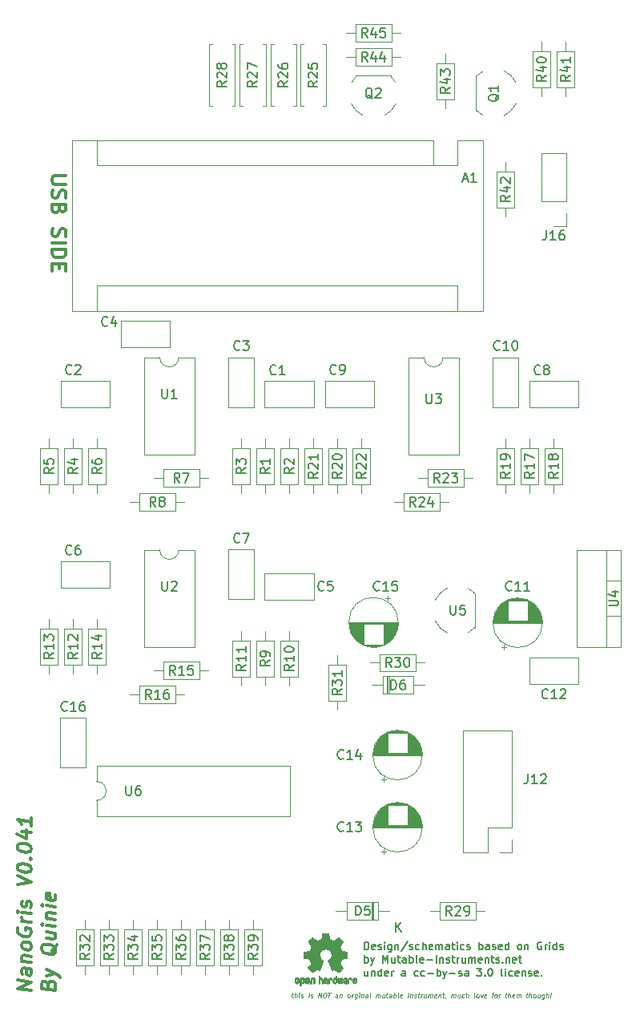
<source format=gbr>
G04 #@! TF.GenerationSoftware,KiCad,Pcbnew,(5.1.6)-1*
G04 #@! TF.CreationDate,2021-08-06T14:07:39+02:00*
G04 #@! TF.ProjectId,NanoGris,4e616e6f-4772-4697-932e-6b696361645f,rev?*
G04 #@! TF.SameCoordinates,Original*
G04 #@! TF.FileFunction,Legend,Top*
G04 #@! TF.FilePolarity,Positive*
%FSLAX46Y46*%
G04 Gerber Fmt 4.6, Leading zero omitted, Abs format (unit mm)*
G04 Created by KiCad (PCBNEW (5.1.6)-1) date 2021-08-06 14:07:39*
%MOMM*%
%LPD*%
G01*
G04 APERTURE LIST*
%ADD10C,0.300000*%
%ADD11C,0.200000*%
%ADD12C,0.100000*%
%ADD13C,0.120000*%
%ADD14C,0.010000*%
%ADD15C,0.150000*%
G04 APERTURE END LIST*
D10*
X104813571Y-121358928D02*
X103313571Y-121171428D01*
X104813571Y-120501785D01*
X103313571Y-120314285D01*
X104813571Y-119144642D02*
X104027857Y-119046428D01*
X103885000Y-119100000D01*
X103813571Y-119233928D01*
X103813571Y-119519642D01*
X103885000Y-119671428D01*
X104742142Y-119135714D02*
X104813571Y-119287500D01*
X104813571Y-119644642D01*
X104742142Y-119778571D01*
X104599285Y-119832142D01*
X104456428Y-119814285D01*
X104313571Y-119725000D01*
X104242142Y-119573214D01*
X104242142Y-119216071D01*
X104170714Y-119064285D01*
X103813571Y-118305357D02*
X104813571Y-118430357D01*
X103956428Y-118323214D02*
X103885000Y-118242857D01*
X103813571Y-118091071D01*
X103813571Y-117876785D01*
X103885000Y-117742857D01*
X104027857Y-117689285D01*
X104813571Y-117787500D01*
X104813571Y-116858928D02*
X104742142Y-116992857D01*
X104670714Y-117055357D01*
X104527857Y-117108928D01*
X104099285Y-117055357D01*
X103956428Y-116966071D01*
X103885000Y-116885714D01*
X103813571Y-116733928D01*
X103813571Y-116519642D01*
X103885000Y-116385714D01*
X103956428Y-116323214D01*
X104099285Y-116269642D01*
X104527857Y-116323214D01*
X104670714Y-116412500D01*
X104742142Y-116492857D01*
X104813571Y-116644642D01*
X104813571Y-116858928D01*
X103385000Y-114751785D02*
X103313571Y-114885714D01*
X103313571Y-115100000D01*
X103385000Y-115323214D01*
X103527857Y-115483928D01*
X103670714Y-115573214D01*
X103956428Y-115680357D01*
X104170714Y-115707142D01*
X104456428Y-115671428D01*
X104599285Y-115617857D01*
X104742142Y-115492857D01*
X104813571Y-115287500D01*
X104813571Y-115144642D01*
X104742142Y-114921428D01*
X104670714Y-114841071D01*
X104170714Y-114778571D01*
X104170714Y-115064285D01*
X104813571Y-114216071D02*
X103813571Y-114091071D01*
X104099285Y-114126785D02*
X103956428Y-114037500D01*
X103885000Y-113957142D01*
X103813571Y-113805357D01*
X103813571Y-113662500D01*
X104813571Y-113287500D02*
X103813571Y-113162500D01*
X103313571Y-113100000D02*
X103385000Y-113180357D01*
X103456428Y-113117857D01*
X103385000Y-113037500D01*
X103313571Y-113100000D01*
X103456428Y-113117857D01*
X104742142Y-112635714D02*
X104813571Y-112501785D01*
X104813571Y-112216071D01*
X104742142Y-112064285D01*
X104599285Y-111975000D01*
X104527857Y-111966071D01*
X104385000Y-112019642D01*
X104313571Y-112153571D01*
X104313571Y-112367857D01*
X104242142Y-112501785D01*
X104099285Y-112555357D01*
X104027857Y-112546428D01*
X103885000Y-112457142D01*
X103813571Y-112305357D01*
X103813571Y-112091071D01*
X103885000Y-111957142D01*
X103313571Y-110242857D02*
X104813571Y-109930357D01*
X103313571Y-109242857D01*
X103313571Y-108457142D02*
X103313571Y-108314285D01*
X103385000Y-108180357D01*
X103456428Y-108117857D01*
X103599285Y-108064285D01*
X103885000Y-108028571D01*
X104242142Y-108073214D01*
X104527857Y-108180357D01*
X104670714Y-108269642D01*
X104742142Y-108350000D01*
X104813571Y-108501785D01*
X104813571Y-108644642D01*
X104742142Y-108778571D01*
X104670714Y-108841071D01*
X104527857Y-108894642D01*
X104242142Y-108930357D01*
X103885000Y-108885714D01*
X103599285Y-108778571D01*
X103456428Y-108689285D01*
X103385000Y-108608928D01*
X103313571Y-108457142D01*
X104670714Y-107483928D02*
X104742142Y-107421428D01*
X104813571Y-107501785D01*
X104742142Y-107564285D01*
X104670714Y-107483928D01*
X104813571Y-107501785D01*
X103313571Y-106314285D02*
X103313571Y-106171428D01*
X103385000Y-106037500D01*
X103456428Y-105975000D01*
X103599285Y-105921428D01*
X103885000Y-105885714D01*
X104242142Y-105930357D01*
X104527857Y-106037500D01*
X104670714Y-106126785D01*
X104742142Y-106207142D01*
X104813571Y-106358928D01*
X104813571Y-106501785D01*
X104742142Y-106635714D01*
X104670714Y-106698214D01*
X104527857Y-106751785D01*
X104242142Y-106787500D01*
X103885000Y-106742857D01*
X103599285Y-106635714D01*
X103456428Y-106546428D01*
X103385000Y-106466071D01*
X103313571Y-106314285D01*
X103813571Y-104591071D02*
X104813571Y-104716071D01*
X103242142Y-104876785D02*
X104313571Y-105367857D01*
X104313571Y-104439285D01*
X104813571Y-103144642D02*
X104813571Y-104001785D01*
X104813571Y-103573214D02*
X103313571Y-103385714D01*
X103527857Y-103555357D01*
X103670714Y-103716071D01*
X103742142Y-103867857D01*
X106577857Y-120760714D02*
X106649285Y-120555357D01*
X106720714Y-120492857D01*
X106863571Y-120439285D01*
X107077857Y-120466071D01*
X107220714Y-120555357D01*
X107292142Y-120635714D01*
X107363571Y-120787500D01*
X107363571Y-121358928D01*
X105863571Y-121171428D01*
X105863571Y-120671428D01*
X105935000Y-120537500D01*
X106006428Y-120475000D01*
X106149285Y-120421428D01*
X106292142Y-120439285D01*
X106435000Y-120528571D01*
X106506428Y-120608928D01*
X106577857Y-120760714D01*
X106577857Y-121260714D01*
X106363571Y-119876785D02*
X107363571Y-119644642D01*
X106363571Y-119162500D02*
X107363571Y-119644642D01*
X107720714Y-119832142D01*
X107792142Y-119912500D01*
X107863571Y-120064285D01*
X107506428Y-116591071D02*
X107435000Y-116725000D01*
X107292142Y-116850000D01*
X107077857Y-117037500D01*
X107006428Y-117171428D01*
X107006428Y-117314285D01*
X107363571Y-117287500D02*
X107292142Y-117421428D01*
X107149285Y-117546428D01*
X106863571Y-117582142D01*
X106363571Y-117519642D01*
X106077857Y-117412500D01*
X105935000Y-117251785D01*
X105863571Y-117100000D01*
X105863571Y-116814285D01*
X105935000Y-116680357D01*
X106077857Y-116555357D01*
X106363571Y-116519642D01*
X106863571Y-116582142D01*
X107149285Y-116689285D01*
X107292142Y-116850000D01*
X107363571Y-117001785D01*
X107363571Y-117287500D01*
X106363571Y-115233928D02*
X107363571Y-115358928D01*
X106363571Y-115876785D02*
X107149285Y-115975000D01*
X107292142Y-115921428D01*
X107363571Y-115787500D01*
X107363571Y-115573214D01*
X107292142Y-115421428D01*
X107220714Y-115341071D01*
X107363571Y-114644642D02*
X106363571Y-114519642D01*
X105863571Y-114457142D02*
X105935000Y-114537500D01*
X106006428Y-114475000D01*
X105935000Y-114394642D01*
X105863571Y-114457142D01*
X106006428Y-114475000D01*
X106363571Y-113805357D02*
X107363571Y-113930357D01*
X106506428Y-113823214D02*
X106435000Y-113742857D01*
X106363571Y-113591071D01*
X106363571Y-113376785D01*
X106435000Y-113242857D01*
X106577857Y-113189285D01*
X107363571Y-113287500D01*
X107363571Y-112573214D02*
X106363571Y-112448214D01*
X105863571Y-112385714D02*
X105935000Y-112466071D01*
X106006428Y-112403571D01*
X105935000Y-112323214D01*
X105863571Y-112385714D01*
X106006428Y-112403571D01*
X107292142Y-111278571D02*
X107363571Y-111430357D01*
X107363571Y-111716071D01*
X107292142Y-111850000D01*
X107149285Y-111903571D01*
X106577857Y-111832142D01*
X106435000Y-111742857D01*
X106363571Y-111591071D01*
X106363571Y-111305357D01*
X106435000Y-111171428D01*
X106577857Y-111117857D01*
X106720714Y-111135714D01*
X106863571Y-111867857D01*
D11*
X140020476Y-117071904D02*
X140020476Y-116271904D01*
X140210952Y-116271904D01*
X140325238Y-116310000D01*
X140401428Y-116386190D01*
X140439523Y-116462380D01*
X140477619Y-116614761D01*
X140477619Y-116729047D01*
X140439523Y-116881428D01*
X140401428Y-116957619D01*
X140325238Y-117033809D01*
X140210952Y-117071904D01*
X140020476Y-117071904D01*
X141125238Y-117033809D02*
X141049047Y-117071904D01*
X140896666Y-117071904D01*
X140820476Y-117033809D01*
X140782380Y-116957619D01*
X140782380Y-116652857D01*
X140820476Y-116576666D01*
X140896666Y-116538571D01*
X141049047Y-116538571D01*
X141125238Y-116576666D01*
X141163333Y-116652857D01*
X141163333Y-116729047D01*
X140782380Y-116805238D01*
X141468095Y-117033809D02*
X141544285Y-117071904D01*
X141696666Y-117071904D01*
X141772857Y-117033809D01*
X141810952Y-116957619D01*
X141810952Y-116919523D01*
X141772857Y-116843333D01*
X141696666Y-116805238D01*
X141582380Y-116805238D01*
X141506190Y-116767142D01*
X141468095Y-116690952D01*
X141468095Y-116652857D01*
X141506190Y-116576666D01*
X141582380Y-116538571D01*
X141696666Y-116538571D01*
X141772857Y-116576666D01*
X142153809Y-117071904D02*
X142153809Y-116538571D01*
X142153809Y-116271904D02*
X142115714Y-116310000D01*
X142153809Y-116348095D01*
X142191904Y-116310000D01*
X142153809Y-116271904D01*
X142153809Y-116348095D01*
X142877619Y-116538571D02*
X142877619Y-117186190D01*
X142839523Y-117262380D01*
X142801428Y-117300476D01*
X142725238Y-117338571D01*
X142610952Y-117338571D01*
X142534761Y-117300476D01*
X142877619Y-117033809D02*
X142801428Y-117071904D01*
X142649047Y-117071904D01*
X142572857Y-117033809D01*
X142534761Y-116995714D01*
X142496666Y-116919523D01*
X142496666Y-116690952D01*
X142534761Y-116614761D01*
X142572857Y-116576666D01*
X142649047Y-116538571D01*
X142801428Y-116538571D01*
X142877619Y-116576666D01*
X143258571Y-116538571D02*
X143258571Y-117071904D01*
X143258571Y-116614761D02*
X143296666Y-116576666D01*
X143372857Y-116538571D01*
X143487142Y-116538571D01*
X143563333Y-116576666D01*
X143601428Y-116652857D01*
X143601428Y-117071904D01*
X144553809Y-116233809D02*
X143868095Y-117262380D01*
X144782380Y-117033809D02*
X144858571Y-117071904D01*
X145010952Y-117071904D01*
X145087142Y-117033809D01*
X145125238Y-116957619D01*
X145125238Y-116919523D01*
X145087142Y-116843333D01*
X145010952Y-116805238D01*
X144896666Y-116805238D01*
X144820476Y-116767142D01*
X144782380Y-116690952D01*
X144782380Y-116652857D01*
X144820476Y-116576666D01*
X144896666Y-116538571D01*
X145010952Y-116538571D01*
X145087142Y-116576666D01*
X145810952Y-117033809D02*
X145734761Y-117071904D01*
X145582380Y-117071904D01*
X145506190Y-117033809D01*
X145468095Y-116995714D01*
X145430000Y-116919523D01*
X145430000Y-116690952D01*
X145468095Y-116614761D01*
X145506190Y-116576666D01*
X145582380Y-116538571D01*
X145734761Y-116538571D01*
X145810952Y-116576666D01*
X146153809Y-117071904D02*
X146153809Y-116271904D01*
X146496666Y-117071904D02*
X146496666Y-116652857D01*
X146458571Y-116576666D01*
X146382380Y-116538571D01*
X146268095Y-116538571D01*
X146191904Y-116576666D01*
X146153809Y-116614761D01*
X147182380Y-117033809D02*
X147106190Y-117071904D01*
X146953809Y-117071904D01*
X146877619Y-117033809D01*
X146839523Y-116957619D01*
X146839523Y-116652857D01*
X146877619Y-116576666D01*
X146953809Y-116538571D01*
X147106190Y-116538571D01*
X147182380Y-116576666D01*
X147220476Y-116652857D01*
X147220476Y-116729047D01*
X146839523Y-116805238D01*
X147563333Y-117071904D02*
X147563333Y-116538571D01*
X147563333Y-116614761D02*
X147601428Y-116576666D01*
X147677619Y-116538571D01*
X147791904Y-116538571D01*
X147868095Y-116576666D01*
X147906190Y-116652857D01*
X147906190Y-117071904D01*
X147906190Y-116652857D02*
X147944285Y-116576666D01*
X148020476Y-116538571D01*
X148134761Y-116538571D01*
X148210952Y-116576666D01*
X148249047Y-116652857D01*
X148249047Y-117071904D01*
X148972857Y-117071904D02*
X148972857Y-116652857D01*
X148934761Y-116576666D01*
X148858571Y-116538571D01*
X148706190Y-116538571D01*
X148630000Y-116576666D01*
X148972857Y-117033809D02*
X148896666Y-117071904D01*
X148706190Y-117071904D01*
X148630000Y-117033809D01*
X148591904Y-116957619D01*
X148591904Y-116881428D01*
X148630000Y-116805238D01*
X148706190Y-116767142D01*
X148896666Y-116767142D01*
X148972857Y-116729047D01*
X149239523Y-116538571D02*
X149544285Y-116538571D01*
X149353809Y-116271904D02*
X149353809Y-116957619D01*
X149391904Y-117033809D01*
X149468095Y-117071904D01*
X149544285Y-117071904D01*
X149810952Y-117071904D02*
X149810952Y-116538571D01*
X149810952Y-116271904D02*
X149772857Y-116310000D01*
X149810952Y-116348095D01*
X149849047Y-116310000D01*
X149810952Y-116271904D01*
X149810952Y-116348095D01*
X150534761Y-117033809D02*
X150458571Y-117071904D01*
X150306190Y-117071904D01*
X150230000Y-117033809D01*
X150191904Y-116995714D01*
X150153809Y-116919523D01*
X150153809Y-116690952D01*
X150191904Y-116614761D01*
X150230000Y-116576666D01*
X150306190Y-116538571D01*
X150458571Y-116538571D01*
X150534761Y-116576666D01*
X150839523Y-117033809D02*
X150915714Y-117071904D01*
X151068095Y-117071904D01*
X151144285Y-117033809D01*
X151182380Y-116957619D01*
X151182380Y-116919523D01*
X151144285Y-116843333D01*
X151068095Y-116805238D01*
X150953809Y-116805238D01*
X150877619Y-116767142D01*
X150839523Y-116690952D01*
X150839523Y-116652857D01*
X150877619Y-116576666D01*
X150953809Y-116538571D01*
X151068095Y-116538571D01*
X151144285Y-116576666D01*
X152134761Y-117071904D02*
X152134761Y-116271904D01*
X152134761Y-116576666D02*
X152210952Y-116538571D01*
X152363333Y-116538571D01*
X152439523Y-116576666D01*
X152477619Y-116614761D01*
X152515714Y-116690952D01*
X152515714Y-116919523D01*
X152477619Y-116995714D01*
X152439523Y-117033809D01*
X152363333Y-117071904D01*
X152210952Y-117071904D01*
X152134761Y-117033809D01*
X153201428Y-117071904D02*
X153201428Y-116652857D01*
X153163333Y-116576666D01*
X153087142Y-116538571D01*
X152934761Y-116538571D01*
X152858571Y-116576666D01*
X153201428Y-117033809D02*
X153125238Y-117071904D01*
X152934761Y-117071904D01*
X152858571Y-117033809D01*
X152820476Y-116957619D01*
X152820476Y-116881428D01*
X152858571Y-116805238D01*
X152934761Y-116767142D01*
X153125238Y-116767142D01*
X153201428Y-116729047D01*
X153544285Y-117033809D02*
X153620476Y-117071904D01*
X153772857Y-117071904D01*
X153849047Y-117033809D01*
X153887142Y-116957619D01*
X153887142Y-116919523D01*
X153849047Y-116843333D01*
X153772857Y-116805238D01*
X153658571Y-116805238D01*
X153582380Y-116767142D01*
X153544285Y-116690952D01*
X153544285Y-116652857D01*
X153582380Y-116576666D01*
X153658571Y-116538571D01*
X153772857Y-116538571D01*
X153849047Y-116576666D01*
X154534761Y-117033809D02*
X154458571Y-117071904D01*
X154306190Y-117071904D01*
X154230000Y-117033809D01*
X154191904Y-116957619D01*
X154191904Y-116652857D01*
X154230000Y-116576666D01*
X154306190Y-116538571D01*
X154458571Y-116538571D01*
X154534761Y-116576666D01*
X154572857Y-116652857D01*
X154572857Y-116729047D01*
X154191904Y-116805238D01*
X155258571Y-117071904D02*
X155258571Y-116271904D01*
X155258571Y-117033809D02*
X155182380Y-117071904D01*
X155030000Y-117071904D01*
X154953809Y-117033809D01*
X154915714Y-116995714D01*
X154877619Y-116919523D01*
X154877619Y-116690952D01*
X154915714Y-116614761D01*
X154953809Y-116576666D01*
X155030000Y-116538571D01*
X155182380Y-116538571D01*
X155258571Y-116576666D01*
X156363333Y-117071904D02*
X156287142Y-117033809D01*
X156249047Y-116995714D01*
X156210952Y-116919523D01*
X156210952Y-116690952D01*
X156249047Y-116614761D01*
X156287142Y-116576666D01*
X156363333Y-116538571D01*
X156477619Y-116538571D01*
X156553809Y-116576666D01*
X156591904Y-116614761D01*
X156630000Y-116690952D01*
X156630000Y-116919523D01*
X156591904Y-116995714D01*
X156553809Y-117033809D01*
X156477619Y-117071904D01*
X156363333Y-117071904D01*
X156972857Y-116538571D02*
X156972857Y-117071904D01*
X156972857Y-116614761D02*
X157010952Y-116576666D01*
X157087142Y-116538571D01*
X157201428Y-116538571D01*
X157277619Y-116576666D01*
X157315714Y-116652857D01*
X157315714Y-117071904D01*
X158725238Y-116310000D02*
X158649047Y-116271904D01*
X158534761Y-116271904D01*
X158420476Y-116310000D01*
X158344285Y-116386190D01*
X158306190Y-116462380D01*
X158268095Y-116614761D01*
X158268095Y-116729047D01*
X158306190Y-116881428D01*
X158344285Y-116957619D01*
X158420476Y-117033809D01*
X158534761Y-117071904D01*
X158610952Y-117071904D01*
X158725238Y-117033809D01*
X158763333Y-116995714D01*
X158763333Y-116729047D01*
X158610952Y-116729047D01*
X159106190Y-117071904D02*
X159106190Y-116538571D01*
X159106190Y-116690952D02*
X159144285Y-116614761D01*
X159182380Y-116576666D01*
X159258571Y-116538571D01*
X159334761Y-116538571D01*
X159601428Y-117071904D02*
X159601428Y-116538571D01*
X159601428Y-116271904D02*
X159563333Y-116310000D01*
X159601428Y-116348095D01*
X159639523Y-116310000D01*
X159601428Y-116271904D01*
X159601428Y-116348095D01*
X160325238Y-117071904D02*
X160325238Y-116271904D01*
X160325238Y-117033809D02*
X160249047Y-117071904D01*
X160096666Y-117071904D01*
X160020476Y-117033809D01*
X159982380Y-116995714D01*
X159944285Y-116919523D01*
X159944285Y-116690952D01*
X159982380Y-116614761D01*
X160020476Y-116576666D01*
X160096666Y-116538571D01*
X160249047Y-116538571D01*
X160325238Y-116576666D01*
X160668095Y-117033809D02*
X160744285Y-117071904D01*
X160896666Y-117071904D01*
X160972857Y-117033809D01*
X161010952Y-116957619D01*
X161010952Y-116919523D01*
X160972857Y-116843333D01*
X160896666Y-116805238D01*
X160782380Y-116805238D01*
X160706190Y-116767142D01*
X160668095Y-116690952D01*
X160668095Y-116652857D01*
X160706190Y-116576666D01*
X160782380Y-116538571D01*
X160896666Y-116538571D01*
X160972857Y-116576666D01*
X140020476Y-118471904D02*
X140020476Y-117671904D01*
X140020476Y-117976666D02*
X140096666Y-117938571D01*
X140249047Y-117938571D01*
X140325238Y-117976666D01*
X140363333Y-118014761D01*
X140401428Y-118090952D01*
X140401428Y-118319523D01*
X140363333Y-118395714D01*
X140325238Y-118433809D01*
X140249047Y-118471904D01*
X140096666Y-118471904D01*
X140020476Y-118433809D01*
X140668095Y-117938571D02*
X140858571Y-118471904D01*
X141049047Y-117938571D02*
X140858571Y-118471904D01*
X140782380Y-118662380D01*
X140744285Y-118700476D01*
X140668095Y-118738571D01*
X141963333Y-118471904D02*
X141963333Y-117671904D01*
X142230000Y-118243333D01*
X142496666Y-117671904D01*
X142496666Y-118471904D01*
X143220476Y-117938571D02*
X143220476Y-118471904D01*
X142877619Y-117938571D02*
X142877619Y-118357619D01*
X142915714Y-118433809D01*
X142991904Y-118471904D01*
X143106190Y-118471904D01*
X143182380Y-118433809D01*
X143220476Y-118395714D01*
X143487142Y-117938571D02*
X143791904Y-117938571D01*
X143601428Y-117671904D02*
X143601428Y-118357619D01*
X143639523Y-118433809D01*
X143715714Y-118471904D01*
X143791904Y-118471904D01*
X144401428Y-118471904D02*
X144401428Y-118052857D01*
X144363333Y-117976666D01*
X144287142Y-117938571D01*
X144134761Y-117938571D01*
X144058571Y-117976666D01*
X144401428Y-118433809D02*
X144325238Y-118471904D01*
X144134761Y-118471904D01*
X144058571Y-118433809D01*
X144020476Y-118357619D01*
X144020476Y-118281428D01*
X144058571Y-118205238D01*
X144134761Y-118167142D01*
X144325238Y-118167142D01*
X144401428Y-118129047D01*
X144782380Y-118471904D02*
X144782380Y-117671904D01*
X144782380Y-117976666D02*
X144858571Y-117938571D01*
X145010952Y-117938571D01*
X145087142Y-117976666D01*
X145125238Y-118014761D01*
X145163333Y-118090952D01*
X145163333Y-118319523D01*
X145125238Y-118395714D01*
X145087142Y-118433809D01*
X145010952Y-118471904D01*
X144858571Y-118471904D01*
X144782380Y-118433809D01*
X145620476Y-118471904D02*
X145544285Y-118433809D01*
X145506190Y-118357619D01*
X145506190Y-117671904D01*
X146230000Y-118433809D02*
X146153809Y-118471904D01*
X146001428Y-118471904D01*
X145925238Y-118433809D01*
X145887142Y-118357619D01*
X145887142Y-118052857D01*
X145925238Y-117976666D01*
X146001428Y-117938571D01*
X146153809Y-117938571D01*
X146230000Y-117976666D01*
X146268095Y-118052857D01*
X146268095Y-118129047D01*
X145887142Y-118205238D01*
X146610952Y-118167142D02*
X147220476Y-118167142D01*
X147601428Y-118471904D02*
X147601428Y-117671904D01*
X147982380Y-117938571D02*
X147982380Y-118471904D01*
X147982380Y-118014761D02*
X148020476Y-117976666D01*
X148096666Y-117938571D01*
X148210952Y-117938571D01*
X148287142Y-117976666D01*
X148325238Y-118052857D01*
X148325238Y-118471904D01*
X148668095Y-118433809D02*
X148744285Y-118471904D01*
X148896666Y-118471904D01*
X148972857Y-118433809D01*
X149010952Y-118357619D01*
X149010952Y-118319523D01*
X148972857Y-118243333D01*
X148896666Y-118205238D01*
X148782380Y-118205238D01*
X148706190Y-118167142D01*
X148668095Y-118090952D01*
X148668095Y-118052857D01*
X148706190Y-117976666D01*
X148782380Y-117938571D01*
X148896666Y-117938571D01*
X148972857Y-117976666D01*
X149239523Y-117938571D02*
X149544285Y-117938571D01*
X149353809Y-117671904D02*
X149353809Y-118357619D01*
X149391904Y-118433809D01*
X149468095Y-118471904D01*
X149544285Y-118471904D01*
X149810952Y-118471904D02*
X149810952Y-117938571D01*
X149810952Y-118090952D02*
X149849047Y-118014761D01*
X149887142Y-117976666D01*
X149963333Y-117938571D01*
X150039523Y-117938571D01*
X150649047Y-117938571D02*
X150649047Y-118471904D01*
X150306190Y-117938571D02*
X150306190Y-118357619D01*
X150344285Y-118433809D01*
X150420476Y-118471904D01*
X150534761Y-118471904D01*
X150610952Y-118433809D01*
X150649047Y-118395714D01*
X151030000Y-118471904D02*
X151030000Y-117938571D01*
X151030000Y-118014761D02*
X151068095Y-117976666D01*
X151144285Y-117938571D01*
X151258571Y-117938571D01*
X151334761Y-117976666D01*
X151372857Y-118052857D01*
X151372857Y-118471904D01*
X151372857Y-118052857D02*
X151410952Y-117976666D01*
X151487142Y-117938571D01*
X151601428Y-117938571D01*
X151677619Y-117976666D01*
X151715714Y-118052857D01*
X151715714Y-118471904D01*
X152401428Y-118433809D02*
X152325238Y-118471904D01*
X152172857Y-118471904D01*
X152096666Y-118433809D01*
X152058571Y-118357619D01*
X152058571Y-118052857D01*
X152096666Y-117976666D01*
X152172857Y-117938571D01*
X152325238Y-117938571D01*
X152401428Y-117976666D01*
X152439523Y-118052857D01*
X152439523Y-118129047D01*
X152058571Y-118205238D01*
X152782380Y-117938571D02*
X152782380Y-118471904D01*
X152782380Y-118014761D02*
X152820476Y-117976666D01*
X152896666Y-117938571D01*
X153010952Y-117938571D01*
X153087142Y-117976666D01*
X153125238Y-118052857D01*
X153125238Y-118471904D01*
X153391904Y-117938571D02*
X153696666Y-117938571D01*
X153506190Y-117671904D02*
X153506190Y-118357619D01*
X153544285Y-118433809D01*
X153620476Y-118471904D01*
X153696666Y-118471904D01*
X153925238Y-118433809D02*
X154001428Y-118471904D01*
X154153809Y-118471904D01*
X154230000Y-118433809D01*
X154268095Y-118357619D01*
X154268095Y-118319523D01*
X154230000Y-118243333D01*
X154153809Y-118205238D01*
X154039523Y-118205238D01*
X153963333Y-118167142D01*
X153925238Y-118090952D01*
X153925238Y-118052857D01*
X153963333Y-117976666D01*
X154039523Y-117938571D01*
X154153809Y-117938571D01*
X154230000Y-117976666D01*
X154610952Y-118395714D02*
X154649047Y-118433809D01*
X154610952Y-118471904D01*
X154572857Y-118433809D01*
X154610952Y-118395714D01*
X154610952Y-118471904D01*
X154991904Y-117938571D02*
X154991904Y-118471904D01*
X154991904Y-118014761D02*
X155030000Y-117976666D01*
X155106190Y-117938571D01*
X155220476Y-117938571D01*
X155296666Y-117976666D01*
X155334761Y-118052857D01*
X155334761Y-118471904D01*
X156020476Y-118433809D02*
X155944285Y-118471904D01*
X155791904Y-118471904D01*
X155715714Y-118433809D01*
X155677619Y-118357619D01*
X155677619Y-118052857D01*
X155715714Y-117976666D01*
X155791904Y-117938571D01*
X155944285Y-117938571D01*
X156020476Y-117976666D01*
X156058571Y-118052857D01*
X156058571Y-118129047D01*
X155677619Y-118205238D01*
X156287142Y-117938571D02*
X156591904Y-117938571D01*
X156401428Y-117671904D02*
X156401428Y-118357619D01*
X156439523Y-118433809D01*
X156515714Y-118471904D01*
X156591904Y-118471904D01*
X140363333Y-119338571D02*
X140363333Y-119871904D01*
X140020476Y-119338571D02*
X140020476Y-119757619D01*
X140058571Y-119833809D01*
X140134761Y-119871904D01*
X140249047Y-119871904D01*
X140325238Y-119833809D01*
X140363333Y-119795714D01*
X140744285Y-119338571D02*
X140744285Y-119871904D01*
X140744285Y-119414761D02*
X140782380Y-119376666D01*
X140858571Y-119338571D01*
X140972857Y-119338571D01*
X141049047Y-119376666D01*
X141087142Y-119452857D01*
X141087142Y-119871904D01*
X141810952Y-119871904D02*
X141810952Y-119071904D01*
X141810952Y-119833809D02*
X141734761Y-119871904D01*
X141582380Y-119871904D01*
X141506190Y-119833809D01*
X141468095Y-119795714D01*
X141430000Y-119719523D01*
X141430000Y-119490952D01*
X141468095Y-119414761D01*
X141506190Y-119376666D01*
X141582380Y-119338571D01*
X141734761Y-119338571D01*
X141810952Y-119376666D01*
X142496666Y-119833809D02*
X142420476Y-119871904D01*
X142268095Y-119871904D01*
X142191904Y-119833809D01*
X142153809Y-119757619D01*
X142153809Y-119452857D01*
X142191904Y-119376666D01*
X142268095Y-119338571D01*
X142420476Y-119338571D01*
X142496666Y-119376666D01*
X142534761Y-119452857D01*
X142534761Y-119529047D01*
X142153809Y-119605238D01*
X142877619Y-119871904D02*
X142877619Y-119338571D01*
X142877619Y-119490952D02*
X142915714Y-119414761D01*
X142953809Y-119376666D01*
X143030000Y-119338571D01*
X143106190Y-119338571D01*
X144325238Y-119871904D02*
X144325238Y-119452857D01*
X144287142Y-119376666D01*
X144210952Y-119338571D01*
X144058571Y-119338571D01*
X143982380Y-119376666D01*
X144325238Y-119833809D02*
X144249047Y-119871904D01*
X144058571Y-119871904D01*
X143982380Y-119833809D01*
X143944285Y-119757619D01*
X143944285Y-119681428D01*
X143982380Y-119605238D01*
X144058571Y-119567142D01*
X144249047Y-119567142D01*
X144325238Y-119529047D01*
X145658571Y-119833809D02*
X145582380Y-119871904D01*
X145430000Y-119871904D01*
X145353809Y-119833809D01*
X145315714Y-119795714D01*
X145277619Y-119719523D01*
X145277619Y-119490952D01*
X145315714Y-119414761D01*
X145353809Y-119376666D01*
X145430000Y-119338571D01*
X145582380Y-119338571D01*
X145658571Y-119376666D01*
X146344285Y-119833809D02*
X146268095Y-119871904D01*
X146115714Y-119871904D01*
X146039523Y-119833809D01*
X146001428Y-119795714D01*
X145963333Y-119719523D01*
X145963333Y-119490952D01*
X146001428Y-119414761D01*
X146039523Y-119376666D01*
X146115714Y-119338571D01*
X146268095Y-119338571D01*
X146344285Y-119376666D01*
X146687142Y-119567142D02*
X147296666Y-119567142D01*
X147677619Y-119871904D02*
X147677619Y-119071904D01*
X147677619Y-119376666D02*
X147753809Y-119338571D01*
X147906190Y-119338571D01*
X147982380Y-119376666D01*
X148020476Y-119414761D01*
X148058571Y-119490952D01*
X148058571Y-119719523D01*
X148020476Y-119795714D01*
X147982380Y-119833809D01*
X147906190Y-119871904D01*
X147753809Y-119871904D01*
X147677619Y-119833809D01*
X148325238Y-119338571D02*
X148515714Y-119871904D01*
X148706190Y-119338571D02*
X148515714Y-119871904D01*
X148439523Y-120062380D01*
X148401428Y-120100476D01*
X148325238Y-120138571D01*
X149010952Y-119567142D02*
X149620476Y-119567142D01*
X149963333Y-119833809D02*
X150039523Y-119871904D01*
X150191904Y-119871904D01*
X150268095Y-119833809D01*
X150306190Y-119757619D01*
X150306190Y-119719523D01*
X150268095Y-119643333D01*
X150191904Y-119605238D01*
X150077619Y-119605238D01*
X150001428Y-119567142D01*
X149963333Y-119490952D01*
X149963333Y-119452857D01*
X150001428Y-119376666D01*
X150077619Y-119338571D01*
X150191904Y-119338571D01*
X150268095Y-119376666D01*
X150991904Y-119871904D02*
X150991904Y-119452857D01*
X150953809Y-119376666D01*
X150877619Y-119338571D01*
X150725238Y-119338571D01*
X150649047Y-119376666D01*
X150991904Y-119833809D02*
X150915714Y-119871904D01*
X150725238Y-119871904D01*
X150649047Y-119833809D01*
X150610952Y-119757619D01*
X150610952Y-119681428D01*
X150649047Y-119605238D01*
X150725238Y-119567142D01*
X150915714Y-119567142D01*
X150991904Y-119529047D01*
X151906190Y-119071904D02*
X152401428Y-119071904D01*
X152134761Y-119376666D01*
X152249047Y-119376666D01*
X152325238Y-119414761D01*
X152363333Y-119452857D01*
X152401428Y-119529047D01*
X152401428Y-119719523D01*
X152363333Y-119795714D01*
X152325238Y-119833809D01*
X152249047Y-119871904D01*
X152020476Y-119871904D01*
X151944285Y-119833809D01*
X151906190Y-119795714D01*
X152744285Y-119795714D02*
X152782380Y-119833809D01*
X152744285Y-119871904D01*
X152706190Y-119833809D01*
X152744285Y-119795714D01*
X152744285Y-119871904D01*
X153277619Y-119071904D02*
X153353809Y-119071904D01*
X153430000Y-119110000D01*
X153468095Y-119148095D01*
X153506190Y-119224285D01*
X153544285Y-119376666D01*
X153544285Y-119567142D01*
X153506190Y-119719523D01*
X153468095Y-119795714D01*
X153430000Y-119833809D01*
X153353809Y-119871904D01*
X153277619Y-119871904D01*
X153201428Y-119833809D01*
X153163333Y-119795714D01*
X153125238Y-119719523D01*
X153087142Y-119567142D01*
X153087142Y-119376666D01*
X153125238Y-119224285D01*
X153163333Y-119148095D01*
X153201428Y-119110000D01*
X153277619Y-119071904D01*
X154610952Y-119871904D02*
X154534761Y-119833809D01*
X154496666Y-119757619D01*
X154496666Y-119071904D01*
X154915714Y-119871904D02*
X154915714Y-119338571D01*
X154915714Y-119071904D02*
X154877619Y-119110000D01*
X154915714Y-119148095D01*
X154953809Y-119110000D01*
X154915714Y-119071904D01*
X154915714Y-119148095D01*
X155639523Y-119833809D02*
X155563333Y-119871904D01*
X155410952Y-119871904D01*
X155334761Y-119833809D01*
X155296666Y-119795714D01*
X155258571Y-119719523D01*
X155258571Y-119490952D01*
X155296666Y-119414761D01*
X155334761Y-119376666D01*
X155410952Y-119338571D01*
X155563333Y-119338571D01*
X155639523Y-119376666D01*
X156287142Y-119833809D02*
X156210952Y-119871904D01*
X156058571Y-119871904D01*
X155982380Y-119833809D01*
X155944285Y-119757619D01*
X155944285Y-119452857D01*
X155982380Y-119376666D01*
X156058571Y-119338571D01*
X156210952Y-119338571D01*
X156287142Y-119376666D01*
X156325238Y-119452857D01*
X156325238Y-119529047D01*
X155944285Y-119605238D01*
X156668095Y-119338571D02*
X156668095Y-119871904D01*
X156668095Y-119414761D02*
X156706190Y-119376666D01*
X156782380Y-119338571D01*
X156896666Y-119338571D01*
X156972857Y-119376666D01*
X157010952Y-119452857D01*
X157010952Y-119871904D01*
X157353809Y-119833809D02*
X157430000Y-119871904D01*
X157582380Y-119871904D01*
X157658571Y-119833809D01*
X157696666Y-119757619D01*
X157696666Y-119719523D01*
X157658571Y-119643333D01*
X157582380Y-119605238D01*
X157468095Y-119605238D01*
X157391904Y-119567142D01*
X157353809Y-119490952D01*
X157353809Y-119452857D01*
X157391904Y-119376666D01*
X157468095Y-119338571D01*
X157582380Y-119338571D01*
X157658571Y-119376666D01*
X158344285Y-119833809D02*
X158268095Y-119871904D01*
X158115714Y-119871904D01*
X158039523Y-119833809D01*
X158001428Y-119757619D01*
X158001428Y-119452857D01*
X158039523Y-119376666D01*
X158115714Y-119338571D01*
X158268095Y-119338571D01*
X158344285Y-119376666D01*
X158382380Y-119452857D01*
X158382380Y-119529047D01*
X158001428Y-119605238D01*
X158725238Y-119795714D02*
X158763333Y-119833809D01*
X158725238Y-119871904D01*
X158687142Y-119833809D01*
X158725238Y-119795714D01*
X158725238Y-119871904D01*
D10*
X108466628Y-35396314D02*
X107252342Y-35396314D01*
X107109485Y-35467742D01*
X107038057Y-35539171D01*
X106966628Y-35682028D01*
X106966628Y-35967742D01*
X107038057Y-36110600D01*
X107109485Y-36182028D01*
X107252342Y-36253457D01*
X108466628Y-36253457D01*
X107038057Y-36896314D02*
X106966628Y-37110600D01*
X106966628Y-37467742D01*
X107038057Y-37610600D01*
X107109485Y-37682028D01*
X107252342Y-37753457D01*
X107395200Y-37753457D01*
X107538057Y-37682028D01*
X107609485Y-37610600D01*
X107680914Y-37467742D01*
X107752342Y-37182028D01*
X107823771Y-37039171D01*
X107895200Y-36967742D01*
X108038057Y-36896314D01*
X108180914Y-36896314D01*
X108323771Y-36967742D01*
X108395200Y-37039171D01*
X108466628Y-37182028D01*
X108466628Y-37539171D01*
X108395200Y-37753457D01*
X107752342Y-38896314D02*
X107680914Y-39110600D01*
X107609485Y-39182028D01*
X107466628Y-39253457D01*
X107252342Y-39253457D01*
X107109485Y-39182028D01*
X107038057Y-39110600D01*
X106966628Y-38967742D01*
X106966628Y-38396314D01*
X108466628Y-38396314D01*
X108466628Y-38896314D01*
X108395200Y-39039171D01*
X108323771Y-39110600D01*
X108180914Y-39182028D01*
X108038057Y-39182028D01*
X107895200Y-39110600D01*
X107823771Y-39039171D01*
X107752342Y-38896314D01*
X107752342Y-38396314D01*
X107038057Y-40967742D02*
X106966628Y-41182028D01*
X106966628Y-41539171D01*
X107038057Y-41682028D01*
X107109485Y-41753457D01*
X107252342Y-41824885D01*
X107395200Y-41824885D01*
X107538057Y-41753457D01*
X107609485Y-41682028D01*
X107680914Y-41539171D01*
X107752342Y-41253457D01*
X107823771Y-41110600D01*
X107895200Y-41039171D01*
X108038057Y-40967742D01*
X108180914Y-40967742D01*
X108323771Y-41039171D01*
X108395200Y-41110600D01*
X108466628Y-41253457D01*
X108466628Y-41610600D01*
X108395200Y-41824885D01*
X106966628Y-42467742D02*
X108466628Y-42467742D01*
X106966628Y-43182028D02*
X108466628Y-43182028D01*
X108466628Y-43539171D01*
X108395200Y-43753457D01*
X108252342Y-43896314D01*
X108109485Y-43967742D01*
X107823771Y-44039171D01*
X107609485Y-44039171D01*
X107323771Y-43967742D01*
X107180914Y-43896314D01*
X107038057Y-43753457D01*
X106966628Y-43539171D01*
X106966628Y-43182028D01*
X107752342Y-44682028D02*
X107752342Y-45182028D01*
X106966628Y-45396314D02*
X106966628Y-44682028D01*
X108466628Y-44682028D01*
X108466628Y-45396314D01*
D12*
X132301547Y-121812857D02*
X132492023Y-121812857D01*
X132393809Y-121646190D02*
X132340238Y-122074761D01*
X132358095Y-122122380D01*
X132402738Y-122146190D01*
X132450357Y-122146190D01*
X132617023Y-122146190D02*
X132679523Y-121646190D01*
X132831309Y-122146190D02*
X132864047Y-121884285D01*
X132846190Y-121836666D01*
X132801547Y-121812857D01*
X132730119Y-121812857D01*
X132679523Y-121836666D01*
X132652738Y-121860476D01*
X133069404Y-122146190D02*
X133111071Y-121812857D01*
X133131904Y-121646190D02*
X133105119Y-121670000D01*
X133125952Y-121693809D01*
X133152738Y-121670000D01*
X133131904Y-121646190D01*
X133125952Y-121693809D01*
X133286666Y-122122380D02*
X133331309Y-122146190D01*
X133426547Y-122146190D01*
X133477142Y-122122380D01*
X133506904Y-122074761D01*
X133509880Y-122050952D01*
X133492023Y-122003333D01*
X133447380Y-121979523D01*
X133375952Y-121979523D01*
X133331309Y-121955714D01*
X133313452Y-121908095D01*
X133316428Y-121884285D01*
X133346190Y-121836666D01*
X133396785Y-121812857D01*
X133468214Y-121812857D01*
X133512857Y-121836666D01*
X134093214Y-122146190D02*
X134134880Y-121812857D01*
X134155714Y-121646190D02*
X134128928Y-121670000D01*
X134149761Y-121693809D01*
X134176547Y-121670000D01*
X134155714Y-121646190D01*
X134149761Y-121693809D01*
X134310476Y-122122380D02*
X134355119Y-122146190D01*
X134450357Y-122146190D01*
X134500952Y-122122380D01*
X134530714Y-122074761D01*
X134533690Y-122050952D01*
X134515833Y-122003333D01*
X134471190Y-121979523D01*
X134399761Y-121979523D01*
X134355119Y-121955714D01*
X134337261Y-121908095D01*
X134340238Y-121884285D01*
X134370000Y-121836666D01*
X134420595Y-121812857D01*
X134492023Y-121812857D01*
X134536666Y-121836666D01*
X135117023Y-122146190D02*
X135179523Y-121646190D01*
X135402738Y-122146190D01*
X135465238Y-121646190D01*
X135798571Y-121646190D02*
X135893809Y-121646190D01*
X135938452Y-121670000D01*
X135980119Y-121717619D01*
X135992023Y-121812857D01*
X135971190Y-121979523D01*
X135935476Y-122074761D01*
X135881904Y-122122380D01*
X135831309Y-122146190D01*
X135736071Y-122146190D01*
X135691428Y-122122380D01*
X135649761Y-122074761D01*
X135637857Y-121979523D01*
X135658690Y-121812857D01*
X135694404Y-121717619D01*
X135747976Y-121670000D01*
X135798571Y-121646190D01*
X136155714Y-121646190D02*
X136441428Y-121646190D01*
X136236071Y-122146190D02*
X136298571Y-121646190D01*
X137140833Y-122146190D02*
X137173571Y-121884285D01*
X137155714Y-121836666D01*
X137111071Y-121812857D01*
X137015833Y-121812857D01*
X136965238Y-121836666D01*
X137143809Y-122122380D02*
X137093214Y-122146190D01*
X136974166Y-122146190D01*
X136929523Y-122122380D01*
X136911666Y-122074761D01*
X136917619Y-122027142D01*
X136947380Y-121979523D01*
X136997976Y-121955714D01*
X137117023Y-121955714D01*
X137167619Y-121931904D01*
X137420595Y-121812857D02*
X137378928Y-122146190D01*
X137414642Y-121860476D02*
X137441428Y-121836666D01*
X137492023Y-121812857D01*
X137563452Y-121812857D01*
X137608095Y-121836666D01*
X137625952Y-121884285D01*
X137593214Y-122146190D01*
X138283690Y-122146190D02*
X138239047Y-122122380D01*
X138218214Y-122098571D01*
X138200357Y-122050952D01*
X138218214Y-121908095D01*
X138247976Y-121860476D01*
X138274761Y-121836666D01*
X138325357Y-121812857D01*
X138396785Y-121812857D01*
X138441428Y-121836666D01*
X138462261Y-121860476D01*
X138480119Y-121908095D01*
X138462261Y-122050952D01*
X138432500Y-122098571D01*
X138405714Y-122122380D01*
X138355119Y-122146190D01*
X138283690Y-122146190D01*
X138664642Y-122146190D02*
X138706309Y-121812857D01*
X138694404Y-121908095D02*
X138724166Y-121860476D01*
X138750952Y-121836666D01*
X138801547Y-121812857D01*
X138849166Y-121812857D01*
X139230119Y-121812857D02*
X139179523Y-122217619D01*
X139149761Y-122265238D01*
X139122976Y-122289047D01*
X139072380Y-122312857D01*
X139000952Y-122312857D01*
X138956309Y-122289047D01*
X139191428Y-122122380D02*
X139140833Y-122146190D01*
X139045595Y-122146190D01*
X139000952Y-122122380D01*
X138980119Y-122098571D01*
X138962261Y-122050952D01*
X138980119Y-121908095D01*
X139009880Y-121860476D01*
X139036666Y-121836666D01*
X139087261Y-121812857D01*
X139182500Y-121812857D01*
X139227142Y-121836666D01*
X139426547Y-122146190D02*
X139468214Y-121812857D01*
X139489047Y-121646190D02*
X139462261Y-121670000D01*
X139483095Y-121693809D01*
X139509880Y-121670000D01*
X139489047Y-121646190D01*
X139483095Y-121693809D01*
X139706309Y-121812857D02*
X139664642Y-122146190D01*
X139700357Y-121860476D02*
X139727142Y-121836666D01*
X139777738Y-121812857D01*
X139849166Y-121812857D01*
X139893809Y-121836666D01*
X139911666Y-121884285D01*
X139878928Y-122146190D01*
X140331309Y-122146190D02*
X140364047Y-121884285D01*
X140346190Y-121836666D01*
X140301547Y-121812857D01*
X140206309Y-121812857D01*
X140155714Y-121836666D01*
X140334285Y-122122380D02*
X140283690Y-122146190D01*
X140164642Y-122146190D01*
X140120000Y-122122380D01*
X140102142Y-122074761D01*
X140108095Y-122027142D01*
X140137857Y-121979523D01*
X140188452Y-121955714D01*
X140307500Y-121955714D01*
X140358095Y-121931904D01*
X140640833Y-122146190D02*
X140596190Y-122122380D01*
X140578333Y-122074761D01*
X140631904Y-121646190D01*
X141212261Y-122146190D02*
X141253928Y-121812857D01*
X141247976Y-121860476D02*
X141274761Y-121836666D01*
X141325357Y-121812857D01*
X141396785Y-121812857D01*
X141441428Y-121836666D01*
X141459285Y-121884285D01*
X141426547Y-122146190D01*
X141459285Y-121884285D02*
X141489047Y-121836666D01*
X141539642Y-121812857D01*
X141611071Y-121812857D01*
X141655714Y-121836666D01*
X141673571Y-121884285D01*
X141640833Y-122146190D01*
X142134880Y-121812857D02*
X142093214Y-122146190D01*
X141920595Y-121812857D02*
X141887857Y-122074761D01*
X141905714Y-122122380D01*
X141950357Y-122146190D01*
X142021785Y-122146190D01*
X142072380Y-122122380D01*
X142099166Y-122098571D01*
X142301547Y-121812857D02*
X142492023Y-121812857D01*
X142393809Y-121646190D02*
X142340238Y-122074761D01*
X142358095Y-122122380D01*
X142402738Y-122146190D01*
X142450357Y-122146190D01*
X142831309Y-122146190D02*
X142864047Y-121884285D01*
X142846190Y-121836666D01*
X142801547Y-121812857D01*
X142706309Y-121812857D01*
X142655714Y-121836666D01*
X142834285Y-122122380D02*
X142783690Y-122146190D01*
X142664642Y-122146190D01*
X142620000Y-122122380D01*
X142602142Y-122074761D01*
X142608095Y-122027142D01*
X142637857Y-121979523D01*
X142688452Y-121955714D01*
X142807500Y-121955714D01*
X142858095Y-121931904D01*
X143069404Y-122146190D02*
X143131904Y-121646190D01*
X143108095Y-121836666D02*
X143158690Y-121812857D01*
X143253928Y-121812857D01*
X143298571Y-121836666D01*
X143319404Y-121860476D01*
X143337261Y-121908095D01*
X143319404Y-122050952D01*
X143289642Y-122098571D01*
X143262857Y-122122380D01*
X143212261Y-122146190D01*
X143117023Y-122146190D01*
X143072380Y-122122380D01*
X143593214Y-122146190D02*
X143548571Y-122122380D01*
X143530714Y-122074761D01*
X143584285Y-121646190D01*
X143977142Y-122122380D02*
X143926547Y-122146190D01*
X143831309Y-122146190D01*
X143786666Y-122122380D01*
X143768809Y-122074761D01*
X143792619Y-121884285D01*
X143822380Y-121836666D01*
X143872976Y-121812857D01*
X143968214Y-121812857D01*
X144012857Y-121836666D01*
X144030714Y-121884285D01*
X144024761Y-121931904D01*
X143780714Y-121979523D01*
X144593214Y-122146190D02*
X144634880Y-121812857D01*
X144655714Y-121646190D02*
X144628928Y-121670000D01*
X144649761Y-121693809D01*
X144676547Y-121670000D01*
X144655714Y-121646190D01*
X144649761Y-121693809D01*
X144872976Y-121812857D02*
X144831309Y-122146190D01*
X144867023Y-121860476D02*
X144893809Y-121836666D01*
X144944404Y-121812857D01*
X145015833Y-121812857D01*
X145060476Y-121836666D01*
X145078333Y-121884285D01*
X145045595Y-122146190D01*
X145262857Y-122122380D02*
X145307500Y-122146190D01*
X145402738Y-122146190D01*
X145453333Y-122122380D01*
X145483095Y-122074761D01*
X145486071Y-122050952D01*
X145468214Y-122003333D01*
X145423571Y-121979523D01*
X145352142Y-121979523D01*
X145307500Y-121955714D01*
X145289642Y-121908095D01*
X145292619Y-121884285D01*
X145322380Y-121836666D01*
X145372976Y-121812857D01*
X145444404Y-121812857D01*
X145489047Y-121836666D01*
X145658690Y-121812857D02*
X145849166Y-121812857D01*
X145750952Y-121646190D02*
X145697380Y-122074761D01*
X145715238Y-122122380D01*
X145759880Y-122146190D01*
X145807500Y-122146190D01*
X145974166Y-122146190D02*
X146015833Y-121812857D01*
X146003928Y-121908095D02*
X146033690Y-121860476D01*
X146060476Y-121836666D01*
X146111071Y-121812857D01*
X146158690Y-121812857D01*
X146539642Y-121812857D02*
X146497976Y-122146190D01*
X146325357Y-121812857D02*
X146292619Y-122074761D01*
X146310476Y-122122380D01*
X146355119Y-122146190D01*
X146426547Y-122146190D01*
X146477142Y-122122380D01*
X146503928Y-122098571D01*
X146736071Y-122146190D02*
X146777738Y-121812857D01*
X146771785Y-121860476D02*
X146798571Y-121836666D01*
X146849166Y-121812857D01*
X146920595Y-121812857D01*
X146965238Y-121836666D01*
X146983095Y-121884285D01*
X146950357Y-122146190D01*
X146983095Y-121884285D02*
X147012857Y-121836666D01*
X147063452Y-121812857D01*
X147134880Y-121812857D01*
X147179523Y-121836666D01*
X147197380Y-121884285D01*
X147164642Y-122146190D01*
X147596190Y-122122380D02*
X147545595Y-122146190D01*
X147450357Y-122146190D01*
X147405714Y-122122380D01*
X147387857Y-122074761D01*
X147411666Y-121884285D01*
X147441428Y-121836666D01*
X147492023Y-121812857D01*
X147587261Y-121812857D01*
X147631904Y-121836666D01*
X147649761Y-121884285D01*
X147643809Y-121931904D01*
X147399761Y-121979523D01*
X147872976Y-121812857D02*
X147831309Y-122146190D01*
X147867023Y-121860476D02*
X147893809Y-121836666D01*
X147944404Y-121812857D01*
X148015833Y-121812857D01*
X148060476Y-121836666D01*
X148078333Y-121884285D01*
X148045595Y-122146190D01*
X148253928Y-121812857D02*
X148444404Y-121812857D01*
X148346190Y-121646190D02*
X148292619Y-122074761D01*
X148310476Y-122122380D01*
X148355119Y-122146190D01*
X148402738Y-122146190D01*
X148596190Y-122122380D02*
X148593214Y-122146190D01*
X148563452Y-122193809D01*
X148536666Y-122217619D01*
X149188452Y-122146190D02*
X149230119Y-121812857D01*
X149224166Y-121860476D02*
X149250952Y-121836666D01*
X149301547Y-121812857D01*
X149372976Y-121812857D01*
X149417619Y-121836666D01*
X149435476Y-121884285D01*
X149402738Y-122146190D01*
X149435476Y-121884285D02*
X149465238Y-121836666D01*
X149515833Y-121812857D01*
X149587261Y-121812857D01*
X149631904Y-121836666D01*
X149649761Y-121884285D01*
X149617023Y-122146190D01*
X150111071Y-121812857D02*
X150069404Y-122146190D01*
X149896785Y-121812857D02*
X149864047Y-122074761D01*
X149881904Y-122122380D01*
X149926547Y-122146190D01*
X149997976Y-122146190D01*
X150048571Y-122122380D01*
X150075357Y-122098571D01*
X150524761Y-122122380D02*
X150474166Y-122146190D01*
X150378928Y-122146190D01*
X150334285Y-122122380D01*
X150313452Y-122098571D01*
X150295595Y-122050952D01*
X150313452Y-121908095D01*
X150343214Y-121860476D01*
X150370000Y-121836666D01*
X150420595Y-121812857D01*
X150515833Y-121812857D01*
X150560476Y-121836666D01*
X150736071Y-122146190D02*
X150798571Y-121646190D01*
X150950357Y-122146190D02*
X150983095Y-121884285D01*
X150965238Y-121836666D01*
X150920595Y-121812857D01*
X150849166Y-121812857D01*
X150798571Y-121836666D01*
X150771785Y-121860476D01*
X151640833Y-122146190D02*
X151596190Y-122122380D01*
X151578333Y-122074761D01*
X151631904Y-121646190D01*
X151902738Y-122146190D02*
X151858095Y-122122380D01*
X151837261Y-122098571D01*
X151819404Y-122050952D01*
X151837261Y-121908095D01*
X151867023Y-121860476D01*
X151893809Y-121836666D01*
X151944404Y-121812857D01*
X152015833Y-121812857D01*
X152060476Y-121836666D01*
X152081309Y-121860476D01*
X152099166Y-121908095D01*
X152081309Y-122050952D01*
X152051547Y-122098571D01*
X152024761Y-122122380D01*
X151974166Y-122146190D01*
X151902738Y-122146190D01*
X152277738Y-121812857D02*
X152355119Y-122146190D01*
X152515833Y-121812857D01*
X152858095Y-122122380D02*
X152807500Y-122146190D01*
X152712261Y-122146190D01*
X152667619Y-122122380D01*
X152649761Y-122074761D01*
X152673571Y-121884285D01*
X152703333Y-121836666D01*
X152753928Y-121812857D01*
X152849166Y-121812857D01*
X152893809Y-121836666D01*
X152911666Y-121884285D01*
X152905714Y-121931904D01*
X152661666Y-121979523D01*
X153444404Y-121812857D02*
X153634880Y-121812857D01*
X153474166Y-122146190D02*
X153527738Y-121717619D01*
X153557500Y-121670000D01*
X153608095Y-121646190D01*
X153655714Y-121646190D01*
X153831309Y-122146190D02*
X153786666Y-122122380D01*
X153765833Y-122098571D01*
X153747976Y-122050952D01*
X153765833Y-121908095D01*
X153795595Y-121860476D01*
X153822380Y-121836666D01*
X153872976Y-121812857D01*
X153944404Y-121812857D01*
X153989047Y-121836666D01*
X154009880Y-121860476D01*
X154027738Y-121908095D01*
X154009880Y-122050952D01*
X153980119Y-122098571D01*
X153953333Y-122122380D01*
X153902738Y-122146190D01*
X153831309Y-122146190D01*
X154212261Y-122146190D02*
X154253928Y-121812857D01*
X154242023Y-121908095D02*
X154271785Y-121860476D01*
X154298571Y-121836666D01*
X154349166Y-121812857D01*
X154396785Y-121812857D01*
X154872976Y-121812857D02*
X155063452Y-121812857D01*
X154965238Y-121646190D02*
X154911666Y-122074761D01*
X154929523Y-122122380D01*
X154974166Y-122146190D01*
X155021785Y-122146190D01*
X155188452Y-122146190D02*
X155250952Y-121646190D01*
X155402738Y-122146190D02*
X155435476Y-121884285D01*
X155417619Y-121836666D01*
X155372976Y-121812857D01*
X155301547Y-121812857D01*
X155250952Y-121836666D01*
X155224166Y-121860476D01*
X155834285Y-122122380D02*
X155783690Y-122146190D01*
X155688452Y-122146190D01*
X155643809Y-122122380D01*
X155625952Y-122074761D01*
X155649761Y-121884285D01*
X155679523Y-121836666D01*
X155730119Y-121812857D01*
X155825357Y-121812857D01*
X155870000Y-121836666D01*
X155887857Y-121884285D01*
X155881904Y-121931904D01*
X155637857Y-121979523D01*
X156069404Y-122146190D02*
X156111071Y-121812857D01*
X156105119Y-121860476D02*
X156131904Y-121836666D01*
X156182500Y-121812857D01*
X156253928Y-121812857D01*
X156298571Y-121836666D01*
X156316428Y-121884285D01*
X156283690Y-122146190D01*
X156316428Y-121884285D02*
X156346190Y-121836666D01*
X156396785Y-121812857D01*
X156468214Y-121812857D01*
X156512857Y-121836666D01*
X156530714Y-121884285D01*
X156497976Y-122146190D01*
X157087261Y-121812857D02*
X157277738Y-121812857D01*
X157179523Y-121646190D02*
X157125952Y-122074761D01*
X157143809Y-122122380D01*
X157188452Y-122146190D01*
X157236071Y-122146190D01*
X157402738Y-122146190D02*
X157465238Y-121646190D01*
X157617023Y-122146190D02*
X157649761Y-121884285D01*
X157631904Y-121836666D01*
X157587261Y-121812857D01*
X157515833Y-121812857D01*
X157465238Y-121836666D01*
X157438452Y-121860476D01*
X157926547Y-122146190D02*
X157881904Y-122122380D01*
X157861071Y-122098571D01*
X157843214Y-122050952D01*
X157861071Y-121908095D01*
X157890833Y-121860476D01*
X157917619Y-121836666D01*
X157968214Y-121812857D01*
X158039642Y-121812857D01*
X158084285Y-121836666D01*
X158105119Y-121860476D01*
X158122976Y-121908095D01*
X158105119Y-122050952D01*
X158075357Y-122098571D01*
X158048571Y-122122380D01*
X157997976Y-122146190D01*
X157926547Y-122146190D01*
X158563452Y-121812857D02*
X158521785Y-122146190D01*
X158349166Y-121812857D02*
X158316428Y-122074761D01*
X158334285Y-122122380D01*
X158378928Y-122146190D01*
X158450357Y-122146190D01*
X158500952Y-122122380D01*
X158527738Y-122098571D01*
X159015833Y-121812857D02*
X158965238Y-122217619D01*
X158935476Y-122265238D01*
X158908690Y-122289047D01*
X158858095Y-122312857D01*
X158786666Y-122312857D01*
X158742023Y-122289047D01*
X158977142Y-122122380D02*
X158926547Y-122146190D01*
X158831309Y-122146190D01*
X158786666Y-122122380D01*
X158765833Y-122098571D01*
X158747976Y-122050952D01*
X158765833Y-121908095D01*
X158795595Y-121860476D01*
X158822380Y-121836666D01*
X158872976Y-121812857D01*
X158968214Y-121812857D01*
X159012857Y-121836666D01*
X159212261Y-122146190D02*
X159274761Y-121646190D01*
X159426547Y-122146190D02*
X159459285Y-121884285D01*
X159441428Y-121836666D01*
X159396785Y-121812857D01*
X159325357Y-121812857D01*
X159274761Y-121836666D01*
X159247976Y-121860476D01*
X159670595Y-122098571D02*
X159691428Y-122122380D01*
X159664642Y-122146190D01*
X159643809Y-122122380D01*
X159670595Y-122098571D01*
X159664642Y-122146190D01*
X159688452Y-121955714D02*
X159700357Y-121670000D01*
X159727142Y-121646190D01*
X159747976Y-121670000D01*
X159688452Y-121955714D01*
X159727142Y-121646190D01*
D13*
X156310000Y-54550000D02*
X156310000Y-59790000D01*
X153570000Y-54550000D02*
X153570000Y-59790000D01*
X156310000Y-54550000D02*
X153570000Y-54550000D01*
X156310000Y-59790000D02*
X153570000Y-59790000D01*
X140620000Y-64120000D02*
X138780000Y-64120000D01*
X138780000Y-64120000D02*
X138780000Y-67960000D01*
X138780000Y-67960000D02*
X140620000Y-67960000D01*
X140620000Y-67960000D02*
X140620000Y-64120000D01*
X139700000Y-63170000D02*
X139700000Y-64120000D01*
X139700000Y-68910000D02*
X139700000Y-67960000D01*
X122570000Y-68230000D02*
X122570000Y-66390000D01*
X122570000Y-66390000D02*
X118730000Y-66390000D01*
X118730000Y-66390000D02*
X118730000Y-68230000D01*
X118730000Y-68230000D02*
X122570000Y-68230000D01*
X123520000Y-67310000D02*
X122570000Y-67310000D01*
X117780000Y-67310000D02*
X118730000Y-67310000D01*
X110140000Y-64120000D02*
X108300000Y-64120000D01*
X108300000Y-64120000D02*
X108300000Y-67960000D01*
X108300000Y-67960000D02*
X110140000Y-67960000D01*
X110140000Y-67960000D02*
X110140000Y-64120000D01*
X109220000Y-63170000D02*
X109220000Y-64120000D01*
X109220000Y-68910000D02*
X109220000Y-67960000D01*
X123928000Y-28035000D02*
X123598000Y-28035000D01*
X123598000Y-28035000D02*
X123598000Y-21495000D01*
X123598000Y-21495000D02*
X123928000Y-21495000D01*
X126008000Y-28035000D02*
X126338000Y-28035000D01*
X126338000Y-28035000D02*
X126338000Y-21495000D01*
X126338000Y-21495000D02*
X126008000Y-21495000D01*
X141920800Y-88234000D02*
X141920800Y-90074000D01*
X141920800Y-90074000D02*
X145200800Y-90074000D01*
X145200800Y-90074000D02*
X145200800Y-88234000D01*
X145200800Y-88234000D02*
X141920800Y-88234000D01*
X140740800Y-89154000D02*
X141920800Y-89154000D01*
X146380800Y-89154000D02*
X145200800Y-89154000D01*
X142496800Y-88234000D02*
X142496800Y-90074000D01*
X142616800Y-88234000D02*
X142616800Y-90074000D01*
X142376800Y-88234000D02*
X142376800Y-90074000D01*
X112110000Y-118760000D02*
X113950000Y-118760000D01*
X113950000Y-118760000D02*
X113950000Y-114920000D01*
X113950000Y-114920000D02*
X112110000Y-114920000D01*
X112110000Y-114920000D02*
X112110000Y-118760000D01*
X113030000Y-119710000D02*
X113030000Y-118760000D01*
X113030000Y-113970000D02*
X113030000Y-114920000D01*
X151780000Y-113950000D02*
X151780000Y-112110000D01*
X151780000Y-112110000D02*
X147940000Y-112110000D01*
X147940000Y-112110000D02*
X147940000Y-113950000D01*
X147940000Y-113950000D02*
X151780000Y-113950000D01*
X152730000Y-113030000D02*
X151780000Y-113030000D01*
X146990000Y-113030000D02*
X147940000Y-113030000D01*
X146320000Y-54550000D02*
X144670000Y-54550000D01*
X144670000Y-54550000D02*
X144670000Y-64830000D01*
X144670000Y-64830000D02*
X149970000Y-64830000D01*
X149970000Y-64830000D02*
X149970000Y-54550000D01*
X149970000Y-54550000D02*
X148320000Y-54550000D01*
X148320000Y-54550000D02*
G75*
G02*
X146320000Y-54550000I-1000000J0D01*
G01*
X142770000Y-24820000D02*
X139170000Y-24820000D01*
X138645816Y-25547205D02*
G75*
G02*
X139170000Y-24820000I2324184J-1122795D01*
G01*
X138614543Y-27768371D02*
G75*
G03*
X139860000Y-29020000I2355457J1098371D01*
G01*
X143337199Y-27773842D02*
G75*
G02*
X142110000Y-29020000I-2367199J1103842D01*
G01*
X143294184Y-25547205D02*
G75*
G03*
X142770000Y-24820000I-2324184J-1122795D01*
G01*
X145430000Y-87711800D02*
X145430000Y-85871800D01*
X145430000Y-85871800D02*
X141590000Y-85871800D01*
X141590000Y-85871800D02*
X141590000Y-87711800D01*
X141590000Y-87711800D02*
X145430000Y-87711800D01*
X146380000Y-86791800D02*
X145430000Y-86791800D01*
X140640000Y-86791800D02*
X141590000Y-86791800D01*
X151820000Y-24870000D02*
X151820000Y-28470000D01*
X152547205Y-28994184D02*
G75*
G02*
X151820000Y-28470000I1122795J2324184D01*
G01*
X154768371Y-29025457D02*
G75*
G03*
X156020000Y-27780000I-1098371J2355457D01*
G01*
X154773842Y-24302801D02*
G75*
G02*
X156020000Y-25530000I-1103842J-2367199D01*
G01*
X152547205Y-24345816D02*
G75*
G03*
X151820000Y-24870000I1122795J-2324184D01*
G01*
X157420000Y-57050000D02*
X162660000Y-57050000D01*
X157420000Y-59790000D02*
X162660000Y-59790000D01*
X157420000Y-57050000D02*
X157420000Y-59790000D01*
X162660000Y-57050000D02*
X162660000Y-59790000D01*
X155609600Y-93970800D02*
X150409600Y-93970800D01*
X155609600Y-104190800D02*
X155609600Y-93970800D01*
X150409600Y-106790800D02*
X150409600Y-93970800D01*
X155609600Y-104190800D02*
X153009600Y-104190800D01*
X153009600Y-104190800D02*
X153009600Y-106790800D01*
X153009600Y-106790800D02*
X150409600Y-106790800D01*
X155609600Y-105460800D02*
X155609600Y-106790800D01*
X155609600Y-106790800D02*
X154279600Y-106790800D01*
X155860000Y-64120000D02*
X154020000Y-64120000D01*
X154020000Y-64120000D02*
X154020000Y-67960000D01*
X154020000Y-67960000D02*
X155860000Y-67960000D01*
X155860000Y-67960000D02*
X155860000Y-64120000D01*
X154940000Y-63170000D02*
X154940000Y-64120000D01*
X154940000Y-68910000D02*
X154940000Y-67960000D01*
X141070000Y-59790000D02*
X135830000Y-59790000D01*
X141070000Y-57050000D02*
X135830000Y-57050000D01*
X141070000Y-59790000D02*
X141070000Y-57050000D01*
X135830000Y-59790000D02*
X135830000Y-57050000D01*
X113130000Y-59790000D02*
X107890000Y-59790000D01*
X113130000Y-57050000D02*
X107890000Y-57050000D01*
X113130000Y-59790000D02*
X113130000Y-57050000D01*
X107890000Y-59790000D02*
X107890000Y-57050000D01*
X133554600Y-28035000D02*
X133224600Y-28035000D01*
X133224600Y-28035000D02*
X133224600Y-21495000D01*
X133224600Y-21495000D02*
X133554600Y-21495000D01*
X135634600Y-28035000D02*
X135964600Y-28035000D01*
X135964600Y-28035000D02*
X135964600Y-21495000D01*
X135964600Y-21495000D02*
X135634600Y-21495000D01*
X109570000Y-118760000D02*
X111410000Y-118760000D01*
X111410000Y-118760000D02*
X111410000Y-114920000D01*
X111410000Y-114920000D02*
X109570000Y-114920000D01*
X109570000Y-114920000D02*
X109570000Y-118760000D01*
X110490000Y-119710000D02*
X110490000Y-118760000D01*
X110490000Y-113970000D02*
X110490000Y-114920000D01*
X135540000Y-64120000D02*
X133700000Y-64120000D01*
X133700000Y-64120000D02*
X133700000Y-67960000D01*
X133700000Y-67960000D02*
X135540000Y-67960000D01*
X135540000Y-67960000D02*
X135540000Y-64120000D01*
X134620000Y-63170000D02*
X134620000Y-64120000D01*
X134620000Y-68910000D02*
X134620000Y-67960000D01*
X146130000Y-96540000D02*
G75*
G03*
X146130000Y-96540000I-2620000J0D01*
G01*
X140930000Y-96540000D02*
X146090000Y-96540000D01*
X140930000Y-96500000D02*
X146090000Y-96500000D01*
X140931000Y-96460000D02*
X146089000Y-96460000D01*
X140932000Y-96420000D02*
X146088000Y-96420000D01*
X140934000Y-96380000D02*
X146086000Y-96380000D01*
X140937000Y-96340000D02*
X146083000Y-96340000D01*
X140941000Y-96300000D02*
X142470000Y-96300000D01*
X144550000Y-96300000D02*
X146079000Y-96300000D01*
X140945000Y-96260000D02*
X142470000Y-96260000D01*
X144550000Y-96260000D02*
X146075000Y-96260000D01*
X140949000Y-96220000D02*
X142470000Y-96220000D01*
X144550000Y-96220000D02*
X146071000Y-96220000D01*
X140954000Y-96180000D02*
X142470000Y-96180000D01*
X144550000Y-96180000D02*
X146066000Y-96180000D01*
X140960000Y-96140000D02*
X142470000Y-96140000D01*
X144550000Y-96140000D02*
X146060000Y-96140000D01*
X140967000Y-96100000D02*
X142470000Y-96100000D01*
X144550000Y-96100000D02*
X146053000Y-96100000D01*
X140974000Y-96060000D02*
X142470000Y-96060000D01*
X144550000Y-96060000D02*
X146046000Y-96060000D01*
X140982000Y-96020000D02*
X142470000Y-96020000D01*
X144550000Y-96020000D02*
X146038000Y-96020000D01*
X140990000Y-95980000D02*
X142470000Y-95980000D01*
X144550000Y-95980000D02*
X146030000Y-95980000D01*
X140999000Y-95940000D02*
X142470000Y-95940000D01*
X144550000Y-95940000D02*
X146021000Y-95940000D01*
X141009000Y-95900000D02*
X142470000Y-95900000D01*
X144550000Y-95900000D02*
X146011000Y-95900000D01*
X141019000Y-95860000D02*
X142470000Y-95860000D01*
X144550000Y-95860000D02*
X146001000Y-95860000D01*
X141030000Y-95819000D02*
X142470000Y-95819000D01*
X144550000Y-95819000D02*
X145990000Y-95819000D01*
X141042000Y-95779000D02*
X142470000Y-95779000D01*
X144550000Y-95779000D02*
X145978000Y-95779000D01*
X141055000Y-95739000D02*
X142470000Y-95739000D01*
X144550000Y-95739000D02*
X145965000Y-95739000D01*
X141068000Y-95699000D02*
X142470000Y-95699000D01*
X144550000Y-95699000D02*
X145952000Y-95699000D01*
X141082000Y-95659000D02*
X142470000Y-95659000D01*
X144550000Y-95659000D02*
X145938000Y-95659000D01*
X141096000Y-95619000D02*
X142470000Y-95619000D01*
X144550000Y-95619000D02*
X145924000Y-95619000D01*
X141112000Y-95579000D02*
X142470000Y-95579000D01*
X144550000Y-95579000D02*
X145908000Y-95579000D01*
X141128000Y-95539000D02*
X142470000Y-95539000D01*
X144550000Y-95539000D02*
X145892000Y-95539000D01*
X141145000Y-95499000D02*
X142470000Y-95499000D01*
X144550000Y-95499000D02*
X145875000Y-95499000D01*
X141162000Y-95459000D02*
X142470000Y-95459000D01*
X144550000Y-95459000D02*
X145858000Y-95459000D01*
X141181000Y-95419000D02*
X142470000Y-95419000D01*
X144550000Y-95419000D02*
X145839000Y-95419000D01*
X141200000Y-95379000D02*
X142470000Y-95379000D01*
X144550000Y-95379000D02*
X145820000Y-95379000D01*
X141220000Y-95339000D02*
X142470000Y-95339000D01*
X144550000Y-95339000D02*
X145800000Y-95339000D01*
X141242000Y-95299000D02*
X142470000Y-95299000D01*
X144550000Y-95299000D02*
X145778000Y-95299000D01*
X141263000Y-95259000D02*
X142470000Y-95259000D01*
X144550000Y-95259000D02*
X145757000Y-95259000D01*
X141286000Y-95219000D02*
X142470000Y-95219000D01*
X144550000Y-95219000D02*
X145734000Y-95219000D01*
X141310000Y-95179000D02*
X142470000Y-95179000D01*
X144550000Y-95179000D02*
X145710000Y-95179000D01*
X141335000Y-95139000D02*
X142470000Y-95139000D01*
X144550000Y-95139000D02*
X145685000Y-95139000D01*
X141361000Y-95099000D02*
X142470000Y-95099000D01*
X144550000Y-95099000D02*
X145659000Y-95099000D01*
X141388000Y-95059000D02*
X142470000Y-95059000D01*
X144550000Y-95059000D02*
X145632000Y-95059000D01*
X141415000Y-95019000D02*
X142470000Y-95019000D01*
X144550000Y-95019000D02*
X145605000Y-95019000D01*
X141445000Y-94979000D02*
X142470000Y-94979000D01*
X144550000Y-94979000D02*
X145575000Y-94979000D01*
X141475000Y-94939000D02*
X142470000Y-94939000D01*
X144550000Y-94939000D02*
X145545000Y-94939000D01*
X141506000Y-94899000D02*
X142470000Y-94899000D01*
X144550000Y-94899000D02*
X145514000Y-94899000D01*
X141539000Y-94859000D02*
X142470000Y-94859000D01*
X144550000Y-94859000D02*
X145481000Y-94859000D01*
X141573000Y-94819000D02*
X142470000Y-94819000D01*
X144550000Y-94819000D02*
X145447000Y-94819000D01*
X141609000Y-94779000D02*
X142470000Y-94779000D01*
X144550000Y-94779000D02*
X145411000Y-94779000D01*
X141646000Y-94739000D02*
X142470000Y-94739000D01*
X144550000Y-94739000D02*
X145374000Y-94739000D01*
X141684000Y-94699000D02*
X142470000Y-94699000D01*
X144550000Y-94699000D02*
X145336000Y-94699000D01*
X141725000Y-94659000D02*
X142470000Y-94659000D01*
X144550000Y-94659000D02*
X145295000Y-94659000D01*
X141767000Y-94619000D02*
X142470000Y-94619000D01*
X144550000Y-94619000D02*
X145253000Y-94619000D01*
X141811000Y-94579000D02*
X142470000Y-94579000D01*
X144550000Y-94579000D02*
X145209000Y-94579000D01*
X141857000Y-94539000D02*
X142470000Y-94539000D01*
X144550000Y-94539000D02*
X145163000Y-94539000D01*
X141905000Y-94499000D02*
X142470000Y-94499000D01*
X144550000Y-94499000D02*
X145115000Y-94499000D01*
X141956000Y-94459000D02*
X142470000Y-94459000D01*
X144550000Y-94459000D02*
X145064000Y-94459000D01*
X142010000Y-94419000D02*
X142470000Y-94419000D01*
X144550000Y-94419000D02*
X145010000Y-94419000D01*
X142067000Y-94379000D02*
X142470000Y-94379000D01*
X144550000Y-94379000D02*
X144953000Y-94379000D01*
X142127000Y-94339000D02*
X142470000Y-94339000D01*
X144550000Y-94339000D02*
X144893000Y-94339000D01*
X142191000Y-94299000D02*
X142470000Y-94299000D01*
X144550000Y-94299000D02*
X144829000Y-94299000D01*
X142259000Y-94259000D02*
X142470000Y-94259000D01*
X144550000Y-94259000D02*
X144761000Y-94259000D01*
X142332000Y-94219000D02*
X144688000Y-94219000D01*
X142412000Y-94179000D02*
X144608000Y-94179000D01*
X142499000Y-94139000D02*
X144521000Y-94139000D01*
X142595000Y-94099000D02*
X144425000Y-94099000D01*
X142705000Y-94059000D02*
X144315000Y-94059000D01*
X142833000Y-94019000D02*
X144187000Y-94019000D01*
X142992000Y-93979000D02*
X144028000Y-93979000D01*
X143226000Y-93939000D02*
X143794000Y-93939000D01*
X142035000Y-99344775D02*
X142035000Y-98844775D01*
X141785000Y-99094775D02*
X142285000Y-99094775D01*
X143590000Y-82530000D02*
G75*
G03*
X143590000Y-82530000I-2620000J0D01*
G01*
X143550000Y-82530000D02*
X138390000Y-82530000D01*
X143550000Y-82570000D02*
X138390000Y-82570000D01*
X143549000Y-82610000D02*
X138391000Y-82610000D01*
X143548000Y-82650000D02*
X138392000Y-82650000D01*
X143546000Y-82690000D02*
X138394000Y-82690000D01*
X143543000Y-82730000D02*
X138397000Y-82730000D01*
X143539000Y-82770000D02*
X142010000Y-82770000D01*
X139930000Y-82770000D02*
X138401000Y-82770000D01*
X143535000Y-82810000D02*
X142010000Y-82810000D01*
X139930000Y-82810000D02*
X138405000Y-82810000D01*
X143531000Y-82850000D02*
X142010000Y-82850000D01*
X139930000Y-82850000D02*
X138409000Y-82850000D01*
X143526000Y-82890000D02*
X142010000Y-82890000D01*
X139930000Y-82890000D02*
X138414000Y-82890000D01*
X143520000Y-82930000D02*
X142010000Y-82930000D01*
X139930000Y-82930000D02*
X138420000Y-82930000D01*
X143513000Y-82970000D02*
X142010000Y-82970000D01*
X139930000Y-82970000D02*
X138427000Y-82970000D01*
X143506000Y-83010000D02*
X142010000Y-83010000D01*
X139930000Y-83010000D02*
X138434000Y-83010000D01*
X143498000Y-83050000D02*
X142010000Y-83050000D01*
X139930000Y-83050000D02*
X138442000Y-83050000D01*
X143490000Y-83090000D02*
X142010000Y-83090000D01*
X139930000Y-83090000D02*
X138450000Y-83090000D01*
X143481000Y-83130000D02*
X142010000Y-83130000D01*
X139930000Y-83130000D02*
X138459000Y-83130000D01*
X143471000Y-83170000D02*
X142010000Y-83170000D01*
X139930000Y-83170000D02*
X138469000Y-83170000D01*
X143461000Y-83210000D02*
X142010000Y-83210000D01*
X139930000Y-83210000D02*
X138479000Y-83210000D01*
X143450000Y-83251000D02*
X142010000Y-83251000D01*
X139930000Y-83251000D02*
X138490000Y-83251000D01*
X143438000Y-83291000D02*
X142010000Y-83291000D01*
X139930000Y-83291000D02*
X138502000Y-83291000D01*
X143425000Y-83331000D02*
X142010000Y-83331000D01*
X139930000Y-83331000D02*
X138515000Y-83331000D01*
X143412000Y-83371000D02*
X142010000Y-83371000D01*
X139930000Y-83371000D02*
X138528000Y-83371000D01*
X143398000Y-83411000D02*
X142010000Y-83411000D01*
X139930000Y-83411000D02*
X138542000Y-83411000D01*
X143384000Y-83451000D02*
X142010000Y-83451000D01*
X139930000Y-83451000D02*
X138556000Y-83451000D01*
X143368000Y-83491000D02*
X142010000Y-83491000D01*
X139930000Y-83491000D02*
X138572000Y-83491000D01*
X143352000Y-83531000D02*
X142010000Y-83531000D01*
X139930000Y-83531000D02*
X138588000Y-83531000D01*
X143335000Y-83571000D02*
X142010000Y-83571000D01*
X139930000Y-83571000D02*
X138605000Y-83571000D01*
X143318000Y-83611000D02*
X142010000Y-83611000D01*
X139930000Y-83611000D02*
X138622000Y-83611000D01*
X143299000Y-83651000D02*
X142010000Y-83651000D01*
X139930000Y-83651000D02*
X138641000Y-83651000D01*
X143280000Y-83691000D02*
X142010000Y-83691000D01*
X139930000Y-83691000D02*
X138660000Y-83691000D01*
X143260000Y-83731000D02*
X142010000Y-83731000D01*
X139930000Y-83731000D02*
X138680000Y-83731000D01*
X143238000Y-83771000D02*
X142010000Y-83771000D01*
X139930000Y-83771000D02*
X138702000Y-83771000D01*
X143217000Y-83811000D02*
X142010000Y-83811000D01*
X139930000Y-83811000D02*
X138723000Y-83811000D01*
X143194000Y-83851000D02*
X142010000Y-83851000D01*
X139930000Y-83851000D02*
X138746000Y-83851000D01*
X143170000Y-83891000D02*
X142010000Y-83891000D01*
X139930000Y-83891000D02*
X138770000Y-83891000D01*
X143145000Y-83931000D02*
X142010000Y-83931000D01*
X139930000Y-83931000D02*
X138795000Y-83931000D01*
X143119000Y-83971000D02*
X142010000Y-83971000D01*
X139930000Y-83971000D02*
X138821000Y-83971000D01*
X143092000Y-84011000D02*
X142010000Y-84011000D01*
X139930000Y-84011000D02*
X138848000Y-84011000D01*
X143065000Y-84051000D02*
X142010000Y-84051000D01*
X139930000Y-84051000D02*
X138875000Y-84051000D01*
X143035000Y-84091000D02*
X142010000Y-84091000D01*
X139930000Y-84091000D02*
X138905000Y-84091000D01*
X143005000Y-84131000D02*
X142010000Y-84131000D01*
X139930000Y-84131000D02*
X138935000Y-84131000D01*
X142974000Y-84171000D02*
X142010000Y-84171000D01*
X139930000Y-84171000D02*
X138966000Y-84171000D01*
X142941000Y-84211000D02*
X142010000Y-84211000D01*
X139930000Y-84211000D02*
X138999000Y-84211000D01*
X142907000Y-84251000D02*
X142010000Y-84251000D01*
X139930000Y-84251000D02*
X139033000Y-84251000D01*
X142871000Y-84291000D02*
X142010000Y-84291000D01*
X139930000Y-84291000D02*
X139069000Y-84291000D01*
X142834000Y-84331000D02*
X142010000Y-84331000D01*
X139930000Y-84331000D02*
X139106000Y-84331000D01*
X142796000Y-84371000D02*
X142010000Y-84371000D01*
X139930000Y-84371000D02*
X139144000Y-84371000D01*
X142755000Y-84411000D02*
X142010000Y-84411000D01*
X139930000Y-84411000D02*
X139185000Y-84411000D01*
X142713000Y-84451000D02*
X142010000Y-84451000D01*
X139930000Y-84451000D02*
X139227000Y-84451000D01*
X142669000Y-84491000D02*
X142010000Y-84491000D01*
X139930000Y-84491000D02*
X139271000Y-84491000D01*
X142623000Y-84531000D02*
X142010000Y-84531000D01*
X139930000Y-84531000D02*
X139317000Y-84531000D01*
X142575000Y-84571000D02*
X142010000Y-84571000D01*
X139930000Y-84571000D02*
X139365000Y-84571000D01*
X142524000Y-84611000D02*
X142010000Y-84611000D01*
X139930000Y-84611000D02*
X139416000Y-84611000D01*
X142470000Y-84651000D02*
X142010000Y-84651000D01*
X139930000Y-84651000D02*
X139470000Y-84651000D01*
X142413000Y-84691000D02*
X142010000Y-84691000D01*
X139930000Y-84691000D02*
X139527000Y-84691000D01*
X142353000Y-84731000D02*
X142010000Y-84731000D01*
X139930000Y-84731000D02*
X139587000Y-84731000D01*
X142289000Y-84771000D02*
X142010000Y-84771000D01*
X139930000Y-84771000D02*
X139651000Y-84771000D01*
X142221000Y-84811000D02*
X142010000Y-84811000D01*
X139930000Y-84811000D02*
X139719000Y-84811000D01*
X142148000Y-84851000D02*
X139792000Y-84851000D01*
X142068000Y-84891000D02*
X139872000Y-84891000D01*
X141981000Y-84931000D02*
X139959000Y-84931000D01*
X141885000Y-84971000D02*
X140055000Y-84971000D01*
X141775000Y-85011000D02*
X140165000Y-85011000D01*
X141647000Y-85051000D02*
X140293000Y-85051000D01*
X141488000Y-85091000D02*
X140452000Y-85091000D01*
X141254000Y-85131000D02*
X140686000Y-85131000D01*
X142445000Y-79725225D02*
X142445000Y-80225225D01*
X142695000Y-79975225D02*
X142195000Y-79975225D01*
X136240000Y-90820000D02*
X138080000Y-90820000D01*
X138080000Y-90820000D02*
X138080000Y-86980000D01*
X138080000Y-86980000D02*
X136240000Y-86980000D01*
X136240000Y-86980000D02*
X136240000Y-90820000D01*
X137160000Y-91770000D02*
X137160000Y-90820000D01*
X137160000Y-86030000D02*
X137160000Y-86980000D01*
X118380000Y-74870000D02*
X116730000Y-74870000D01*
X116730000Y-74870000D02*
X116730000Y-85150000D01*
X116730000Y-85150000D02*
X122030000Y-85150000D01*
X122030000Y-85150000D02*
X122030000Y-74870000D01*
X122030000Y-74870000D02*
X120380000Y-74870000D01*
X120380000Y-74870000D02*
G75*
G02*
X118380000Y-74870000I-1000000J0D01*
G01*
X138080000Y-64120000D02*
X136240000Y-64120000D01*
X136240000Y-64120000D02*
X136240000Y-67960000D01*
X136240000Y-67960000D02*
X138080000Y-67960000D01*
X138080000Y-67960000D02*
X138080000Y-64120000D01*
X137160000Y-63170000D02*
X137160000Y-64120000D01*
X137160000Y-68910000D02*
X137160000Y-67960000D01*
X151710000Y-83080000D02*
X151710000Y-79480000D01*
X150982795Y-78955816D02*
G75*
G02*
X151710000Y-79480000I-1122795J-2324184D01*
G01*
X148761629Y-78924543D02*
G75*
G03*
X147510000Y-80170000I1098371J-2355457D01*
G01*
X148756158Y-83647199D02*
G75*
G02*
X147510000Y-82420000I1103842J2367199D01*
G01*
X150982795Y-83604184D02*
G75*
G03*
X151710000Y-83080000I-1122795J2324184D01*
G01*
X112680000Y-64120000D02*
X110840000Y-64120000D01*
X110840000Y-64120000D02*
X110840000Y-67960000D01*
X110840000Y-67960000D02*
X112680000Y-67960000D01*
X112680000Y-67960000D02*
X112680000Y-64120000D01*
X111760000Y-63170000D02*
X111760000Y-64120000D01*
X111760000Y-68910000D02*
X111760000Y-67960000D01*
X133000000Y-64120000D02*
X131160000Y-64120000D01*
X131160000Y-64120000D02*
X131160000Y-67960000D01*
X131160000Y-67960000D02*
X133000000Y-67960000D01*
X133000000Y-67960000D02*
X133000000Y-64120000D01*
X132080000Y-63170000D02*
X132080000Y-64120000D01*
X132080000Y-68910000D02*
X132080000Y-67960000D01*
X116190000Y-68930000D02*
X116190000Y-70770000D01*
X116190000Y-70770000D02*
X120030000Y-70770000D01*
X120030000Y-70770000D02*
X120030000Y-68930000D01*
X120030000Y-68930000D02*
X116190000Y-68930000D01*
X115240000Y-69850000D02*
X116190000Y-69850000D01*
X120980000Y-69850000D02*
X120030000Y-69850000D01*
X162660000Y-89000000D02*
X157420000Y-89000000D01*
X162660000Y-86260000D02*
X157420000Y-86260000D01*
X162660000Y-89000000D02*
X162660000Y-86260000D01*
X157420000Y-89000000D02*
X157420000Y-86260000D01*
X158830000Y-82570000D02*
G75*
G03*
X158830000Y-82570000I-2620000J0D01*
G01*
X153630000Y-82570000D02*
X158790000Y-82570000D01*
X153630000Y-82530000D02*
X158790000Y-82530000D01*
X153631000Y-82490000D02*
X158789000Y-82490000D01*
X153632000Y-82450000D02*
X158788000Y-82450000D01*
X153634000Y-82410000D02*
X158786000Y-82410000D01*
X153637000Y-82370000D02*
X158783000Y-82370000D01*
X153641000Y-82330000D02*
X155170000Y-82330000D01*
X157250000Y-82330000D02*
X158779000Y-82330000D01*
X153645000Y-82290000D02*
X155170000Y-82290000D01*
X157250000Y-82290000D02*
X158775000Y-82290000D01*
X153649000Y-82250000D02*
X155170000Y-82250000D01*
X157250000Y-82250000D02*
X158771000Y-82250000D01*
X153654000Y-82210000D02*
X155170000Y-82210000D01*
X157250000Y-82210000D02*
X158766000Y-82210000D01*
X153660000Y-82170000D02*
X155170000Y-82170000D01*
X157250000Y-82170000D02*
X158760000Y-82170000D01*
X153667000Y-82130000D02*
X155170000Y-82130000D01*
X157250000Y-82130000D02*
X158753000Y-82130000D01*
X153674000Y-82090000D02*
X155170000Y-82090000D01*
X157250000Y-82090000D02*
X158746000Y-82090000D01*
X153682000Y-82050000D02*
X155170000Y-82050000D01*
X157250000Y-82050000D02*
X158738000Y-82050000D01*
X153690000Y-82010000D02*
X155170000Y-82010000D01*
X157250000Y-82010000D02*
X158730000Y-82010000D01*
X153699000Y-81970000D02*
X155170000Y-81970000D01*
X157250000Y-81970000D02*
X158721000Y-81970000D01*
X153709000Y-81930000D02*
X155170000Y-81930000D01*
X157250000Y-81930000D02*
X158711000Y-81930000D01*
X153719000Y-81890000D02*
X155170000Y-81890000D01*
X157250000Y-81890000D02*
X158701000Y-81890000D01*
X153730000Y-81849000D02*
X155170000Y-81849000D01*
X157250000Y-81849000D02*
X158690000Y-81849000D01*
X153742000Y-81809000D02*
X155170000Y-81809000D01*
X157250000Y-81809000D02*
X158678000Y-81809000D01*
X153755000Y-81769000D02*
X155170000Y-81769000D01*
X157250000Y-81769000D02*
X158665000Y-81769000D01*
X153768000Y-81729000D02*
X155170000Y-81729000D01*
X157250000Y-81729000D02*
X158652000Y-81729000D01*
X153782000Y-81689000D02*
X155170000Y-81689000D01*
X157250000Y-81689000D02*
X158638000Y-81689000D01*
X153796000Y-81649000D02*
X155170000Y-81649000D01*
X157250000Y-81649000D02*
X158624000Y-81649000D01*
X153812000Y-81609000D02*
X155170000Y-81609000D01*
X157250000Y-81609000D02*
X158608000Y-81609000D01*
X153828000Y-81569000D02*
X155170000Y-81569000D01*
X157250000Y-81569000D02*
X158592000Y-81569000D01*
X153845000Y-81529000D02*
X155170000Y-81529000D01*
X157250000Y-81529000D02*
X158575000Y-81529000D01*
X153862000Y-81489000D02*
X155170000Y-81489000D01*
X157250000Y-81489000D02*
X158558000Y-81489000D01*
X153881000Y-81449000D02*
X155170000Y-81449000D01*
X157250000Y-81449000D02*
X158539000Y-81449000D01*
X153900000Y-81409000D02*
X155170000Y-81409000D01*
X157250000Y-81409000D02*
X158520000Y-81409000D01*
X153920000Y-81369000D02*
X155170000Y-81369000D01*
X157250000Y-81369000D02*
X158500000Y-81369000D01*
X153942000Y-81329000D02*
X155170000Y-81329000D01*
X157250000Y-81329000D02*
X158478000Y-81329000D01*
X153963000Y-81289000D02*
X155170000Y-81289000D01*
X157250000Y-81289000D02*
X158457000Y-81289000D01*
X153986000Y-81249000D02*
X155170000Y-81249000D01*
X157250000Y-81249000D02*
X158434000Y-81249000D01*
X154010000Y-81209000D02*
X155170000Y-81209000D01*
X157250000Y-81209000D02*
X158410000Y-81209000D01*
X154035000Y-81169000D02*
X155170000Y-81169000D01*
X157250000Y-81169000D02*
X158385000Y-81169000D01*
X154061000Y-81129000D02*
X155170000Y-81129000D01*
X157250000Y-81129000D02*
X158359000Y-81129000D01*
X154088000Y-81089000D02*
X155170000Y-81089000D01*
X157250000Y-81089000D02*
X158332000Y-81089000D01*
X154115000Y-81049000D02*
X155170000Y-81049000D01*
X157250000Y-81049000D02*
X158305000Y-81049000D01*
X154145000Y-81009000D02*
X155170000Y-81009000D01*
X157250000Y-81009000D02*
X158275000Y-81009000D01*
X154175000Y-80969000D02*
X155170000Y-80969000D01*
X157250000Y-80969000D02*
X158245000Y-80969000D01*
X154206000Y-80929000D02*
X155170000Y-80929000D01*
X157250000Y-80929000D02*
X158214000Y-80929000D01*
X154239000Y-80889000D02*
X155170000Y-80889000D01*
X157250000Y-80889000D02*
X158181000Y-80889000D01*
X154273000Y-80849000D02*
X155170000Y-80849000D01*
X157250000Y-80849000D02*
X158147000Y-80849000D01*
X154309000Y-80809000D02*
X155170000Y-80809000D01*
X157250000Y-80809000D02*
X158111000Y-80809000D01*
X154346000Y-80769000D02*
X155170000Y-80769000D01*
X157250000Y-80769000D02*
X158074000Y-80769000D01*
X154384000Y-80729000D02*
X155170000Y-80729000D01*
X157250000Y-80729000D02*
X158036000Y-80729000D01*
X154425000Y-80689000D02*
X155170000Y-80689000D01*
X157250000Y-80689000D02*
X157995000Y-80689000D01*
X154467000Y-80649000D02*
X155170000Y-80649000D01*
X157250000Y-80649000D02*
X157953000Y-80649000D01*
X154511000Y-80609000D02*
X155170000Y-80609000D01*
X157250000Y-80609000D02*
X157909000Y-80609000D01*
X154557000Y-80569000D02*
X155170000Y-80569000D01*
X157250000Y-80569000D02*
X157863000Y-80569000D01*
X154605000Y-80529000D02*
X155170000Y-80529000D01*
X157250000Y-80529000D02*
X157815000Y-80529000D01*
X154656000Y-80489000D02*
X155170000Y-80489000D01*
X157250000Y-80489000D02*
X157764000Y-80489000D01*
X154710000Y-80449000D02*
X155170000Y-80449000D01*
X157250000Y-80449000D02*
X157710000Y-80449000D01*
X154767000Y-80409000D02*
X155170000Y-80409000D01*
X157250000Y-80409000D02*
X157653000Y-80409000D01*
X154827000Y-80369000D02*
X155170000Y-80369000D01*
X157250000Y-80369000D02*
X157593000Y-80369000D01*
X154891000Y-80329000D02*
X155170000Y-80329000D01*
X157250000Y-80329000D02*
X157529000Y-80329000D01*
X154959000Y-80289000D02*
X155170000Y-80289000D01*
X157250000Y-80289000D02*
X157461000Y-80289000D01*
X155032000Y-80249000D02*
X157388000Y-80249000D01*
X155112000Y-80209000D02*
X157308000Y-80209000D01*
X155199000Y-80169000D02*
X157221000Y-80169000D01*
X155295000Y-80129000D02*
X157125000Y-80129000D01*
X155405000Y-80089000D02*
X157015000Y-80089000D01*
X155533000Y-80049000D02*
X156887000Y-80049000D01*
X155692000Y-80009000D02*
X156728000Y-80009000D01*
X155926000Y-79969000D02*
X156494000Y-79969000D01*
X154735000Y-85374775D02*
X154735000Y-84874775D01*
X154485000Y-85124775D02*
X154985000Y-85124775D01*
X147320000Y-34290000D02*
X149860000Y-34290000D01*
X149860000Y-34290000D02*
X149860000Y-31620000D01*
X147320000Y-31620000D02*
X109090000Y-31620000D01*
X152530000Y-31620000D02*
X149860000Y-31620000D01*
X149860000Y-46990000D02*
X149860000Y-49660000D01*
X149860000Y-46990000D02*
X111760000Y-46990000D01*
X111760000Y-46990000D02*
X111760000Y-49660000D01*
X147320000Y-34290000D02*
X147320000Y-31620000D01*
X147320000Y-34290000D02*
X111760000Y-34290000D01*
X111760000Y-34290000D02*
X111760000Y-31620000D01*
X109090000Y-31620000D02*
X109090000Y-49660000D01*
X109090000Y-49660000D02*
X152530000Y-49660000D01*
X152530000Y-49660000D02*
X152530000Y-31620000D01*
X118380000Y-54550000D02*
X116730000Y-54550000D01*
X116730000Y-54550000D02*
X116730000Y-64830000D01*
X116730000Y-64830000D02*
X122030000Y-64830000D01*
X122030000Y-64830000D02*
X122030000Y-54550000D01*
X122030000Y-54550000D02*
X120380000Y-54550000D01*
X120380000Y-54550000D02*
G75*
G02*
X118380000Y-54550000I-1000000J0D01*
G01*
X147670000Y-27320000D02*
X149510000Y-27320000D01*
X149510000Y-27320000D02*
X149510000Y-23480000D01*
X149510000Y-23480000D02*
X147670000Y-23480000D01*
X147670000Y-23480000D02*
X147670000Y-27320000D01*
X148590000Y-28270000D02*
X148590000Y-27320000D01*
X148590000Y-22530000D02*
X148590000Y-23480000D01*
X130460000Y-84440000D02*
X128620000Y-84440000D01*
X128620000Y-84440000D02*
X128620000Y-88280000D01*
X128620000Y-88280000D02*
X130460000Y-88280000D01*
X130460000Y-88280000D02*
X130460000Y-84440000D01*
X129540000Y-83490000D02*
X129540000Y-84440000D01*
X129540000Y-89230000D02*
X129540000Y-88280000D01*
X160370000Y-26050000D02*
X162210000Y-26050000D01*
X162210000Y-26050000D02*
X162210000Y-22210000D01*
X162210000Y-22210000D02*
X160370000Y-22210000D01*
X160370000Y-22210000D02*
X160370000Y-26050000D01*
X161290000Y-27000000D02*
X161290000Y-26050000D01*
X161290000Y-21260000D02*
X161290000Y-22210000D01*
X110140000Y-83170000D02*
X108300000Y-83170000D01*
X108300000Y-83170000D02*
X108300000Y-87010000D01*
X108300000Y-87010000D02*
X110140000Y-87010000D01*
X110140000Y-87010000D02*
X110140000Y-83170000D01*
X109220000Y-82220000D02*
X109220000Y-83170000D01*
X109220000Y-87960000D02*
X109220000Y-87010000D01*
X128370000Y-54550000D02*
X128370000Y-59790000D01*
X125630000Y-54550000D02*
X125630000Y-59790000D01*
X128370000Y-54550000D02*
X125630000Y-54550000D01*
X128370000Y-59790000D02*
X125630000Y-59790000D01*
X112680000Y-83170000D02*
X110840000Y-83170000D01*
X110840000Y-83170000D02*
X110840000Y-87010000D01*
X110840000Y-87010000D02*
X112680000Y-87010000D01*
X112680000Y-87010000D02*
X112680000Y-83170000D01*
X111760000Y-82220000D02*
X111760000Y-83170000D01*
X111760000Y-87960000D02*
X111760000Y-87010000D01*
X119730000Y-118760000D02*
X121570000Y-118760000D01*
X121570000Y-118760000D02*
X121570000Y-114920000D01*
X121570000Y-114920000D02*
X119730000Y-114920000D01*
X119730000Y-114920000D02*
X119730000Y-118760000D01*
X120650000Y-119710000D02*
X120650000Y-118760000D01*
X120650000Y-113970000D02*
X120650000Y-114920000D01*
X127920000Y-64120000D02*
X126080000Y-64120000D01*
X126080000Y-64120000D02*
X126080000Y-67960000D01*
X126080000Y-67960000D02*
X127920000Y-67960000D01*
X127920000Y-67960000D02*
X127920000Y-64120000D01*
X127000000Y-63170000D02*
X127000000Y-64120000D01*
X127000000Y-68910000D02*
X127000000Y-67960000D01*
X116190000Y-89250000D02*
X116190000Y-91090000D01*
X116190000Y-91090000D02*
X120030000Y-91090000D01*
X120030000Y-91090000D02*
X120030000Y-89250000D01*
X120030000Y-89250000D02*
X116190000Y-89250000D01*
X115240000Y-90170000D02*
X116190000Y-90170000D01*
X120980000Y-90170000D02*
X120030000Y-90170000D01*
X107600000Y-83170000D02*
X105760000Y-83170000D01*
X105760000Y-83170000D02*
X105760000Y-87010000D01*
X105760000Y-87010000D02*
X107600000Y-87010000D01*
X107600000Y-87010000D02*
X107600000Y-83170000D01*
X106680000Y-82220000D02*
X106680000Y-83170000D01*
X106680000Y-87960000D02*
X106680000Y-87010000D01*
X124810000Y-118760000D02*
X126650000Y-118760000D01*
X126650000Y-118760000D02*
X126650000Y-114920000D01*
X126650000Y-114920000D02*
X124810000Y-114920000D01*
X124810000Y-114920000D02*
X124810000Y-118760000D01*
X125730000Y-119710000D02*
X125730000Y-118760000D01*
X125730000Y-113970000D02*
X125730000Y-114920000D01*
X133000000Y-84440000D02*
X131160000Y-84440000D01*
X131160000Y-84440000D02*
X131160000Y-88280000D01*
X131160000Y-88280000D02*
X133000000Y-88280000D01*
X133000000Y-88280000D02*
X133000000Y-84440000D01*
X132080000Y-83490000D02*
X132080000Y-84440000D01*
X132080000Y-89230000D02*
X132080000Y-88280000D01*
X127920000Y-84440000D02*
X126080000Y-84440000D01*
X126080000Y-84440000D02*
X126080000Y-88280000D01*
X126080000Y-88280000D02*
X127920000Y-88280000D01*
X127920000Y-88280000D02*
X127920000Y-84440000D01*
X127000000Y-83490000D02*
X127000000Y-84440000D01*
X127000000Y-89230000D02*
X127000000Y-88280000D01*
X129440000Y-57050000D02*
X134680000Y-57050000D01*
X129440000Y-59790000D02*
X134680000Y-59790000D01*
X129440000Y-57050000D02*
X129440000Y-59790000D01*
X134680000Y-57050000D02*
X134680000Y-59790000D01*
X117190000Y-118760000D02*
X119030000Y-118760000D01*
X119030000Y-118760000D02*
X119030000Y-114920000D01*
X119030000Y-114920000D02*
X117190000Y-114920000D01*
X117190000Y-114920000D02*
X117190000Y-118760000D01*
X118110000Y-119710000D02*
X118110000Y-118760000D01*
X118110000Y-113970000D02*
X118110000Y-114920000D01*
X167100000Y-74890000D02*
X167100000Y-85130000D01*
X162459000Y-74890000D02*
X162459000Y-85130000D01*
X167100000Y-74890000D02*
X162459000Y-74890000D01*
X167100000Y-85130000D02*
X162459000Y-85130000D01*
X165590000Y-74890000D02*
X165590000Y-85130000D01*
X167100000Y-78160000D02*
X165590000Y-78160000D01*
X167100000Y-81861000D02*
X165590000Y-81861000D01*
X114240000Y-50700000D02*
X119480000Y-50700000D01*
X114240000Y-53440000D02*
X119480000Y-53440000D01*
X114240000Y-50700000D02*
X114240000Y-53440000D01*
X119480000Y-50700000D02*
X119480000Y-53440000D01*
X161350000Y-32960000D02*
X158690000Y-32960000D01*
X161350000Y-38100000D02*
X161350000Y-32960000D01*
X158690000Y-38100000D02*
X158690000Y-32960000D01*
X161350000Y-38100000D02*
X158690000Y-38100000D01*
X161350000Y-39370000D02*
X161350000Y-40700000D01*
X161350000Y-40700000D02*
X160020000Y-40700000D01*
X150510000Y-68230000D02*
X150510000Y-66390000D01*
X150510000Y-66390000D02*
X146670000Y-66390000D01*
X146670000Y-66390000D02*
X146670000Y-68230000D01*
X146670000Y-68230000D02*
X150510000Y-68230000D01*
X151460000Y-67310000D02*
X150510000Y-67310000D01*
X145720000Y-67310000D02*
X146670000Y-67310000D01*
X107600000Y-64120000D02*
X105760000Y-64120000D01*
X105760000Y-64120000D02*
X105760000Y-67960000D01*
X105760000Y-67960000D02*
X107600000Y-67960000D01*
X107600000Y-67960000D02*
X107600000Y-64120000D01*
X106680000Y-63170000D02*
X106680000Y-64120000D01*
X106680000Y-68910000D02*
X106680000Y-67960000D01*
X144130000Y-68930000D02*
X144130000Y-70770000D01*
X144130000Y-70770000D02*
X147970000Y-70770000D01*
X147970000Y-70770000D02*
X147970000Y-68930000D01*
X147970000Y-68930000D02*
X144130000Y-68930000D01*
X143180000Y-69850000D02*
X144130000Y-69850000D01*
X148920000Y-69850000D02*
X147970000Y-69850000D01*
X113130000Y-78840000D02*
X107890000Y-78840000D01*
X113130000Y-76100000D02*
X107890000Y-76100000D01*
X113130000Y-78840000D02*
X113130000Y-76100000D01*
X107890000Y-78840000D02*
X107890000Y-76100000D01*
X129440000Y-77370000D02*
X134680000Y-77370000D01*
X129440000Y-80110000D02*
X134680000Y-80110000D01*
X129440000Y-77370000D02*
X129440000Y-80110000D01*
X134680000Y-77370000D02*
X134680000Y-80110000D01*
X146130000Y-104160000D02*
G75*
G03*
X146130000Y-104160000I-2620000J0D01*
G01*
X140930000Y-104160000D02*
X146090000Y-104160000D01*
X140930000Y-104120000D02*
X146090000Y-104120000D01*
X140931000Y-104080000D02*
X146089000Y-104080000D01*
X140932000Y-104040000D02*
X146088000Y-104040000D01*
X140934000Y-104000000D02*
X146086000Y-104000000D01*
X140937000Y-103960000D02*
X146083000Y-103960000D01*
X140941000Y-103920000D02*
X142470000Y-103920000D01*
X144550000Y-103920000D02*
X146079000Y-103920000D01*
X140945000Y-103880000D02*
X142470000Y-103880000D01*
X144550000Y-103880000D02*
X146075000Y-103880000D01*
X140949000Y-103840000D02*
X142470000Y-103840000D01*
X144550000Y-103840000D02*
X146071000Y-103840000D01*
X140954000Y-103800000D02*
X142470000Y-103800000D01*
X144550000Y-103800000D02*
X146066000Y-103800000D01*
X140960000Y-103760000D02*
X142470000Y-103760000D01*
X144550000Y-103760000D02*
X146060000Y-103760000D01*
X140967000Y-103720000D02*
X142470000Y-103720000D01*
X144550000Y-103720000D02*
X146053000Y-103720000D01*
X140974000Y-103680000D02*
X142470000Y-103680000D01*
X144550000Y-103680000D02*
X146046000Y-103680000D01*
X140982000Y-103640000D02*
X142470000Y-103640000D01*
X144550000Y-103640000D02*
X146038000Y-103640000D01*
X140990000Y-103600000D02*
X142470000Y-103600000D01*
X144550000Y-103600000D02*
X146030000Y-103600000D01*
X140999000Y-103560000D02*
X142470000Y-103560000D01*
X144550000Y-103560000D02*
X146021000Y-103560000D01*
X141009000Y-103520000D02*
X142470000Y-103520000D01*
X144550000Y-103520000D02*
X146011000Y-103520000D01*
X141019000Y-103480000D02*
X142470000Y-103480000D01*
X144550000Y-103480000D02*
X146001000Y-103480000D01*
X141030000Y-103439000D02*
X142470000Y-103439000D01*
X144550000Y-103439000D02*
X145990000Y-103439000D01*
X141042000Y-103399000D02*
X142470000Y-103399000D01*
X144550000Y-103399000D02*
X145978000Y-103399000D01*
X141055000Y-103359000D02*
X142470000Y-103359000D01*
X144550000Y-103359000D02*
X145965000Y-103359000D01*
X141068000Y-103319000D02*
X142470000Y-103319000D01*
X144550000Y-103319000D02*
X145952000Y-103319000D01*
X141082000Y-103279000D02*
X142470000Y-103279000D01*
X144550000Y-103279000D02*
X145938000Y-103279000D01*
X141096000Y-103239000D02*
X142470000Y-103239000D01*
X144550000Y-103239000D02*
X145924000Y-103239000D01*
X141112000Y-103199000D02*
X142470000Y-103199000D01*
X144550000Y-103199000D02*
X145908000Y-103199000D01*
X141128000Y-103159000D02*
X142470000Y-103159000D01*
X144550000Y-103159000D02*
X145892000Y-103159000D01*
X141145000Y-103119000D02*
X142470000Y-103119000D01*
X144550000Y-103119000D02*
X145875000Y-103119000D01*
X141162000Y-103079000D02*
X142470000Y-103079000D01*
X144550000Y-103079000D02*
X145858000Y-103079000D01*
X141181000Y-103039000D02*
X142470000Y-103039000D01*
X144550000Y-103039000D02*
X145839000Y-103039000D01*
X141200000Y-102999000D02*
X142470000Y-102999000D01*
X144550000Y-102999000D02*
X145820000Y-102999000D01*
X141220000Y-102959000D02*
X142470000Y-102959000D01*
X144550000Y-102959000D02*
X145800000Y-102959000D01*
X141242000Y-102919000D02*
X142470000Y-102919000D01*
X144550000Y-102919000D02*
X145778000Y-102919000D01*
X141263000Y-102879000D02*
X142470000Y-102879000D01*
X144550000Y-102879000D02*
X145757000Y-102879000D01*
X141286000Y-102839000D02*
X142470000Y-102839000D01*
X144550000Y-102839000D02*
X145734000Y-102839000D01*
X141310000Y-102799000D02*
X142470000Y-102799000D01*
X144550000Y-102799000D02*
X145710000Y-102799000D01*
X141335000Y-102759000D02*
X142470000Y-102759000D01*
X144550000Y-102759000D02*
X145685000Y-102759000D01*
X141361000Y-102719000D02*
X142470000Y-102719000D01*
X144550000Y-102719000D02*
X145659000Y-102719000D01*
X141388000Y-102679000D02*
X142470000Y-102679000D01*
X144550000Y-102679000D02*
X145632000Y-102679000D01*
X141415000Y-102639000D02*
X142470000Y-102639000D01*
X144550000Y-102639000D02*
X145605000Y-102639000D01*
X141445000Y-102599000D02*
X142470000Y-102599000D01*
X144550000Y-102599000D02*
X145575000Y-102599000D01*
X141475000Y-102559000D02*
X142470000Y-102559000D01*
X144550000Y-102559000D02*
X145545000Y-102559000D01*
X141506000Y-102519000D02*
X142470000Y-102519000D01*
X144550000Y-102519000D02*
X145514000Y-102519000D01*
X141539000Y-102479000D02*
X142470000Y-102479000D01*
X144550000Y-102479000D02*
X145481000Y-102479000D01*
X141573000Y-102439000D02*
X142470000Y-102439000D01*
X144550000Y-102439000D02*
X145447000Y-102439000D01*
X141609000Y-102399000D02*
X142470000Y-102399000D01*
X144550000Y-102399000D02*
X145411000Y-102399000D01*
X141646000Y-102359000D02*
X142470000Y-102359000D01*
X144550000Y-102359000D02*
X145374000Y-102359000D01*
X141684000Y-102319000D02*
X142470000Y-102319000D01*
X144550000Y-102319000D02*
X145336000Y-102319000D01*
X141725000Y-102279000D02*
X142470000Y-102279000D01*
X144550000Y-102279000D02*
X145295000Y-102279000D01*
X141767000Y-102239000D02*
X142470000Y-102239000D01*
X144550000Y-102239000D02*
X145253000Y-102239000D01*
X141811000Y-102199000D02*
X142470000Y-102199000D01*
X144550000Y-102199000D02*
X145209000Y-102199000D01*
X141857000Y-102159000D02*
X142470000Y-102159000D01*
X144550000Y-102159000D02*
X145163000Y-102159000D01*
X141905000Y-102119000D02*
X142470000Y-102119000D01*
X144550000Y-102119000D02*
X145115000Y-102119000D01*
X141956000Y-102079000D02*
X142470000Y-102079000D01*
X144550000Y-102079000D02*
X145064000Y-102079000D01*
X142010000Y-102039000D02*
X142470000Y-102039000D01*
X144550000Y-102039000D02*
X145010000Y-102039000D01*
X142067000Y-101999000D02*
X142470000Y-101999000D01*
X144550000Y-101999000D02*
X144953000Y-101999000D01*
X142127000Y-101959000D02*
X142470000Y-101959000D01*
X144550000Y-101959000D02*
X144893000Y-101959000D01*
X142191000Y-101919000D02*
X142470000Y-101919000D01*
X144550000Y-101919000D02*
X144829000Y-101919000D01*
X142259000Y-101879000D02*
X142470000Y-101879000D01*
X144550000Y-101879000D02*
X144761000Y-101879000D01*
X142332000Y-101839000D02*
X144688000Y-101839000D01*
X142412000Y-101799000D02*
X144608000Y-101799000D01*
X142499000Y-101759000D02*
X144521000Y-101759000D01*
X142595000Y-101719000D02*
X144425000Y-101719000D01*
X142705000Y-101679000D02*
X144315000Y-101679000D01*
X142833000Y-101639000D02*
X144187000Y-101639000D01*
X142992000Y-101599000D02*
X144028000Y-101599000D01*
X143226000Y-101559000D02*
X143794000Y-101559000D01*
X142035000Y-106964775D02*
X142035000Y-106464775D01*
X141785000Y-106714775D02*
X142285000Y-106714775D01*
X130460000Y-64120000D02*
X128620000Y-64120000D01*
X128620000Y-64120000D02*
X128620000Y-67960000D01*
X128620000Y-67960000D02*
X130460000Y-67960000D01*
X130460000Y-67960000D02*
X130460000Y-64120000D01*
X129540000Y-63170000D02*
X129540000Y-64120000D01*
X129540000Y-68910000D02*
X129540000Y-67960000D01*
X122570000Y-88550000D02*
X122570000Y-86710000D01*
X122570000Y-86710000D02*
X118730000Y-86710000D01*
X118730000Y-86710000D02*
X118730000Y-88550000D01*
X118730000Y-88550000D02*
X122570000Y-88550000D01*
X123520000Y-87630000D02*
X122570000Y-87630000D01*
X117780000Y-87630000D02*
X118730000Y-87630000D01*
X142890000Y-21240000D02*
X142890000Y-19400000D01*
X142890000Y-19400000D02*
X139050000Y-19400000D01*
X139050000Y-19400000D02*
X139050000Y-21240000D01*
X139050000Y-21240000D02*
X142890000Y-21240000D01*
X143840000Y-20320000D02*
X142890000Y-20320000D01*
X138100000Y-20320000D02*
X139050000Y-20320000D01*
X127350000Y-118760000D02*
X129190000Y-118760000D01*
X129190000Y-118760000D02*
X129190000Y-114920000D01*
X129190000Y-114920000D02*
X127350000Y-114920000D01*
X127350000Y-114920000D02*
X127350000Y-118760000D01*
X128270000Y-119710000D02*
X128270000Y-118760000D01*
X128270000Y-113970000D02*
X128270000Y-114920000D01*
X127153800Y-28035000D02*
X126823800Y-28035000D01*
X126823800Y-28035000D02*
X126823800Y-21495000D01*
X126823800Y-21495000D02*
X127153800Y-21495000D01*
X129233800Y-28035000D02*
X129563800Y-28035000D01*
X129563800Y-28035000D02*
X129563800Y-21495000D01*
X129563800Y-21495000D02*
X129233800Y-21495000D01*
X114650000Y-118760000D02*
X116490000Y-118760000D01*
X116490000Y-118760000D02*
X116490000Y-114920000D01*
X116490000Y-114920000D02*
X114650000Y-114920000D01*
X114650000Y-114920000D02*
X114650000Y-118760000D01*
X115570000Y-119710000D02*
X115570000Y-118760000D01*
X115570000Y-113970000D02*
X115570000Y-114920000D01*
X122270000Y-118760000D02*
X124110000Y-118760000D01*
X124110000Y-118760000D02*
X124110000Y-114920000D01*
X124110000Y-114920000D02*
X122270000Y-114920000D01*
X122270000Y-114920000D02*
X122270000Y-118760000D01*
X123190000Y-119710000D02*
X123190000Y-118760000D01*
X123190000Y-113970000D02*
X123190000Y-114920000D01*
X157830000Y-26050000D02*
X159670000Y-26050000D01*
X159670000Y-26050000D02*
X159670000Y-22210000D01*
X159670000Y-22210000D02*
X157830000Y-22210000D01*
X157830000Y-22210000D02*
X157830000Y-26050000D01*
X158750000Y-27000000D02*
X158750000Y-26050000D01*
X158750000Y-21260000D02*
X158750000Y-22210000D01*
X111700000Y-101330000D02*
X111700000Y-102980000D01*
X111700000Y-102980000D02*
X132140000Y-102980000D01*
X132140000Y-102980000D02*
X132140000Y-97680000D01*
X132140000Y-97680000D02*
X111700000Y-97680000D01*
X111700000Y-97680000D02*
X111700000Y-99330000D01*
X111700000Y-99330000D02*
G75*
G02*
X111700000Y-101330000I0J-1000000D01*
G01*
X154020000Y-38750000D02*
X155860000Y-38750000D01*
X155860000Y-38750000D02*
X155860000Y-34910000D01*
X155860000Y-34910000D02*
X154020000Y-34910000D01*
X154020000Y-34910000D02*
X154020000Y-38750000D01*
X154940000Y-39700000D02*
X154940000Y-38750000D01*
X154940000Y-33960000D02*
X154940000Y-34910000D01*
X130405000Y-28035000D02*
X130075000Y-28035000D01*
X130075000Y-28035000D02*
X130075000Y-21495000D01*
X130075000Y-21495000D02*
X130405000Y-21495000D01*
X132485000Y-28035000D02*
X132815000Y-28035000D01*
X132815000Y-28035000D02*
X132815000Y-21495000D01*
X132815000Y-21495000D02*
X132485000Y-21495000D01*
X139050000Y-21940000D02*
X139050000Y-23780000D01*
X139050000Y-23780000D02*
X142890000Y-23780000D01*
X142890000Y-23780000D02*
X142890000Y-21940000D01*
X142890000Y-21940000D02*
X139050000Y-21940000D01*
X138100000Y-22860000D02*
X139050000Y-22860000D01*
X143840000Y-22860000D02*
X142890000Y-22860000D01*
X128370000Y-74830000D02*
X128370000Y-80070000D01*
X125630000Y-74830000D02*
X125630000Y-80070000D01*
X128370000Y-74830000D02*
X125630000Y-74830000D01*
X128370000Y-80070000D02*
X125630000Y-80070000D01*
X160940000Y-64120000D02*
X159100000Y-64120000D01*
X159100000Y-64120000D02*
X159100000Y-67960000D01*
X159100000Y-67960000D02*
X160940000Y-67960000D01*
X160940000Y-67960000D02*
X160940000Y-64120000D01*
X160020000Y-63170000D02*
X160020000Y-64120000D01*
X160020000Y-68910000D02*
X160020000Y-67960000D01*
X158400000Y-64120000D02*
X156560000Y-64120000D01*
X156560000Y-64120000D02*
X156560000Y-67960000D01*
X156560000Y-67960000D02*
X158400000Y-67960000D01*
X158400000Y-67960000D02*
X158400000Y-64120000D01*
X157480000Y-63170000D02*
X157480000Y-64120000D01*
X157480000Y-68910000D02*
X157480000Y-67960000D01*
X141441600Y-113924600D02*
X141441600Y-112084600D01*
X141441600Y-112084600D02*
X138161600Y-112084600D01*
X138161600Y-112084600D02*
X138161600Y-113924600D01*
X138161600Y-113924600D02*
X141441600Y-113924600D01*
X142621600Y-113004600D02*
X141441600Y-113004600D01*
X136981600Y-113004600D02*
X138161600Y-113004600D01*
X140865600Y-113924600D02*
X140865600Y-112084600D01*
X140745600Y-113924600D02*
X140745600Y-112084600D01*
X140985600Y-113924600D02*
X140985600Y-112084600D01*
X107850000Y-97850000D02*
X107850000Y-92610000D01*
X110590000Y-97850000D02*
X110590000Y-92610000D01*
X107850000Y-97850000D02*
X110590000Y-97850000D01*
X107850000Y-92610000D02*
X110590000Y-92610000D01*
D14*
G36*
X133489744Y-120029918D02*
G01*
X133545201Y-120057568D01*
X133594148Y-120108480D01*
X133607629Y-120127338D01*
X133622314Y-120152015D01*
X133631842Y-120178816D01*
X133637293Y-120214587D01*
X133639747Y-120266169D01*
X133640286Y-120334267D01*
X133637852Y-120427588D01*
X133629394Y-120497657D01*
X133613174Y-120549931D01*
X133587454Y-120589869D01*
X133550497Y-120622929D01*
X133547782Y-120624886D01*
X133511360Y-120644908D01*
X133467502Y-120654815D01*
X133411724Y-120657257D01*
X133321048Y-120657257D01*
X133321010Y-120745283D01*
X133320166Y-120794308D01*
X133315024Y-120823065D01*
X133301587Y-120840311D01*
X133275858Y-120854808D01*
X133269679Y-120857769D01*
X133240764Y-120871648D01*
X133218376Y-120880414D01*
X133201729Y-120881171D01*
X133190036Y-120871023D01*
X133182510Y-120847073D01*
X133178366Y-120806426D01*
X133176815Y-120746186D01*
X133177071Y-120663455D01*
X133178349Y-120555339D01*
X133178748Y-120523000D01*
X133180185Y-120411524D01*
X133181472Y-120338603D01*
X133320971Y-120338603D01*
X133321755Y-120400499D01*
X133325240Y-120440997D01*
X133333124Y-120467708D01*
X133347105Y-120488244D01*
X133356597Y-120498260D01*
X133395404Y-120527567D01*
X133429763Y-120529952D01*
X133465216Y-120505750D01*
X133466114Y-120504857D01*
X133480539Y-120486153D01*
X133489313Y-120460732D01*
X133493739Y-120421584D01*
X133495118Y-120361697D01*
X133495143Y-120348430D01*
X133491812Y-120265901D01*
X133480969Y-120208691D01*
X133461340Y-120173766D01*
X133431650Y-120158094D01*
X133414491Y-120156514D01*
X133373766Y-120163926D01*
X133345832Y-120188330D01*
X133329017Y-120232980D01*
X133321650Y-120301130D01*
X133320971Y-120338603D01*
X133181472Y-120338603D01*
X133181708Y-120325245D01*
X133183677Y-120260333D01*
X133186450Y-120212958D01*
X133190388Y-120179290D01*
X133195849Y-120155498D01*
X133203192Y-120137753D01*
X133212777Y-120122224D01*
X133216887Y-120116381D01*
X133271405Y-120061185D01*
X133340336Y-120029890D01*
X133420072Y-120021165D01*
X133489744Y-120029918D01*
G37*
X133489744Y-120029918D02*
X133545201Y-120057568D01*
X133594148Y-120108480D01*
X133607629Y-120127338D01*
X133622314Y-120152015D01*
X133631842Y-120178816D01*
X133637293Y-120214587D01*
X133639747Y-120266169D01*
X133640286Y-120334267D01*
X133637852Y-120427588D01*
X133629394Y-120497657D01*
X133613174Y-120549931D01*
X133587454Y-120589869D01*
X133550497Y-120622929D01*
X133547782Y-120624886D01*
X133511360Y-120644908D01*
X133467502Y-120654815D01*
X133411724Y-120657257D01*
X133321048Y-120657257D01*
X133321010Y-120745283D01*
X133320166Y-120794308D01*
X133315024Y-120823065D01*
X133301587Y-120840311D01*
X133275858Y-120854808D01*
X133269679Y-120857769D01*
X133240764Y-120871648D01*
X133218376Y-120880414D01*
X133201729Y-120881171D01*
X133190036Y-120871023D01*
X133182510Y-120847073D01*
X133178366Y-120806426D01*
X133176815Y-120746186D01*
X133177071Y-120663455D01*
X133178349Y-120555339D01*
X133178748Y-120523000D01*
X133180185Y-120411524D01*
X133181472Y-120338603D01*
X133320971Y-120338603D01*
X133321755Y-120400499D01*
X133325240Y-120440997D01*
X133333124Y-120467708D01*
X133347105Y-120488244D01*
X133356597Y-120498260D01*
X133395404Y-120527567D01*
X133429763Y-120529952D01*
X133465216Y-120505750D01*
X133466114Y-120504857D01*
X133480539Y-120486153D01*
X133489313Y-120460732D01*
X133493739Y-120421584D01*
X133495118Y-120361697D01*
X133495143Y-120348430D01*
X133491812Y-120265901D01*
X133480969Y-120208691D01*
X133461340Y-120173766D01*
X133431650Y-120158094D01*
X133414491Y-120156514D01*
X133373766Y-120163926D01*
X133345832Y-120188330D01*
X133329017Y-120232980D01*
X133321650Y-120301130D01*
X133320971Y-120338603D01*
X133181472Y-120338603D01*
X133181708Y-120325245D01*
X133183677Y-120260333D01*
X133186450Y-120212958D01*
X133190388Y-120179290D01*
X133195849Y-120155498D01*
X133203192Y-120137753D01*
X133212777Y-120122224D01*
X133216887Y-120116381D01*
X133271405Y-120061185D01*
X133340336Y-120029890D01*
X133420072Y-120021165D01*
X133489744Y-120029918D01*
G36*
X134606093Y-120037780D02*
G01*
X134652672Y-120064723D01*
X134685057Y-120091466D01*
X134708742Y-120119484D01*
X134725059Y-120153748D01*
X134735339Y-120199227D01*
X134740914Y-120260892D01*
X134743116Y-120343711D01*
X134743371Y-120403246D01*
X134743371Y-120622391D01*
X134681686Y-120650044D01*
X134620000Y-120677697D01*
X134612743Y-120437670D01*
X134609744Y-120348028D01*
X134606598Y-120282962D01*
X134602701Y-120238026D01*
X134597447Y-120208770D01*
X134590231Y-120190748D01*
X134580450Y-120179511D01*
X134577312Y-120177079D01*
X134529761Y-120158083D01*
X134481697Y-120165600D01*
X134453086Y-120185543D01*
X134441447Y-120199675D01*
X134433391Y-120218220D01*
X134428271Y-120246334D01*
X134425441Y-120289173D01*
X134424256Y-120351895D01*
X134424057Y-120417261D01*
X134424018Y-120499268D01*
X134422614Y-120557316D01*
X134417914Y-120596465D01*
X134407987Y-120621780D01*
X134390903Y-120638323D01*
X134364732Y-120651156D01*
X134329775Y-120664491D01*
X134291596Y-120679007D01*
X134296141Y-120421389D01*
X134297971Y-120328519D01*
X134300112Y-120259889D01*
X134303181Y-120210711D01*
X134307794Y-120176198D01*
X134314568Y-120151562D01*
X134324119Y-120132016D01*
X134335634Y-120114770D01*
X134391190Y-120059680D01*
X134458980Y-120027822D01*
X134532713Y-120020191D01*
X134606093Y-120037780D01*
G37*
X134606093Y-120037780D02*
X134652672Y-120064723D01*
X134685057Y-120091466D01*
X134708742Y-120119484D01*
X134725059Y-120153748D01*
X134735339Y-120199227D01*
X134740914Y-120260892D01*
X134743116Y-120343711D01*
X134743371Y-120403246D01*
X134743371Y-120622391D01*
X134681686Y-120650044D01*
X134620000Y-120677697D01*
X134612743Y-120437670D01*
X134609744Y-120348028D01*
X134606598Y-120282962D01*
X134602701Y-120238026D01*
X134597447Y-120208770D01*
X134590231Y-120190748D01*
X134580450Y-120179511D01*
X134577312Y-120177079D01*
X134529761Y-120158083D01*
X134481697Y-120165600D01*
X134453086Y-120185543D01*
X134441447Y-120199675D01*
X134433391Y-120218220D01*
X134428271Y-120246334D01*
X134425441Y-120289173D01*
X134424256Y-120351895D01*
X134424057Y-120417261D01*
X134424018Y-120499268D01*
X134422614Y-120557316D01*
X134417914Y-120596465D01*
X134407987Y-120621780D01*
X134390903Y-120638323D01*
X134364732Y-120651156D01*
X134329775Y-120664491D01*
X134291596Y-120679007D01*
X134296141Y-120421389D01*
X134297971Y-120328519D01*
X134300112Y-120259889D01*
X134303181Y-120210711D01*
X134307794Y-120176198D01*
X134314568Y-120151562D01*
X134324119Y-120132016D01*
X134335634Y-120114770D01*
X134391190Y-120059680D01*
X134458980Y-120027822D01*
X134532713Y-120020191D01*
X134606093Y-120037780D01*
G36*
X132931115Y-120031962D02*
G01*
X132999145Y-120067733D01*
X133049351Y-120125301D01*
X133067185Y-120162312D01*
X133081063Y-120217882D01*
X133088167Y-120288096D01*
X133088840Y-120364727D01*
X133083427Y-120439552D01*
X133072270Y-120504342D01*
X133055714Y-120550873D01*
X133050626Y-120558887D01*
X132990355Y-120618707D01*
X132918769Y-120654535D01*
X132841092Y-120665020D01*
X132762548Y-120648810D01*
X132740689Y-120639092D01*
X132698122Y-120609143D01*
X132660763Y-120569433D01*
X132657232Y-120564397D01*
X132642881Y-120540124D01*
X132633394Y-120514178D01*
X132627790Y-120480022D01*
X132625086Y-120431119D01*
X132624299Y-120360935D01*
X132624286Y-120345200D01*
X132624322Y-120340192D01*
X132769429Y-120340192D01*
X132770273Y-120406430D01*
X132773596Y-120450386D01*
X132780583Y-120478779D01*
X132792416Y-120498325D01*
X132798457Y-120504857D01*
X132833186Y-120529680D01*
X132866903Y-120528548D01*
X132900995Y-120507016D01*
X132921329Y-120484029D01*
X132933371Y-120450478D01*
X132940134Y-120397569D01*
X132940598Y-120391399D01*
X132941752Y-120295513D01*
X132929688Y-120224299D01*
X132904570Y-120178194D01*
X132866560Y-120157635D01*
X132852992Y-120156514D01*
X132817364Y-120162152D01*
X132792994Y-120181686D01*
X132778093Y-120219042D01*
X132770875Y-120278150D01*
X132769429Y-120340192D01*
X132624322Y-120340192D01*
X132624826Y-120270413D01*
X132627096Y-120218159D01*
X132632068Y-120181949D01*
X132640713Y-120155299D01*
X132654005Y-120131722D01*
X132656943Y-120127338D01*
X132706313Y-120068249D01*
X132760109Y-120033947D01*
X132825602Y-120020331D01*
X132847842Y-120019665D01*
X132931115Y-120031962D01*
G37*
X132931115Y-120031962D02*
X132999145Y-120067733D01*
X133049351Y-120125301D01*
X133067185Y-120162312D01*
X133081063Y-120217882D01*
X133088167Y-120288096D01*
X133088840Y-120364727D01*
X133083427Y-120439552D01*
X133072270Y-120504342D01*
X133055714Y-120550873D01*
X133050626Y-120558887D01*
X132990355Y-120618707D01*
X132918769Y-120654535D01*
X132841092Y-120665020D01*
X132762548Y-120648810D01*
X132740689Y-120639092D01*
X132698122Y-120609143D01*
X132660763Y-120569433D01*
X132657232Y-120564397D01*
X132642881Y-120540124D01*
X132633394Y-120514178D01*
X132627790Y-120480022D01*
X132625086Y-120431119D01*
X132624299Y-120360935D01*
X132624286Y-120345200D01*
X132624322Y-120340192D01*
X132769429Y-120340192D01*
X132770273Y-120406430D01*
X132773596Y-120450386D01*
X132780583Y-120478779D01*
X132792416Y-120498325D01*
X132798457Y-120504857D01*
X132833186Y-120529680D01*
X132866903Y-120528548D01*
X132900995Y-120507016D01*
X132921329Y-120484029D01*
X132933371Y-120450478D01*
X132940134Y-120397569D01*
X132940598Y-120391399D01*
X132941752Y-120295513D01*
X132929688Y-120224299D01*
X132904570Y-120178194D01*
X132866560Y-120157635D01*
X132852992Y-120156514D01*
X132817364Y-120162152D01*
X132792994Y-120181686D01*
X132778093Y-120219042D01*
X132770875Y-120278150D01*
X132769429Y-120340192D01*
X132624322Y-120340192D01*
X132624826Y-120270413D01*
X132627096Y-120218159D01*
X132632068Y-120181949D01*
X132640713Y-120155299D01*
X132654005Y-120131722D01*
X132656943Y-120127338D01*
X132706313Y-120068249D01*
X132760109Y-120033947D01*
X132825602Y-120020331D01*
X132847842Y-120019665D01*
X132931115Y-120031962D01*
G36*
X134058303Y-120041239D02*
G01*
X134115527Y-120079735D01*
X134159749Y-120135335D01*
X134186167Y-120206086D01*
X134191510Y-120258162D01*
X134190903Y-120279893D01*
X134185822Y-120296531D01*
X134171855Y-120311437D01*
X134144589Y-120327973D01*
X134099612Y-120349498D01*
X134032511Y-120379374D01*
X134032171Y-120379524D01*
X133970407Y-120407813D01*
X133919759Y-120432933D01*
X133885404Y-120452179D01*
X133872518Y-120462848D01*
X133872514Y-120462934D01*
X133883872Y-120486166D01*
X133910431Y-120511774D01*
X133940923Y-120530221D01*
X133956370Y-120533886D01*
X133998515Y-120521212D01*
X134034808Y-120489471D01*
X134052517Y-120454572D01*
X134069552Y-120428845D01*
X134102922Y-120399546D01*
X134142149Y-120374235D01*
X134176756Y-120360471D01*
X134183993Y-120359714D01*
X134192139Y-120372160D01*
X134192630Y-120403972D01*
X134186643Y-120446866D01*
X134175357Y-120492558D01*
X134159950Y-120532761D01*
X134159171Y-120534322D01*
X134112804Y-120599062D01*
X134052711Y-120643097D01*
X133984465Y-120664711D01*
X133913638Y-120662185D01*
X133845804Y-120633804D01*
X133842788Y-120631808D01*
X133789427Y-120583448D01*
X133754340Y-120520352D01*
X133734922Y-120437387D01*
X133732316Y-120414078D01*
X133727701Y-120304055D01*
X133733233Y-120252748D01*
X133872514Y-120252748D01*
X133874324Y-120284753D01*
X133884222Y-120294093D01*
X133908898Y-120287105D01*
X133947795Y-120270587D01*
X133991275Y-120249881D01*
X133992356Y-120249333D01*
X134029209Y-120229949D01*
X134044000Y-120217013D01*
X134040353Y-120203451D01*
X134024995Y-120185632D01*
X133985923Y-120159845D01*
X133943846Y-120157950D01*
X133906103Y-120176717D01*
X133880034Y-120212915D01*
X133872514Y-120252748D01*
X133733233Y-120252748D01*
X133737194Y-120216027D01*
X133761550Y-120146212D01*
X133795456Y-120097302D01*
X133856653Y-120047878D01*
X133924063Y-120023359D01*
X133992880Y-120021797D01*
X134058303Y-120041239D01*
G37*
X134058303Y-120041239D02*
X134115527Y-120079735D01*
X134159749Y-120135335D01*
X134186167Y-120206086D01*
X134191510Y-120258162D01*
X134190903Y-120279893D01*
X134185822Y-120296531D01*
X134171855Y-120311437D01*
X134144589Y-120327973D01*
X134099612Y-120349498D01*
X134032511Y-120379374D01*
X134032171Y-120379524D01*
X133970407Y-120407813D01*
X133919759Y-120432933D01*
X133885404Y-120452179D01*
X133872518Y-120462848D01*
X133872514Y-120462934D01*
X133883872Y-120486166D01*
X133910431Y-120511774D01*
X133940923Y-120530221D01*
X133956370Y-120533886D01*
X133998515Y-120521212D01*
X134034808Y-120489471D01*
X134052517Y-120454572D01*
X134069552Y-120428845D01*
X134102922Y-120399546D01*
X134142149Y-120374235D01*
X134176756Y-120360471D01*
X134183993Y-120359714D01*
X134192139Y-120372160D01*
X134192630Y-120403972D01*
X134186643Y-120446866D01*
X134175357Y-120492558D01*
X134159950Y-120532761D01*
X134159171Y-120534322D01*
X134112804Y-120599062D01*
X134052711Y-120643097D01*
X133984465Y-120664711D01*
X133913638Y-120662185D01*
X133845804Y-120633804D01*
X133842788Y-120631808D01*
X133789427Y-120583448D01*
X133754340Y-120520352D01*
X133734922Y-120437387D01*
X133732316Y-120414078D01*
X133727701Y-120304055D01*
X133733233Y-120252748D01*
X133872514Y-120252748D01*
X133874324Y-120284753D01*
X133884222Y-120294093D01*
X133908898Y-120287105D01*
X133947795Y-120270587D01*
X133991275Y-120249881D01*
X133992356Y-120249333D01*
X134029209Y-120229949D01*
X134044000Y-120217013D01*
X134040353Y-120203451D01*
X134024995Y-120185632D01*
X133985923Y-120159845D01*
X133943846Y-120157950D01*
X133906103Y-120176717D01*
X133880034Y-120212915D01*
X133872514Y-120252748D01*
X133733233Y-120252748D01*
X133737194Y-120216027D01*
X133761550Y-120146212D01*
X133795456Y-120097302D01*
X133856653Y-120047878D01*
X133924063Y-120023359D01*
X133992880Y-120021797D01*
X134058303Y-120041239D01*
G36*
X135265886Y-119961289D02*
G01*
X135270139Y-120020613D01*
X135275025Y-120055572D01*
X135281795Y-120070820D01*
X135291702Y-120071015D01*
X135294914Y-120069195D01*
X135337644Y-120056015D01*
X135393227Y-120056785D01*
X135449737Y-120070333D01*
X135485082Y-120087861D01*
X135521321Y-120115861D01*
X135547813Y-120147549D01*
X135565999Y-120187813D01*
X135577322Y-120241543D01*
X135583222Y-120313626D01*
X135585143Y-120408951D01*
X135585177Y-120427237D01*
X135585200Y-120632646D01*
X135539491Y-120648580D01*
X135507027Y-120659420D01*
X135489215Y-120664468D01*
X135488691Y-120664514D01*
X135486937Y-120650828D01*
X135485444Y-120613076D01*
X135484326Y-120556224D01*
X135483697Y-120485234D01*
X135483600Y-120442073D01*
X135483398Y-120356973D01*
X135482358Y-120295981D01*
X135479831Y-120254177D01*
X135475164Y-120226642D01*
X135467707Y-120208456D01*
X135456811Y-120194698D01*
X135450007Y-120188073D01*
X135403272Y-120161375D01*
X135352272Y-120159375D01*
X135306001Y-120181955D01*
X135297444Y-120190107D01*
X135284893Y-120205436D01*
X135276188Y-120223618D01*
X135270631Y-120249909D01*
X135267526Y-120289562D01*
X135266176Y-120347832D01*
X135265886Y-120428173D01*
X135265886Y-120632646D01*
X135220177Y-120648580D01*
X135187713Y-120659420D01*
X135169901Y-120664468D01*
X135169377Y-120664514D01*
X135168037Y-120650623D01*
X135166828Y-120611439D01*
X135165801Y-120550700D01*
X135165002Y-120472141D01*
X135164481Y-120379498D01*
X135164286Y-120276509D01*
X135164286Y-119879342D01*
X135211457Y-119859444D01*
X135258629Y-119839547D01*
X135265886Y-119961289D01*
G37*
X135265886Y-119961289D02*
X135270139Y-120020613D01*
X135275025Y-120055572D01*
X135281795Y-120070820D01*
X135291702Y-120071015D01*
X135294914Y-120069195D01*
X135337644Y-120056015D01*
X135393227Y-120056785D01*
X135449737Y-120070333D01*
X135485082Y-120087861D01*
X135521321Y-120115861D01*
X135547813Y-120147549D01*
X135565999Y-120187813D01*
X135577322Y-120241543D01*
X135583222Y-120313626D01*
X135585143Y-120408951D01*
X135585177Y-120427237D01*
X135585200Y-120632646D01*
X135539491Y-120648580D01*
X135507027Y-120659420D01*
X135489215Y-120664468D01*
X135488691Y-120664514D01*
X135486937Y-120650828D01*
X135485444Y-120613076D01*
X135484326Y-120556224D01*
X135483697Y-120485234D01*
X135483600Y-120442073D01*
X135483398Y-120356973D01*
X135482358Y-120295981D01*
X135479831Y-120254177D01*
X135475164Y-120226642D01*
X135467707Y-120208456D01*
X135456811Y-120194698D01*
X135450007Y-120188073D01*
X135403272Y-120161375D01*
X135352272Y-120159375D01*
X135306001Y-120181955D01*
X135297444Y-120190107D01*
X135284893Y-120205436D01*
X135276188Y-120223618D01*
X135270631Y-120249909D01*
X135267526Y-120289562D01*
X135266176Y-120347832D01*
X135265886Y-120428173D01*
X135265886Y-120632646D01*
X135220177Y-120648580D01*
X135187713Y-120659420D01*
X135169901Y-120664468D01*
X135169377Y-120664514D01*
X135168037Y-120650623D01*
X135166828Y-120611439D01*
X135165801Y-120550700D01*
X135165002Y-120472141D01*
X135164481Y-120379498D01*
X135164286Y-120276509D01*
X135164286Y-119879342D01*
X135211457Y-119859444D01*
X135258629Y-119839547D01*
X135265886Y-119961289D01*
G36*
X135929744Y-120060968D02*
G01*
X135986616Y-120082087D01*
X135987267Y-120082493D01*
X136022440Y-120108380D01*
X136048407Y-120138633D01*
X136066670Y-120178058D01*
X136078732Y-120231462D01*
X136086096Y-120303651D01*
X136090264Y-120399432D01*
X136090629Y-120413078D01*
X136095876Y-120618842D01*
X136051716Y-120641678D01*
X136019763Y-120657110D01*
X136000470Y-120664423D01*
X135999578Y-120664514D01*
X135996239Y-120651022D01*
X135993587Y-120614626D01*
X135991956Y-120561452D01*
X135991600Y-120518393D01*
X135991592Y-120448641D01*
X135988403Y-120404837D01*
X135977288Y-120383944D01*
X135953501Y-120382925D01*
X135912296Y-120398741D01*
X135850086Y-120427815D01*
X135804341Y-120451963D01*
X135780813Y-120472913D01*
X135773896Y-120495747D01*
X135773886Y-120496877D01*
X135785299Y-120536212D01*
X135819092Y-120557462D01*
X135870809Y-120560539D01*
X135908061Y-120560006D01*
X135927703Y-120570735D01*
X135939952Y-120596505D01*
X135947002Y-120629337D01*
X135936842Y-120647966D01*
X135933017Y-120650632D01*
X135897001Y-120661340D01*
X135846566Y-120662856D01*
X135794626Y-120655759D01*
X135757822Y-120642788D01*
X135706938Y-120599585D01*
X135678014Y-120539446D01*
X135672286Y-120492462D01*
X135676657Y-120450082D01*
X135692475Y-120415488D01*
X135723797Y-120384763D01*
X135774678Y-120353990D01*
X135849176Y-120319252D01*
X135853714Y-120317288D01*
X135920821Y-120286287D01*
X135962232Y-120260862D01*
X135979981Y-120238014D01*
X135976107Y-120214745D01*
X135952643Y-120188056D01*
X135945627Y-120181914D01*
X135898630Y-120158100D01*
X135849933Y-120159103D01*
X135807522Y-120182451D01*
X135779384Y-120225675D01*
X135776769Y-120234160D01*
X135751308Y-120275308D01*
X135719001Y-120295128D01*
X135672286Y-120314770D01*
X135672286Y-120263950D01*
X135686496Y-120190082D01*
X135728675Y-120122327D01*
X135750624Y-120099661D01*
X135800517Y-120070569D01*
X135863967Y-120057400D01*
X135929744Y-120060968D01*
G37*
X135929744Y-120060968D02*
X135986616Y-120082087D01*
X135987267Y-120082493D01*
X136022440Y-120108380D01*
X136048407Y-120138633D01*
X136066670Y-120178058D01*
X136078732Y-120231462D01*
X136086096Y-120303651D01*
X136090264Y-120399432D01*
X136090629Y-120413078D01*
X136095876Y-120618842D01*
X136051716Y-120641678D01*
X136019763Y-120657110D01*
X136000470Y-120664423D01*
X135999578Y-120664514D01*
X135996239Y-120651022D01*
X135993587Y-120614626D01*
X135991956Y-120561452D01*
X135991600Y-120518393D01*
X135991592Y-120448641D01*
X135988403Y-120404837D01*
X135977288Y-120383944D01*
X135953501Y-120382925D01*
X135912296Y-120398741D01*
X135850086Y-120427815D01*
X135804341Y-120451963D01*
X135780813Y-120472913D01*
X135773896Y-120495747D01*
X135773886Y-120496877D01*
X135785299Y-120536212D01*
X135819092Y-120557462D01*
X135870809Y-120560539D01*
X135908061Y-120560006D01*
X135927703Y-120570735D01*
X135939952Y-120596505D01*
X135947002Y-120629337D01*
X135936842Y-120647966D01*
X135933017Y-120650632D01*
X135897001Y-120661340D01*
X135846566Y-120662856D01*
X135794626Y-120655759D01*
X135757822Y-120642788D01*
X135706938Y-120599585D01*
X135678014Y-120539446D01*
X135672286Y-120492462D01*
X135676657Y-120450082D01*
X135692475Y-120415488D01*
X135723797Y-120384763D01*
X135774678Y-120353990D01*
X135849176Y-120319252D01*
X135853714Y-120317288D01*
X135920821Y-120286287D01*
X135962232Y-120260862D01*
X135979981Y-120238014D01*
X135976107Y-120214745D01*
X135952643Y-120188056D01*
X135945627Y-120181914D01*
X135898630Y-120158100D01*
X135849933Y-120159103D01*
X135807522Y-120182451D01*
X135779384Y-120225675D01*
X135776769Y-120234160D01*
X135751308Y-120275308D01*
X135719001Y-120295128D01*
X135672286Y-120314770D01*
X135672286Y-120263950D01*
X135686496Y-120190082D01*
X135728675Y-120122327D01*
X135750624Y-120099661D01*
X135800517Y-120070569D01*
X135863967Y-120057400D01*
X135929744Y-120060968D01*
G36*
X136419926Y-120059755D02*
G01*
X136485858Y-120084084D01*
X136539273Y-120127117D01*
X136560164Y-120157409D01*
X136582939Y-120212994D01*
X136582466Y-120253186D01*
X136558562Y-120280217D01*
X136549717Y-120284813D01*
X136511530Y-120299144D01*
X136492028Y-120295472D01*
X136485422Y-120271407D01*
X136485086Y-120258114D01*
X136472992Y-120209210D01*
X136441471Y-120174999D01*
X136397659Y-120158476D01*
X136348695Y-120162634D01*
X136308894Y-120184227D01*
X136295450Y-120196544D01*
X136285921Y-120211487D01*
X136279485Y-120234075D01*
X136275317Y-120269328D01*
X136272597Y-120322266D01*
X136270502Y-120397907D01*
X136269960Y-120421857D01*
X136267981Y-120503790D01*
X136265731Y-120561455D01*
X136262357Y-120599608D01*
X136257006Y-120623004D01*
X136248824Y-120636398D01*
X136236959Y-120644545D01*
X136229362Y-120648144D01*
X136197102Y-120660452D01*
X136178111Y-120664514D01*
X136171836Y-120650948D01*
X136168006Y-120609934D01*
X136166600Y-120540999D01*
X136167598Y-120443669D01*
X136167908Y-120428657D01*
X136170101Y-120339859D01*
X136172693Y-120275019D01*
X136176382Y-120229067D01*
X136181864Y-120196935D01*
X136189835Y-120173553D01*
X136200993Y-120153852D01*
X136206830Y-120145410D01*
X136240296Y-120108057D01*
X136277727Y-120079003D01*
X136282309Y-120076467D01*
X136349426Y-120056443D01*
X136419926Y-120059755D01*
G37*
X136419926Y-120059755D02*
X136485858Y-120084084D01*
X136539273Y-120127117D01*
X136560164Y-120157409D01*
X136582939Y-120212994D01*
X136582466Y-120253186D01*
X136558562Y-120280217D01*
X136549717Y-120284813D01*
X136511530Y-120299144D01*
X136492028Y-120295472D01*
X136485422Y-120271407D01*
X136485086Y-120258114D01*
X136472992Y-120209210D01*
X136441471Y-120174999D01*
X136397659Y-120158476D01*
X136348695Y-120162634D01*
X136308894Y-120184227D01*
X136295450Y-120196544D01*
X136285921Y-120211487D01*
X136279485Y-120234075D01*
X136275317Y-120269328D01*
X136272597Y-120322266D01*
X136270502Y-120397907D01*
X136269960Y-120421857D01*
X136267981Y-120503790D01*
X136265731Y-120561455D01*
X136262357Y-120599608D01*
X136257006Y-120623004D01*
X136248824Y-120636398D01*
X136236959Y-120644545D01*
X136229362Y-120648144D01*
X136197102Y-120660452D01*
X136178111Y-120664514D01*
X136171836Y-120650948D01*
X136168006Y-120609934D01*
X136166600Y-120540999D01*
X136167598Y-120443669D01*
X136167908Y-120428657D01*
X136170101Y-120339859D01*
X136172693Y-120275019D01*
X136176382Y-120229067D01*
X136181864Y-120196935D01*
X136189835Y-120173553D01*
X136200993Y-120153852D01*
X136206830Y-120145410D01*
X136240296Y-120108057D01*
X136277727Y-120079003D01*
X136282309Y-120076467D01*
X136349426Y-120056443D01*
X136419926Y-120059755D01*
G36*
X137080117Y-120175358D02*
G01*
X137079933Y-120283837D01*
X137079219Y-120367287D01*
X137077675Y-120429704D01*
X137075001Y-120475085D01*
X137070894Y-120507429D01*
X137065055Y-120530733D01*
X137057182Y-120548995D01*
X137051221Y-120559418D01*
X137001855Y-120615945D01*
X136939264Y-120651377D01*
X136870013Y-120664090D01*
X136800668Y-120652463D01*
X136759375Y-120631568D01*
X136716025Y-120595422D01*
X136686481Y-120551276D01*
X136668655Y-120493462D01*
X136660463Y-120416313D01*
X136659302Y-120359714D01*
X136659458Y-120355647D01*
X136760857Y-120355647D01*
X136761476Y-120420550D01*
X136764314Y-120463514D01*
X136770840Y-120491622D01*
X136782523Y-120511953D01*
X136796483Y-120527288D01*
X136843365Y-120556890D01*
X136893701Y-120559419D01*
X136941276Y-120534705D01*
X136944979Y-120531356D01*
X136960783Y-120513935D01*
X136970693Y-120493209D01*
X136976058Y-120462362D01*
X136978228Y-120414577D01*
X136978571Y-120361748D01*
X136977827Y-120295381D01*
X136974748Y-120251106D01*
X136968061Y-120222009D01*
X136956496Y-120201173D01*
X136947013Y-120190107D01*
X136902960Y-120162198D01*
X136852224Y-120158843D01*
X136803796Y-120180159D01*
X136794450Y-120188073D01*
X136778540Y-120205647D01*
X136768610Y-120226587D01*
X136763278Y-120257782D01*
X136761163Y-120306122D01*
X136760857Y-120355647D01*
X136659458Y-120355647D01*
X136662810Y-120268568D01*
X136674726Y-120200086D01*
X136697135Y-120148600D01*
X136732124Y-120108443D01*
X136759375Y-120087861D01*
X136808907Y-120065625D01*
X136866316Y-120055304D01*
X136919682Y-120058067D01*
X136949543Y-120069212D01*
X136961261Y-120072383D01*
X136969037Y-120060557D01*
X136974465Y-120028866D01*
X136978571Y-119980593D01*
X136983067Y-119926829D01*
X136989313Y-119894482D01*
X137000676Y-119875985D01*
X137020528Y-119863770D01*
X137033000Y-119858362D01*
X137080171Y-119838601D01*
X137080117Y-120175358D01*
G37*
X137080117Y-120175358D02*
X137079933Y-120283837D01*
X137079219Y-120367287D01*
X137077675Y-120429704D01*
X137075001Y-120475085D01*
X137070894Y-120507429D01*
X137065055Y-120530733D01*
X137057182Y-120548995D01*
X137051221Y-120559418D01*
X137001855Y-120615945D01*
X136939264Y-120651377D01*
X136870013Y-120664090D01*
X136800668Y-120652463D01*
X136759375Y-120631568D01*
X136716025Y-120595422D01*
X136686481Y-120551276D01*
X136668655Y-120493462D01*
X136660463Y-120416313D01*
X136659302Y-120359714D01*
X136659458Y-120355647D01*
X136760857Y-120355647D01*
X136761476Y-120420550D01*
X136764314Y-120463514D01*
X136770840Y-120491622D01*
X136782523Y-120511953D01*
X136796483Y-120527288D01*
X136843365Y-120556890D01*
X136893701Y-120559419D01*
X136941276Y-120534705D01*
X136944979Y-120531356D01*
X136960783Y-120513935D01*
X136970693Y-120493209D01*
X136976058Y-120462362D01*
X136978228Y-120414577D01*
X136978571Y-120361748D01*
X136977827Y-120295381D01*
X136974748Y-120251106D01*
X136968061Y-120222009D01*
X136956496Y-120201173D01*
X136947013Y-120190107D01*
X136902960Y-120162198D01*
X136852224Y-120158843D01*
X136803796Y-120180159D01*
X136794450Y-120188073D01*
X136778540Y-120205647D01*
X136768610Y-120226587D01*
X136763278Y-120257782D01*
X136761163Y-120306122D01*
X136760857Y-120355647D01*
X136659458Y-120355647D01*
X136662810Y-120268568D01*
X136674726Y-120200086D01*
X136697135Y-120148600D01*
X136732124Y-120108443D01*
X136759375Y-120087861D01*
X136808907Y-120065625D01*
X136866316Y-120055304D01*
X136919682Y-120058067D01*
X136949543Y-120069212D01*
X136961261Y-120072383D01*
X136969037Y-120060557D01*
X136974465Y-120028866D01*
X136978571Y-119980593D01*
X136983067Y-119926829D01*
X136989313Y-119894482D01*
X137000676Y-119875985D01*
X137020528Y-119863770D01*
X137033000Y-119858362D01*
X137080171Y-119838601D01*
X137080117Y-120175358D01*
G36*
X137669833Y-120068663D02*
G01*
X137672048Y-120106850D01*
X137673784Y-120164886D01*
X137674899Y-120238180D01*
X137675257Y-120315055D01*
X137675257Y-120575196D01*
X137629326Y-120621127D01*
X137597675Y-120649429D01*
X137569890Y-120660893D01*
X137531915Y-120660168D01*
X137516840Y-120658321D01*
X137469726Y-120652948D01*
X137430756Y-120649869D01*
X137421257Y-120649585D01*
X137389233Y-120651445D01*
X137343432Y-120656114D01*
X137325674Y-120658321D01*
X137282057Y-120661735D01*
X137252745Y-120654320D01*
X137223680Y-120631427D01*
X137213188Y-120621127D01*
X137167257Y-120575196D01*
X137167257Y-120088602D01*
X137204226Y-120071758D01*
X137236059Y-120059282D01*
X137254683Y-120054914D01*
X137259458Y-120068718D01*
X137263921Y-120107286D01*
X137267775Y-120166356D01*
X137270722Y-120241663D01*
X137272143Y-120305286D01*
X137276114Y-120555657D01*
X137310759Y-120560556D01*
X137342268Y-120557131D01*
X137357708Y-120546041D01*
X137362023Y-120525308D01*
X137365708Y-120481145D01*
X137368469Y-120419146D01*
X137370012Y-120344909D01*
X137370235Y-120306706D01*
X137370457Y-120086783D01*
X137416166Y-120070849D01*
X137448518Y-120060015D01*
X137466115Y-120054962D01*
X137466623Y-120054914D01*
X137468388Y-120068648D01*
X137470329Y-120106730D01*
X137472282Y-120164482D01*
X137474084Y-120237227D01*
X137475343Y-120305286D01*
X137479314Y-120555657D01*
X137566400Y-120555657D01*
X137570396Y-120327240D01*
X137574392Y-120098822D01*
X137616847Y-120076868D01*
X137648192Y-120061793D01*
X137666744Y-120054951D01*
X137667279Y-120054914D01*
X137669833Y-120068663D01*
G37*
X137669833Y-120068663D02*
X137672048Y-120106850D01*
X137673784Y-120164886D01*
X137674899Y-120238180D01*
X137675257Y-120315055D01*
X137675257Y-120575196D01*
X137629326Y-120621127D01*
X137597675Y-120649429D01*
X137569890Y-120660893D01*
X137531915Y-120660168D01*
X137516840Y-120658321D01*
X137469726Y-120652948D01*
X137430756Y-120649869D01*
X137421257Y-120649585D01*
X137389233Y-120651445D01*
X137343432Y-120656114D01*
X137325674Y-120658321D01*
X137282057Y-120661735D01*
X137252745Y-120654320D01*
X137223680Y-120631427D01*
X137213188Y-120621127D01*
X137167257Y-120575196D01*
X137167257Y-120088602D01*
X137204226Y-120071758D01*
X137236059Y-120059282D01*
X137254683Y-120054914D01*
X137259458Y-120068718D01*
X137263921Y-120107286D01*
X137267775Y-120166356D01*
X137270722Y-120241663D01*
X137272143Y-120305286D01*
X137276114Y-120555657D01*
X137310759Y-120560556D01*
X137342268Y-120557131D01*
X137357708Y-120546041D01*
X137362023Y-120525308D01*
X137365708Y-120481145D01*
X137368469Y-120419146D01*
X137370012Y-120344909D01*
X137370235Y-120306706D01*
X137370457Y-120086783D01*
X137416166Y-120070849D01*
X137448518Y-120060015D01*
X137466115Y-120054962D01*
X137466623Y-120054914D01*
X137468388Y-120068648D01*
X137470329Y-120106730D01*
X137472282Y-120164482D01*
X137474084Y-120237227D01*
X137475343Y-120305286D01*
X137479314Y-120555657D01*
X137566400Y-120555657D01*
X137570396Y-120327240D01*
X137574392Y-120098822D01*
X137616847Y-120076868D01*
X137648192Y-120061793D01*
X137666744Y-120054951D01*
X137667279Y-120054914D01*
X137669833Y-120068663D01*
G36*
X138034876Y-120066335D02*
G01*
X138076667Y-120085344D01*
X138109469Y-120108378D01*
X138133503Y-120134133D01*
X138150097Y-120167358D01*
X138160577Y-120212800D01*
X138166271Y-120275207D01*
X138168507Y-120359327D01*
X138168743Y-120414721D01*
X138168743Y-120630826D01*
X138131774Y-120647670D01*
X138102656Y-120659981D01*
X138088231Y-120664514D01*
X138085472Y-120651025D01*
X138083282Y-120614653D01*
X138081942Y-120561542D01*
X138081657Y-120519372D01*
X138080434Y-120458447D01*
X138077136Y-120410115D01*
X138072321Y-120380518D01*
X138068496Y-120374229D01*
X138042783Y-120380652D01*
X138002418Y-120397125D01*
X137955679Y-120419458D01*
X137910845Y-120443457D01*
X137876193Y-120464930D01*
X137860002Y-120479685D01*
X137859938Y-120479845D01*
X137861330Y-120507152D01*
X137873818Y-120533219D01*
X137895743Y-120554392D01*
X137927743Y-120561474D01*
X137955092Y-120560649D01*
X137993826Y-120560042D01*
X138014158Y-120569116D01*
X138026369Y-120593092D01*
X138027909Y-120597613D01*
X138033203Y-120631806D01*
X138019047Y-120652568D01*
X137982148Y-120662462D01*
X137942289Y-120664292D01*
X137870562Y-120650727D01*
X137833432Y-120631355D01*
X137787576Y-120585845D01*
X137763256Y-120529983D01*
X137761073Y-120470957D01*
X137781629Y-120415953D01*
X137812549Y-120381486D01*
X137843420Y-120362189D01*
X137891942Y-120337759D01*
X137948485Y-120312985D01*
X137957910Y-120309199D01*
X138020019Y-120281791D01*
X138055822Y-120257634D01*
X138067337Y-120233619D01*
X138056580Y-120206635D01*
X138038114Y-120185543D01*
X137994469Y-120159572D01*
X137946446Y-120157624D01*
X137902406Y-120177637D01*
X137870709Y-120217551D01*
X137866549Y-120227848D01*
X137842327Y-120265724D01*
X137806965Y-120293842D01*
X137762343Y-120316917D01*
X137762343Y-120251485D01*
X137764969Y-120211506D01*
X137776230Y-120179997D01*
X137801199Y-120146378D01*
X137825169Y-120120484D01*
X137862441Y-120083817D01*
X137891401Y-120064121D01*
X137922505Y-120056220D01*
X137957713Y-120054914D01*
X138034876Y-120066335D01*
G37*
X138034876Y-120066335D02*
X138076667Y-120085344D01*
X138109469Y-120108378D01*
X138133503Y-120134133D01*
X138150097Y-120167358D01*
X138160577Y-120212800D01*
X138166271Y-120275207D01*
X138168507Y-120359327D01*
X138168743Y-120414721D01*
X138168743Y-120630826D01*
X138131774Y-120647670D01*
X138102656Y-120659981D01*
X138088231Y-120664514D01*
X138085472Y-120651025D01*
X138083282Y-120614653D01*
X138081942Y-120561542D01*
X138081657Y-120519372D01*
X138080434Y-120458447D01*
X138077136Y-120410115D01*
X138072321Y-120380518D01*
X138068496Y-120374229D01*
X138042783Y-120380652D01*
X138002418Y-120397125D01*
X137955679Y-120419458D01*
X137910845Y-120443457D01*
X137876193Y-120464930D01*
X137860002Y-120479685D01*
X137859938Y-120479845D01*
X137861330Y-120507152D01*
X137873818Y-120533219D01*
X137895743Y-120554392D01*
X137927743Y-120561474D01*
X137955092Y-120560649D01*
X137993826Y-120560042D01*
X138014158Y-120569116D01*
X138026369Y-120593092D01*
X138027909Y-120597613D01*
X138033203Y-120631806D01*
X138019047Y-120652568D01*
X137982148Y-120662462D01*
X137942289Y-120664292D01*
X137870562Y-120650727D01*
X137833432Y-120631355D01*
X137787576Y-120585845D01*
X137763256Y-120529983D01*
X137761073Y-120470957D01*
X137781629Y-120415953D01*
X137812549Y-120381486D01*
X137843420Y-120362189D01*
X137891942Y-120337759D01*
X137948485Y-120312985D01*
X137957910Y-120309199D01*
X138020019Y-120281791D01*
X138055822Y-120257634D01*
X138067337Y-120233619D01*
X138056580Y-120206635D01*
X138038114Y-120185543D01*
X137994469Y-120159572D01*
X137946446Y-120157624D01*
X137902406Y-120177637D01*
X137870709Y-120217551D01*
X137866549Y-120227848D01*
X137842327Y-120265724D01*
X137806965Y-120293842D01*
X137762343Y-120316917D01*
X137762343Y-120251485D01*
X137764969Y-120211506D01*
X137776230Y-120179997D01*
X137801199Y-120146378D01*
X137825169Y-120120484D01*
X137862441Y-120083817D01*
X137891401Y-120064121D01*
X137922505Y-120056220D01*
X137957713Y-120054914D01*
X138034876Y-120066335D01*
G36*
X138542600Y-120068752D02*
G01*
X138559948Y-120076334D01*
X138601356Y-120109128D01*
X138636765Y-120156547D01*
X138658664Y-120207151D01*
X138662229Y-120232098D01*
X138650279Y-120266927D01*
X138624067Y-120285357D01*
X138595964Y-120296516D01*
X138583095Y-120298572D01*
X138576829Y-120283649D01*
X138564456Y-120251175D01*
X138559028Y-120236502D01*
X138528590Y-120185744D01*
X138484520Y-120160427D01*
X138428010Y-120161206D01*
X138423825Y-120162203D01*
X138393655Y-120176507D01*
X138371476Y-120204393D01*
X138356327Y-120249287D01*
X138347250Y-120314615D01*
X138343286Y-120403804D01*
X138342914Y-120451261D01*
X138342730Y-120526071D01*
X138341522Y-120577069D01*
X138338309Y-120609471D01*
X138332109Y-120628495D01*
X138321940Y-120639356D01*
X138306819Y-120647272D01*
X138305946Y-120647670D01*
X138276828Y-120659981D01*
X138262403Y-120664514D01*
X138260186Y-120650809D01*
X138258289Y-120612925D01*
X138256847Y-120555715D01*
X138255998Y-120484027D01*
X138255829Y-120431565D01*
X138256692Y-120330047D01*
X138260070Y-120253032D01*
X138267142Y-120196023D01*
X138279088Y-120154526D01*
X138297090Y-120124043D01*
X138322327Y-120100080D01*
X138347247Y-120083355D01*
X138407171Y-120061097D01*
X138476911Y-120056076D01*
X138542600Y-120068752D01*
G37*
X138542600Y-120068752D02*
X138559948Y-120076334D01*
X138601356Y-120109128D01*
X138636765Y-120156547D01*
X138658664Y-120207151D01*
X138662229Y-120232098D01*
X138650279Y-120266927D01*
X138624067Y-120285357D01*
X138595964Y-120296516D01*
X138583095Y-120298572D01*
X138576829Y-120283649D01*
X138564456Y-120251175D01*
X138559028Y-120236502D01*
X138528590Y-120185744D01*
X138484520Y-120160427D01*
X138428010Y-120161206D01*
X138423825Y-120162203D01*
X138393655Y-120176507D01*
X138371476Y-120204393D01*
X138356327Y-120249287D01*
X138347250Y-120314615D01*
X138343286Y-120403804D01*
X138342914Y-120451261D01*
X138342730Y-120526071D01*
X138341522Y-120577069D01*
X138338309Y-120609471D01*
X138332109Y-120628495D01*
X138321940Y-120639356D01*
X138306819Y-120647272D01*
X138305946Y-120647670D01*
X138276828Y-120659981D01*
X138262403Y-120664514D01*
X138260186Y-120650809D01*
X138258289Y-120612925D01*
X138256847Y-120555715D01*
X138255998Y-120484027D01*
X138255829Y-120431565D01*
X138256692Y-120330047D01*
X138260070Y-120253032D01*
X138267142Y-120196023D01*
X138279088Y-120154526D01*
X138297090Y-120124043D01*
X138322327Y-120100080D01*
X138347247Y-120083355D01*
X138407171Y-120061097D01*
X138476911Y-120056076D01*
X138542600Y-120068752D01*
G36*
X139043595Y-120076966D02*
G01*
X139101021Y-120114497D01*
X139128719Y-120148096D01*
X139150662Y-120209064D01*
X139152405Y-120257308D01*
X139148457Y-120321816D01*
X138999686Y-120386934D01*
X138927349Y-120420202D01*
X138880084Y-120446964D01*
X138855507Y-120470144D01*
X138851237Y-120492667D01*
X138864889Y-120517455D01*
X138879943Y-120533886D01*
X138923746Y-120560235D01*
X138971389Y-120562081D01*
X139015145Y-120541546D01*
X139047289Y-120500752D01*
X139053038Y-120486347D01*
X139080576Y-120441356D01*
X139112258Y-120422182D01*
X139155714Y-120405779D01*
X139155714Y-120467966D01*
X139151872Y-120510283D01*
X139136823Y-120545969D01*
X139105280Y-120586943D01*
X139100592Y-120592267D01*
X139065506Y-120628720D01*
X139035347Y-120648283D01*
X138997615Y-120657283D01*
X138966335Y-120660230D01*
X138910385Y-120660965D01*
X138870555Y-120651660D01*
X138845708Y-120637846D01*
X138806656Y-120607467D01*
X138779625Y-120574613D01*
X138762517Y-120533294D01*
X138753238Y-120477521D01*
X138749693Y-120401305D01*
X138749410Y-120362622D01*
X138750372Y-120316247D01*
X138838007Y-120316247D01*
X138839023Y-120341126D01*
X138841556Y-120345200D01*
X138858274Y-120339665D01*
X138894249Y-120325017D01*
X138942331Y-120304190D01*
X138952386Y-120299714D01*
X139013152Y-120268814D01*
X139046632Y-120241657D01*
X139053990Y-120216220D01*
X139036391Y-120190481D01*
X139021856Y-120179109D01*
X138969410Y-120156364D01*
X138920322Y-120160122D01*
X138879227Y-120187884D01*
X138850758Y-120237152D01*
X138841631Y-120276257D01*
X138838007Y-120316247D01*
X138750372Y-120316247D01*
X138751285Y-120272249D01*
X138758196Y-120205384D01*
X138771884Y-120156695D01*
X138794096Y-120120849D01*
X138826574Y-120092513D01*
X138840733Y-120083355D01*
X138905053Y-120059507D01*
X138975473Y-120058006D01*
X139043595Y-120076966D01*
G37*
X139043595Y-120076966D02*
X139101021Y-120114497D01*
X139128719Y-120148096D01*
X139150662Y-120209064D01*
X139152405Y-120257308D01*
X139148457Y-120321816D01*
X138999686Y-120386934D01*
X138927349Y-120420202D01*
X138880084Y-120446964D01*
X138855507Y-120470144D01*
X138851237Y-120492667D01*
X138864889Y-120517455D01*
X138879943Y-120533886D01*
X138923746Y-120560235D01*
X138971389Y-120562081D01*
X139015145Y-120541546D01*
X139047289Y-120500752D01*
X139053038Y-120486347D01*
X139080576Y-120441356D01*
X139112258Y-120422182D01*
X139155714Y-120405779D01*
X139155714Y-120467966D01*
X139151872Y-120510283D01*
X139136823Y-120545969D01*
X139105280Y-120586943D01*
X139100592Y-120592267D01*
X139065506Y-120628720D01*
X139035347Y-120648283D01*
X138997615Y-120657283D01*
X138966335Y-120660230D01*
X138910385Y-120660965D01*
X138870555Y-120651660D01*
X138845708Y-120637846D01*
X138806656Y-120607467D01*
X138779625Y-120574613D01*
X138762517Y-120533294D01*
X138753238Y-120477521D01*
X138749693Y-120401305D01*
X138749410Y-120362622D01*
X138750372Y-120316247D01*
X138838007Y-120316247D01*
X138839023Y-120341126D01*
X138841556Y-120345200D01*
X138858274Y-120339665D01*
X138894249Y-120325017D01*
X138942331Y-120304190D01*
X138952386Y-120299714D01*
X139013152Y-120268814D01*
X139046632Y-120241657D01*
X139053990Y-120216220D01*
X139036391Y-120190481D01*
X139021856Y-120179109D01*
X138969410Y-120156364D01*
X138920322Y-120160122D01*
X138879227Y-120187884D01*
X138850758Y-120237152D01*
X138841631Y-120276257D01*
X138838007Y-120316247D01*
X138750372Y-120316247D01*
X138751285Y-120272249D01*
X138758196Y-120205384D01*
X138771884Y-120156695D01*
X138794096Y-120120849D01*
X138826574Y-120092513D01*
X138840733Y-120083355D01*
X138905053Y-120059507D01*
X138975473Y-120058006D01*
X139043595Y-120076966D01*
G36*
X135993910Y-115352348D02*
G01*
X136072454Y-115352778D01*
X136129298Y-115353942D01*
X136168105Y-115356207D01*
X136192538Y-115359940D01*
X136206262Y-115365506D01*
X136212940Y-115373273D01*
X136216236Y-115383605D01*
X136216556Y-115384943D01*
X136221562Y-115409079D01*
X136230829Y-115456701D01*
X136243392Y-115522741D01*
X136258287Y-115602128D01*
X136274551Y-115689796D01*
X136275119Y-115692875D01*
X136291410Y-115778789D01*
X136306652Y-115854696D01*
X136319861Y-115916045D01*
X136330054Y-115958282D01*
X136336248Y-115976855D01*
X136336543Y-115977184D01*
X136354788Y-115986253D01*
X136392405Y-116001367D01*
X136441271Y-116019262D01*
X136441543Y-116019358D01*
X136503093Y-116042493D01*
X136575657Y-116071965D01*
X136644057Y-116101597D01*
X136647294Y-116103062D01*
X136758702Y-116153626D01*
X137005399Y-115985160D01*
X137081077Y-115933803D01*
X137149631Y-115887889D01*
X137207088Y-115850030D01*
X137249476Y-115822837D01*
X137272825Y-115808921D01*
X137275042Y-115807889D01*
X137292010Y-115812484D01*
X137323701Y-115834655D01*
X137371352Y-115875447D01*
X137436198Y-115935905D01*
X137502397Y-116000227D01*
X137566214Y-116063612D01*
X137623329Y-116121451D01*
X137670305Y-116170175D01*
X137703703Y-116206210D01*
X137720085Y-116225984D01*
X137720694Y-116227002D01*
X137722505Y-116240572D01*
X137715683Y-116262733D01*
X137698540Y-116296478D01*
X137669393Y-116344800D01*
X137626555Y-116410692D01*
X137569448Y-116495517D01*
X137518766Y-116570177D01*
X137473461Y-116637140D01*
X137436150Y-116692516D01*
X137409452Y-116732420D01*
X137395985Y-116752962D01*
X137395137Y-116754356D01*
X137396781Y-116774038D01*
X137409245Y-116812293D01*
X137430048Y-116861889D01*
X137437462Y-116877728D01*
X137469814Y-116948290D01*
X137504328Y-117028353D01*
X137532365Y-117097629D01*
X137552568Y-117149045D01*
X137568615Y-117188119D01*
X137577888Y-117208541D01*
X137579041Y-117210114D01*
X137596096Y-117212721D01*
X137636298Y-117219863D01*
X137694302Y-117230523D01*
X137764763Y-117243685D01*
X137842335Y-117258333D01*
X137921672Y-117273449D01*
X137997431Y-117288018D01*
X138064264Y-117301022D01*
X138116828Y-117311445D01*
X138149776Y-117318270D01*
X138157857Y-117320199D01*
X138166205Y-117324962D01*
X138172506Y-117335718D01*
X138177045Y-117356098D01*
X138180104Y-117389734D01*
X138181967Y-117440255D01*
X138182918Y-117511292D01*
X138183240Y-117606476D01*
X138183257Y-117645492D01*
X138183257Y-117962799D01*
X138107057Y-117977839D01*
X138064663Y-117985995D01*
X138001400Y-117997899D01*
X137924962Y-118012116D01*
X137843043Y-118027210D01*
X137820400Y-118031355D01*
X137744806Y-118046053D01*
X137678953Y-118060505D01*
X137628366Y-118073375D01*
X137598574Y-118083322D01*
X137593612Y-118086287D01*
X137581426Y-118107283D01*
X137563953Y-118147967D01*
X137544577Y-118200322D01*
X137540734Y-118211600D01*
X137515339Y-118281523D01*
X137483817Y-118360418D01*
X137452969Y-118431266D01*
X137452817Y-118431595D01*
X137401447Y-118542733D01*
X137570399Y-118791253D01*
X137739352Y-119039772D01*
X137522429Y-119257058D01*
X137456819Y-119321726D01*
X137396979Y-119378733D01*
X137346267Y-119425033D01*
X137308046Y-119457584D01*
X137285675Y-119473343D01*
X137282466Y-119474343D01*
X137263626Y-119466469D01*
X137225180Y-119444578D01*
X137171330Y-119411267D01*
X137106276Y-119369131D01*
X137035940Y-119321943D01*
X136964555Y-119273810D01*
X136900908Y-119231928D01*
X136849041Y-119198871D01*
X136812995Y-119177218D01*
X136796867Y-119169543D01*
X136777189Y-119176037D01*
X136739875Y-119193150D01*
X136692621Y-119217326D01*
X136687612Y-119220013D01*
X136623977Y-119251927D01*
X136580341Y-119267579D01*
X136553202Y-119267745D01*
X136539057Y-119253204D01*
X136538975Y-119253000D01*
X136531905Y-119235779D01*
X136515042Y-119194899D01*
X136489695Y-119133525D01*
X136457171Y-119054819D01*
X136418778Y-118961947D01*
X136375822Y-118858072D01*
X136334222Y-118757502D01*
X136288504Y-118646516D01*
X136246526Y-118543703D01*
X136209548Y-118452215D01*
X136178827Y-118375201D01*
X136155622Y-118315815D01*
X136141190Y-118277209D01*
X136136743Y-118262800D01*
X136147896Y-118246272D01*
X136177069Y-118219930D01*
X136215971Y-118190887D01*
X136326757Y-118099039D01*
X136413351Y-117993759D01*
X136474716Y-117877266D01*
X136509815Y-117751776D01*
X136517608Y-117619507D01*
X136511943Y-117558457D01*
X136481078Y-117431795D01*
X136427920Y-117319941D01*
X136355767Y-117224001D01*
X136267917Y-117145076D01*
X136167665Y-117084270D01*
X136058310Y-117042687D01*
X135943147Y-117021428D01*
X135825475Y-117021599D01*
X135708590Y-117044301D01*
X135595789Y-117090638D01*
X135490369Y-117161713D01*
X135446368Y-117201911D01*
X135361979Y-117305129D01*
X135303222Y-117417925D01*
X135269704Y-117537010D01*
X135261035Y-117659095D01*
X135276823Y-117780893D01*
X135316678Y-117899116D01*
X135380207Y-118010475D01*
X135467021Y-118111684D01*
X135564029Y-118190887D01*
X135604437Y-118221162D01*
X135632982Y-118247219D01*
X135643257Y-118262825D01*
X135637877Y-118279843D01*
X135622575Y-118320500D01*
X135598612Y-118381642D01*
X135567244Y-118460119D01*
X135529732Y-118552780D01*
X135487333Y-118656472D01*
X135445663Y-118757526D01*
X135399690Y-118868607D01*
X135357107Y-118971541D01*
X135319221Y-119063165D01*
X135287340Y-119140316D01*
X135262771Y-119199831D01*
X135246820Y-119238544D01*
X135240910Y-119253000D01*
X135226948Y-119267685D01*
X135199940Y-119267642D01*
X135156413Y-119252099D01*
X135092890Y-119220284D01*
X135092388Y-119220013D01*
X135044560Y-119195323D01*
X135005897Y-119177338D01*
X134984095Y-119169614D01*
X134983133Y-119169543D01*
X134966721Y-119177378D01*
X134930487Y-119199165D01*
X134878474Y-119232328D01*
X134814725Y-119274291D01*
X134744060Y-119321943D01*
X134672116Y-119370191D01*
X134607274Y-119412151D01*
X134553735Y-119445227D01*
X134515697Y-119466821D01*
X134497533Y-119474343D01*
X134480808Y-119464457D01*
X134447180Y-119436826D01*
X134400010Y-119394495D01*
X134342658Y-119340505D01*
X134278484Y-119277899D01*
X134257497Y-119256983D01*
X134040499Y-119039623D01*
X134205668Y-118797220D01*
X134255864Y-118722781D01*
X134299919Y-118655972D01*
X134335362Y-118600665D01*
X134359719Y-118560729D01*
X134370522Y-118540036D01*
X134370838Y-118538563D01*
X134365143Y-118519058D01*
X134349826Y-118479822D01*
X134327537Y-118427430D01*
X134311893Y-118392355D01*
X134282641Y-118325201D01*
X134255094Y-118257358D01*
X134233737Y-118200034D01*
X134227935Y-118182572D01*
X134211452Y-118135938D01*
X134195340Y-118099905D01*
X134186490Y-118086287D01*
X134166960Y-118077952D01*
X134124334Y-118066137D01*
X134064145Y-118052181D01*
X133991922Y-118037422D01*
X133959600Y-118031355D01*
X133877522Y-118016273D01*
X133798795Y-118001669D01*
X133731109Y-117988980D01*
X133682160Y-117979642D01*
X133672943Y-117977839D01*
X133596743Y-117962799D01*
X133596743Y-117645492D01*
X133596914Y-117541154D01*
X133597616Y-117462213D01*
X133599134Y-117405038D01*
X133601749Y-117365999D01*
X133605746Y-117341465D01*
X133611409Y-117327805D01*
X133619020Y-117321389D01*
X133622143Y-117320199D01*
X133640978Y-117315980D01*
X133682588Y-117307562D01*
X133741630Y-117295961D01*
X133812757Y-117282195D01*
X133890625Y-117267280D01*
X133969887Y-117252232D01*
X134045198Y-117238069D01*
X134111213Y-117225806D01*
X134162587Y-117216461D01*
X134193975Y-117211050D01*
X134200959Y-117210114D01*
X134207285Y-117197596D01*
X134221290Y-117164246D01*
X134240355Y-117116377D01*
X134247634Y-117097629D01*
X134276996Y-117025195D01*
X134311571Y-116945170D01*
X134342537Y-116877728D01*
X134365323Y-116826159D01*
X134380482Y-116783785D01*
X134385542Y-116757834D01*
X134384736Y-116754356D01*
X134374041Y-116737936D01*
X134349620Y-116701417D01*
X134314095Y-116648687D01*
X134270087Y-116583635D01*
X134220217Y-116510151D01*
X134210356Y-116495645D01*
X134152492Y-116409704D01*
X134109956Y-116344261D01*
X134081054Y-116296304D01*
X134064090Y-116262820D01*
X134057367Y-116240795D01*
X134059190Y-116227217D01*
X134059236Y-116227131D01*
X134073586Y-116209297D01*
X134105323Y-116174817D01*
X134151010Y-116127268D01*
X134207204Y-116070222D01*
X134270468Y-116007255D01*
X134277602Y-116000227D01*
X134357330Y-115923020D01*
X134418857Y-115866330D01*
X134463421Y-115829110D01*
X134492257Y-115810315D01*
X134504958Y-115807889D01*
X134523494Y-115818471D01*
X134561961Y-115842916D01*
X134616386Y-115878612D01*
X134682798Y-115922947D01*
X134757225Y-115973311D01*
X134774601Y-115985160D01*
X135021297Y-116153626D01*
X135132706Y-116103062D01*
X135200457Y-116073595D01*
X135273183Y-116043959D01*
X135335703Y-116020330D01*
X135338457Y-116019358D01*
X135387360Y-116001457D01*
X135425057Y-115986320D01*
X135443425Y-115977210D01*
X135443456Y-115977184D01*
X135449285Y-115960717D01*
X135459192Y-115920219D01*
X135472195Y-115860242D01*
X135487309Y-115785340D01*
X135503552Y-115700064D01*
X135504881Y-115692875D01*
X135521175Y-115605014D01*
X135536133Y-115525260D01*
X135548791Y-115458681D01*
X135558186Y-115410347D01*
X135563354Y-115385325D01*
X135563444Y-115384943D01*
X135566589Y-115374299D01*
X135572704Y-115366262D01*
X135585453Y-115360467D01*
X135608500Y-115356547D01*
X135645509Y-115354135D01*
X135700144Y-115352865D01*
X135776067Y-115352371D01*
X135876944Y-115352286D01*
X135890000Y-115352286D01*
X135993910Y-115352348D01*
G37*
X135993910Y-115352348D02*
X136072454Y-115352778D01*
X136129298Y-115353942D01*
X136168105Y-115356207D01*
X136192538Y-115359940D01*
X136206262Y-115365506D01*
X136212940Y-115373273D01*
X136216236Y-115383605D01*
X136216556Y-115384943D01*
X136221562Y-115409079D01*
X136230829Y-115456701D01*
X136243392Y-115522741D01*
X136258287Y-115602128D01*
X136274551Y-115689796D01*
X136275119Y-115692875D01*
X136291410Y-115778789D01*
X136306652Y-115854696D01*
X136319861Y-115916045D01*
X136330054Y-115958282D01*
X136336248Y-115976855D01*
X136336543Y-115977184D01*
X136354788Y-115986253D01*
X136392405Y-116001367D01*
X136441271Y-116019262D01*
X136441543Y-116019358D01*
X136503093Y-116042493D01*
X136575657Y-116071965D01*
X136644057Y-116101597D01*
X136647294Y-116103062D01*
X136758702Y-116153626D01*
X137005399Y-115985160D01*
X137081077Y-115933803D01*
X137149631Y-115887889D01*
X137207088Y-115850030D01*
X137249476Y-115822837D01*
X137272825Y-115808921D01*
X137275042Y-115807889D01*
X137292010Y-115812484D01*
X137323701Y-115834655D01*
X137371352Y-115875447D01*
X137436198Y-115935905D01*
X137502397Y-116000227D01*
X137566214Y-116063612D01*
X137623329Y-116121451D01*
X137670305Y-116170175D01*
X137703703Y-116206210D01*
X137720085Y-116225984D01*
X137720694Y-116227002D01*
X137722505Y-116240572D01*
X137715683Y-116262733D01*
X137698540Y-116296478D01*
X137669393Y-116344800D01*
X137626555Y-116410692D01*
X137569448Y-116495517D01*
X137518766Y-116570177D01*
X137473461Y-116637140D01*
X137436150Y-116692516D01*
X137409452Y-116732420D01*
X137395985Y-116752962D01*
X137395137Y-116754356D01*
X137396781Y-116774038D01*
X137409245Y-116812293D01*
X137430048Y-116861889D01*
X137437462Y-116877728D01*
X137469814Y-116948290D01*
X137504328Y-117028353D01*
X137532365Y-117097629D01*
X137552568Y-117149045D01*
X137568615Y-117188119D01*
X137577888Y-117208541D01*
X137579041Y-117210114D01*
X137596096Y-117212721D01*
X137636298Y-117219863D01*
X137694302Y-117230523D01*
X137764763Y-117243685D01*
X137842335Y-117258333D01*
X137921672Y-117273449D01*
X137997431Y-117288018D01*
X138064264Y-117301022D01*
X138116828Y-117311445D01*
X138149776Y-117318270D01*
X138157857Y-117320199D01*
X138166205Y-117324962D01*
X138172506Y-117335718D01*
X138177045Y-117356098D01*
X138180104Y-117389734D01*
X138181967Y-117440255D01*
X138182918Y-117511292D01*
X138183240Y-117606476D01*
X138183257Y-117645492D01*
X138183257Y-117962799D01*
X138107057Y-117977839D01*
X138064663Y-117985995D01*
X138001400Y-117997899D01*
X137924962Y-118012116D01*
X137843043Y-118027210D01*
X137820400Y-118031355D01*
X137744806Y-118046053D01*
X137678953Y-118060505D01*
X137628366Y-118073375D01*
X137598574Y-118083322D01*
X137593612Y-118086287D01*
X137581426Y-118107283D01*
X137563953Y-118147967D01*
X137544577Y-118200322D01*
X137540734Y-118211600D01*
X137515339Y-118281523D01*
X137483817Y-118360418D01*
X137452969Y-118431266D01*
X137452817Y-118431595D01*
X137401447Y-118542733D01*
X137570399Y-118791253D01*
X137739352Y-119039772D01*
X137522429Y-119257058D01*
X137456819Y-119321726D01*
X137396979Y-119378733D01*
X137346267Y-119425033D01*
X137308046Y-119457584D01*
X137285675Y-119473343D01*
X137282466Y-119474343D01*
X137263626Y-119466469D01*
X137225180Y-119444578D01*
X137171330Y-119411267D01*
X137106276Y-119369131D01*
X137035940Y-119321943D01*
X136964555Y-119273810D01*
X136900908Y-119231928D01*
X136849041Y-119198871D01*
X136812995Y-119177218D01*
X136796867Y-119169543D01*
X136777189Y-119176037D01*
X136739875Y-119193150D01*
X136692621Y-119217326D01*
X136687612Y-119220013D01*
X136623977Y-119251927D01*
X136580341Y-119267579D01*
X136553202Y-119267745D01*
X136539057Y-119253204D01*
X136538975Y-119253000D01*
X136531905Y-119235779D01*
X136515042Y-119194899D01*
X136489695Y-119133525D01*
X136457171Y-119054819D01*
X136418778Y-118961947D01*
X136375822Y-118858072D01*
X136334222Y-118757502D01*
X136288504Y-118646516D01*
X136246526Y-118543703D01*
X136209548Y-118452215D01*
X136178827Y-118375201D01*
X136155622Y-118315815D01*
X136141190Y-118277209D01*
X136136743Y-118262800D01*
X136147896Y-118246272D01*
X136177069Y-118219930D01*
X136215971Y-118190887D01*
X136326757Y-118099039D01*
X136413351Y-117993759D01*
X136474716Y-117877266D01*
X136509815Y-117751776D01*
X136517608Y-117619507D01*
X136511943Y-117558457D01*
X136481078Y-117431795D01*
X136427920Y-117319941D01*
X136355767Y-117224001D01*
X136267917Y-117145076D01*
X136167665Y-117084270D01*
X136058310Y-117042687D01*
X135943147Y-117021428D01*
X135825475Y-117021599D01*
X135708590Y-117044301D01*
X135595789Y-117090638D01*
X135490369Y-117161713D01*
X135446368Y-117201911D01*
X135361979Y-117305129D01*
X135303222Y-117417925D01*
X135269704Y-117537010D01*
X135261035Y-117659095D01*
X135276823Y-117780893D01*
X135316678Y-117899116D01*
X135380207Y-118010475D01*
X135467021Y-118111684D01*
X135564029Y-118190887D01*
X135604437Y-118221162D01*
X135632982Y-118247219D01*
X135643257Y-118262825D01*
X135637877Y-118279843D01*
X135622575Y-118320500D01*
X135598612Y-118381642D01*
X135567244Y-118460119D01*
X135529732Y-118552780D01*
X135487333Y-118656472D01*
X135445663Y-118757526D01*
X135399690Y-118868607D01*
X135357107Y-118971541D01*
X135319221Y-119063165D01*
X135287340Y-119140316D01*
X135262771Y-119199831D01*
X135246820Y-119238544D01*
X135240910Y-119253000D01*
X135226948Y-119267685D01*
X135199940Y-119267642D01*
X135156413Y-119252099D01*
X135092890Y-119220284D01*
X135092388Y-119220013D01*
X135044560Y-119195323D01*
X135005897Y-119177338D01*
X134984095Y-119169614D01*
X134983133Y-119169543D01*
X134966721Y-119177378D01*
X134930487Y-119199165D01*
X134878474Y-119232328D01*
X134814725Y-119274291D01*
X134744060Y-119321943D01*
X134672116Y-119370191D01*
X134607274Y-119412151D01*
X134553735Y-119445227D01*
X134515697Y-119466821D01*
X134497533Y-119474343D01*
X134480808Y-119464457D01*
X134447180Y-119436826D01*
X134400010Y-119394495D01*
X134342658Y-119340505D01*
X134278484Y-119277899D01*
X134257497Y-119256983D01*
X134040499Y-119039623D01*
X134205668Y-118797220D01*
X134255864Y-118722781D01*
X134299919Y-118655972D01*
X134335362Y-118600665D01*
X134359719Y-118560729D01*
X134370522Y-118540036D01*
X134370838Y-118538563D01*
X134365143Y-118519058D01*
X134349826Y-118479822D01*
X134327537Y-118427430D01*
X134311893Y-118392355D01*
X134282641Y-118325201D01*
X134255094Y-118257358D01*
X134233737Y-118200034D01*
X134227935Y-118182572D01*
X134211452Y-118135938D01*
X134195340Y-118099905D01*
X134186490Y-118086287D01*
X134166960Y-118077952D01*
X134124334Y-118066137D01*
X134064145Y-118052181D01*
X133991922Y-118037422D01*
X133959600Y-118031355D01*
X133877522Y-118016273D01*
X133798795Y-118001669D01*
X133731109Y-117988980D01*
X133682160Y-117979642D01*
X133672943Y-117977839D01*
X133596743Y-117962799D01*
X133596743Y-117645492D01*
X133596914Y-117541154D01*
X133597616Y-117462213D01*
X133599134Y-117405038D01*
X133601749Y-117365999D01*
X133605746Y-117341465D01*
X133611409Y-117327805D01*
X133619020Y-117321389D01*
X133622143Y-117320199D01*
X133640978Y-117315980D01*
X133682588Y-117307562D01*
X133741630Y-117295961D01*
X133812757Y-117282195D01*
X133890625Y-117267280D01*
X133969887Y-117252232D01*
X134045198Y-117238069D01*
X134111213Y-117225806D01*
X134162587Y-117216461D01*
X134193975Y-117211050D01*
X134200959Y-117210114D01*
X134207285Y-117197596D01*
X134221290Y-117164246D01*
X134240355Y-117116377D01*
X134247634Y-117097629D01*
X134276996Y-117025195D01*
X134311571Y-116945170D01*
X134342537Y-116877728D01*
X134365323Y-116826159D01*
X134380482Y-116783785D01*
X134385542Y-116757834D01*
X134384736Y-116754356D01*
X134374041Y-116737936D01*
X134349620Y-116701417D01*
X134314095Y-116648687D01*
X134270087Y-116583635D01*
X134220217Y-116510151D01*
X134210356Y-116495645D01*
X134152492Y-116409704D01*
X134109956Y-116344261D01*
X134081054Y-116296304D01*
X134064090Y-116262820D01*
X134057367Y-116240795D01*
X134059190Y-116227217D01*
X134059236Y-116227131D01*
X134073586Y-116209297D01*
X134105323Y-116174817D01*
X134151010Y-116127268D01*
X134207204Y-116070222D01*
X134270468Y-116007255D01*
X134277602Y-116000227D01*
X134357330Y-115923020D01*
X134418857Y-115866330D01*
X134463421Y-115829110D01*
X134492257Y-115810315D01*
X134504958Y-115807889D01*
X134523494Y-115818471D01*
X134561961Y-115842916D01*
X134616386Y-115878612D01*
X134682798Y-115922947D01*
X134757225Y-115973311D01*
X134774601Y-115985160D01*
X135021297Y-116153626D01*
X135132706Y-116103062D01*
X135200457Y-116073595D01*
X135273183Y-116043959D01*
X135335703Y-116020330D01*
X135338457Y-116019358D01*
X135387360Y-116001457D01*
X135425057Y-115986320D01*
X135443425Y-115977210D01*
X135443456Y-115977184D01*
X135449285Y-115960717D01*
X135459192Y-115920219D01*
X135472195Y-115860242D01*
X135487309Y-115785340D01*
X135503552Y-115700064D01*
X135504881Y-115692875D01*
X135521175Y-115605014D01*
X135536133Y-115525260D01*
X135548791Y-115458681D01*
X135558186Y-115410347D01*
X135563354Y-115385325D01*
X135563444Y-115384943D01*
X135566589Y-115374299D01*
X135572704Y-115366262D01*
X135585453Y-115360467D01*
X135608500Y-115356547D01*
X135645509Y-115354135D01*
X135700144Y-115352865D01*
X135776067Y-115352371D01*
X135876944Y-115352286D01*
X135890000Y-115352286D01*
X135993910Y-115352348D01*
D15*
X154297142Y-53697142D02*
X154249523Y-53744761D01*
X154106666Y-53792380D01*
X154011428Y-53792380D01*
X153868571Y-53744761D01*
X153773333Y-53649523D01*
X153725714Y-53554285D01*
X153678095Y-53363809D01*
X153678095Y-53220952D01*
X153725714Y-53030476D01*
X153773333Y-52935238D01*
X153868571Y-52840000D01*
X154011428Y-52792380D01*
X154106666Y-52792380D01*
X154249523Y-52840000D01*
X154297142Y-52887619D01*
X155249523Y-53792380D02*
X154678095Y-53792380D01*
X154963809Y-53792380D02*
X154963809Y-52792380D01*
X154868571Y-52935238D01*
X154773333Y-53030476D01*
X154678095Y-53078095D01*
X155868571Y-52792380D02*
X155963809Y-52792380D01*
X156059047Y-52840000D01*
X156106666Y-52887619D01*
X156154285Y-52982857D01*
X156201904Y-53173333D01*
X156201904Y-53411428D01*
X156154285Y-53601904D01*
X156106666Y-53697142D01*
X156059047Y-53744761D01*
X155963809Y-53792380D01*
X155868571Y-53792380D01*
X155773333Y-53744761D01*
X155725714Y-53697142D01*
X155678095Y-53601904D01*
X155630476Y-53411428D01*
X155630476Y-53173333D01*
X155678095Y-52982857D01*
X155725714Y-52887619D01*
X155773333Y-52840000D01*
X155868571Y-52792380D01*
X140152380Y-66682857D02*
X139676190Y-67016190D01*
X140152380Y-67254285D02*
X139152380Y-67254285D01*
X139152380Y-66873333D01*
X139200000Y-66778095D01*
X139247619Y-66730476D01*
X139342857Y-66682857D01*
X139485714Y-66682857D01*
X139580952Y-66730476D01*
X139628571Y-66778095D01*
X139676190Y-66873333D01*
X139676190Y-67254285D01*
X139247619Y-66301904D02*
X139200000Y-66254285D01*
X139152380Y-66159047D01*
X139152380Y-65920952D01*
X139200000Y-65825714D01*
X139247619Y-65778095D01*
X139342857Y-65730476D01*
X139438095Y-65730476D01*
X139580952Y-65778095D01*
X140152380Y-66349523D01*
X140152380Y-65730476D01*
X139247619Y-65349523D02*
X139200000Y-65301904D01*
X139152380Y-65206666D01*
X139152380Y-64968571D01*
X139200000Y-64873333D01*
X139247619Y-64825714D01*
X139342857Y-64778095D01*
X139438095Y-64778095D01*
X139580952Y-64825714D01*
X140152380Y-65397142D01*
X140152380Y-64778095D01*
X120483333Y-67762380D02*
X120150000Y-67286190D01*
X119911904Y-67762380D02*
X119911904Y-66762380D01*
X120292857Y-66762380D01*
X120388095Y-66810000D01*
X120435714Y-66857619D01*
X120483333Y-66952857D01*
X120483333Y-67095714D01*
X120435714Y-67190952D01*
X120388095Y-67238571D01*
X120292857Y-67286190D01*
X119911904Y-67286190D01*
X120816666Y-66762380D02*
X121483333Y-66762380D01*
X121054761Y-67762380D01*
X109672380Y-66206666D02*
X109196190Y-66540000D01*
X109672380Y-66778095D02*
X108672380Y-66778095D01*
X108672380Y-66397142D01*
X108720000Y-66301904D01*
X108767619Y-66254285D01*
X108862857Y-66206666D01*
X109005714Y-66206666D01*
X109100952Y-66254285D01*
X109148571Y-66301904D01*
X109196190Y-66397142D01*
X109196190Y-66778095D01*
X109005714Y-65349523D02*
X109672380Y-65349523D01*
X108624761Y-65587619D02*
X109339047Y-65825714D01*
X109339047Y-65206666D01*
X125420380Y-25407857D02*
X124944190Y-25741190D01*
X125420380Y-25979285D02*
X124420380Y-25979285D01*
X124420380Y-25598333D01*
X124468000Y-25503095D01*
X124515619Y-25455476D01*
X124610857Y-25407857D01*
X124753714Y-25407857D01*
X124848952Y-25455476D01*
X124896571Y-25503095D01*
X124944190Y-25598333D01*
X124944190Y-25979285D01*
X124515619Y-25026904D02*
X124468000Y-24979285D01*
X124420380Y-24884047D01*
X124420380Y-24645952D01*
X124468000Y-24550714D01*
X124515619Y-24503095D01*
X124610857Y-24455476D01*
X124706095Y-24455476D01*
X124848952Y-24503095D01*
X125420380Y-25074523D01*
X125420380Y-24455476D01*
X124848952Y-23884047D02*
X124801333Y-23979285D01*
X124753714Y-24026904D01*
X124658476Y-24074523D01*
X124610857Y-24074523D01*
X124515619Y-24026904D01*
X124468000Y-23979285D01*
X124420380Y-23884047D01*
X124420380Y-23693571D01*
X124468000Y-23598333D01*
X124515619Y-23550714D01*
X124610857Y-23503095D01*
X124658476Y-23503095D01*
X124753714Y-23550714D01*
X124801333Y-23598333D01*
X124848952Y-23693571D01*
X124848952Y-23884047D01*
X124896571Y-23979285D01*
X124944190Y-24026904D01*
X125039428Y-24074523D01*
X125229904Y-24074523D01*
X125325142Y-24026904D01*
X125372761Y-23979285D01*
X125420380Y-23884047D01*
X125420380Y-23693571D01*
X125372761Y-23598333D01*
X125325142Y-23550714D01*
X125229904Y-23503095D01*
X125039428Y-23503095D01*
X124944190Y-23550714D01*
X124896571Y-23598333D01*
X124848952Y-23693571D01*
X142822704Y-89606380D02*
X142822704Y-88606380D01*
X143060800Y-88606380D01*
X143203657Y-88654000D01*
X143298895Y-88749238D01*
X143346514Y-88844476D01*
X143394133Y-89034952D01*
X143394133Y-89177809D01*
X143346514Y-89368285D01*
X143298895Y-89463523D01*
X143203657Y-89558761D01*
X143060800Y-89606380D01*
X142822704Y-89606380D01*
X144251276Y-88606380D02*
X144060800Y-88606380D01*
X143965561Y-88654000D01*
X143917942Y-88701619D01*
X143822704Y-88844476D01*
X143775085Y-89034952D01*
X143775085Y-89415904D01*
X143822704Y-89511142D01*
X143870323Y-89558761D01*
X143965561Y-89606380D01*
X144156038Y-89606380D01*
X144251276Y-89558761D01*
X144298895Y-89511142D01*
X144346514Y-89415904D01*
X144346514Y-89177809D01*
X144298895Y-89082571D01*
X144251276Y-89034952D01*
X144156038Y-88987333D01*
X143965561Y-88987333D01*
X143870323Y-89034952D01*
X143822704Y-89082571D01*
X143775085Y-89177809D01*
X113482380Y-117482857D02*
X113006190Y-117816190D01*
X113482380Y-118054285D02*
X112482380Y-118054285D01*
X112482380Y-117673333D01*
X112530000Y-117578095D01*
X112577619Y-117530476D01*
X112672857Y-117482857D01*
X112815714Y-117482857D01*
X112910952Y-117530476D01*
X112958571Y-117578095D01*
X113006190Y-117673333D01*
X113006190Y-118054285D01*
X112482380Y-117149523D02*
X112482380Y-116530476D01*
X112863333Y-116863809D01*
X112863333Y-116720952D01*
X112910952Y-116625714D01*
X112958571Y-116578095D01*
X113053809Y-116530476D01*
X113291904Y-116530476D01*
X113387142Y-116578095D01*
X113434761Y-116625714D01*
X113482380Y-116720952D01*
X113482380Y-117006666D01*
X113434761Y-117101904D01*
X113387142Y-117149523D01*
X112482380Y-116197142D02*
X112482380Y-115578095D01*
X112863333Y-115911428D01*
X112863333Y-115768571D01*
X112910952Y-115673333D01*
X112958571Y-115625714D01*
X113053809Y-115578095D01*
X113291904Y-115578095D01*
X113387142Y-115625714D01*
X113434761Y-115673333D01*
X113482380Y-115768571D01*
X113482380Y-116054285D01*
X113434761Y-116149523D01*
X113387142Y-116197142D01*
X149217142Y-113482380D02*
X148883809Y-113006190D01*
X148645714Y-113482380D02*
X148645714Y-112482380D01*
X149026666Y-112482380D01*
X149121904Y-112530000D01*
X149169523Y-112577619D01*
X149217142Y-112672857D01*
X149217142Y-112815714D01*
X149169523Y-112910952D01*
X149121904Y-112958571D01*
X149026666Y-113006190D01*
X148645714Y-113006190D01*
X149598095Y-112577619D02*
X149645714Y-112530000D01*
X149740952Y-112482380D01*
X149979047Y-112482380D01*
X150074285Y-112530000D01*
X150121904Y-112577619D01*
X150169523Y-112672857D01*
X150169523Y-112768095D01*
X150121904Y-112910952D01*
X149550476Y-113482380D01*
X150169523Y-113482380D01*
X150645714Y-113482380D02*
X150836190Y-113482380D01*
X150931428Y-113434761D01*
X150979047Y-113387142D01*
X151074285Y-113244285D01*
X151121904Y-113053809D01*
X151121904Y-112672857D01*
X151074285Y-112577619D01*
X151026666Y-112530000D01*
X150931428Y-112482380D01*
X150740952Y-112482380D01*
X150645714Y-112530000D01*
X150598095Y-112577619D01*
X150550476Y-112672857D01*
X150550476Y-112910952D01*
X150598095Y-113006190D01*
X150645714Y-113053809D01*
X150740952Y-113101428D01*
X150931428Y-113101428D01*
X151026666Y-113053809D01*
X151074285Y-113006190D01*
X151121904Y-112910952D01*
X146558095Y-58432380D02*
X146558095Y-59241904D01*
X146605714Y-59337142D01*
X146653333Y-59384761D01*
X146748571Y-59432380D01*
X146939047Y-59432380D01*
X147034285Y-59384761D01*
X147081904Y-59337142D01*
X147129523Y-59241904D01*
X147129523Y-58432380D01*
X147510476Y-58432380D02*
X148129523Y-58432380D01*
X147796190Y-58813333D01*
X147939047Y-58813333D01*
X148034285Y-58860952D01*
X148081904Y-58908571D01*
X148129523Y-59003809D01*
X148129523Y-59241904D01*
X148081904Y-59337142D01*
X148034285Y-59384761D01*
X147939047Y-59432380D01*
X147653333Y-59432380D01*
X147558095Y-59384761D01*
X147510476Y-59337142D01*
X140864761Y-27217619D02*
X140769523Y-27170000D01*
X140674285Y-27074761D01*
X140531428Y-26931904D01*
X140436190Y-26884285D01*
X140340952Y-26884285D01*
X140388571Y-27122380D02*
X140293333Y-27074761D01*
X140198095Y-26979523D01*
X140150476Y-26789047D01*
X140150476Y-26455714D01*
X140198095Y-26265238D01*
X140293333Y-26170000D01*
X140388571Y-26122380D01*
X140579047Y-26122380D01*
X140674285Y-26170000D01*
X140769523Y-26265238D01*
X140817142Y-26455714D01*
X140817142Y-26789047D01*
X140769523Y-26979523D01*
X140674285Y-27074761D01*
X140579047Y-27122380D01*
X140388571Y-27122380D01*
X141198095Y-26217619D02*
X141245714Y-26170000D01*
X141340952Y-26122380D01*
X141579047Y-26122380D01*
X141674285Y-26170000D01*
X141721904Y-26217619D01*
X141769523Y-26312857D01*
X141769523Y-26408095D01*
X141721904Y-26550952D01*
X141150476Y-27122380D01*
X141769523Y-27122380D01*
X142867142Y-87244180D02*
X142533809Y-86767990D01*
X142295714Y-87244180D02*
X142295714Y-86244180D01*
X142676666Y-86244180D01*
X142771904Y-86291800D01*
X142819523Y-86339419D01*
X142867142Y-86434657D01*
X142867142Y-86577514D01*
X142819523Y-86672752D01*
X142771904Y-86720371D01*
X142676666Y-86767990D01*
X142295714Y-86767990D01*
X143200476Y-86244180D02*
X143819523Y-86244180D01*
X143486190Y-86625133D01*
X143629047Y-86625133D01*
X143724285Y-86672752D01*
X143771904Y-86720371D01*
X143819523Y-86815609D01*
X143819523Y-87053704D01*
X143771904Y-87148942D01*
X143724285Y-87196561D01*
X143629047Y-87244180D01*
X143343333Y-87244180D01*
X143248095Y-87196561D01*
X143200476Y-87148942D01*
X144438571Y-86244180D02*
X144533809Y-86244180D01*
X144629047Y-86291800D01*
X144676666Y-86339419D01*
X144724285Y-86434657D01*
X144771904Y-86625133D01*
X144771904Y-86863228D01*
X144724285Y-87053704D01*
X144676666Y-87148942D01*
X144629047Y-87196561D01*
X144533809Y-87244180D01*
X144438571Y-87244180D01*
X144343333Y-87196561D01*
X144295714Y-87148942D01*
X144248095Y-87053704D01*
X144200476Y-86863228D01*
X144200476Y-86625133D01*
X144248095Y-86434657D01*
X144295714Y-86339419D01*
X144343333Y-86291800D01*
X144438571Y-86244180D01*
X154217619Y-26775238D02*
X154170000Y-26870476D01*
X154074761Y-26965714D01*
X153931904Y-27108571D01*
X153884285Y-27203809D01*
X153884285Y-27299047D01*
X154122380Y-27251428D02*
X154074761Y-27346666D01*
X153979523Y-27441904D01*
X153789047Y-27489523D01*
X153455714Y-27489523D01*
X153265238Y-27441904D01*
X153170000Y-27346666D01*
X153122380Y-27251428D01*
X153122380Y-27060952D01*
X153170000Y-26965714D01*
X153265238Y-26870476D01*
X153455714Y-26822857D01*
X153789047Y-26822857D01*
X153979523Y-26870476D01*
X154074761Y-26965714D01*
X154122380Y-27060952D01*
X154122380Y-27251428D01*
X154122380Y-25870476D02*
X154122380Y-26441904D01*
X154122380Y-26156190D02*
X153122380Y-26156190D01*
X153265238Y-26251428D01*
X153360476Y-26346666D01*
X153408095Y-26441904D01*
X158583333Y-56277142D02*
X158535714Y-56324761D01*
X158392857Y-56372380D01*
X158297619Y-56372380D01*
X158154761Y-56324761D01*
X158059523Y-56229523D01*
X158011904Y-56134285D01*
X157964285Y-55943809D01*
X157964285Y-55800952D01*
X158011904Y-55610476D01*
X158059523Y-55515238D01*
X158154761Y-55420000D01*
X158297619Y-55372380D01*
X158392857Y-55372380D01*
X158535714Y-55420000D01*
X158583333Y-55467619D01*
X159154761Y-55800952D02*
X159059523Y-55753333D01*
X159011904Y-55705714D01*
X158964285Y-55610476D01*
X158964285Y-55562857D01*
X159011904Y-55467619D01*
X159059523Y-55420000D01*
X159154761Y-55372380D01*
X159345238Y-55372380D01*
X159440476Y-55420000D01*
X159488095Y-55467619D01*
X159535714Y-55562857D01*
X159535714Y-55610476D01*
X159488095Y-55705714D01*
X159440476Y-55753333D01*
X159345238Y-55800952D01*
X159154761Y-55800952D01*
X159059523Y-55848571D01*
X159011904Y-55896190D01*
X158964285Y-55991428D01*
X158964285Y-56181904D01*
X159011904Y-56277142D01*
X159059523Y-56324761D01*
X159154761Y-56372380D01*
X159345238Y-56372380D01*
X159440476Y-56324761D01*
X159488095Y-56277142D01*
X159535714Y-56181904D01*
X159535714Y-55991428D01*
X159488095Y-55896190D01*
X159440476Y-55848571D01*
X159345238Y-55800952D01*
X157280076Y-98563180D02*
X157280076Y-99277466D01*
X157232457Y-99420323D01*
X157137219Y-99515561D01*
X156994361Y-99563180D01*
X156899123Y-99563180D01*
X158280076Y-99563180D02*
X157708647Y-99563180D01*
X157994361Y-99563180D02*
X157994361Y-98563180D01*
X157899123Y-98706038D01*
X157803885Y-98801276D01*
X157708647Y-98848895D01*
X158661028Y-98658419D02*
X158708647Y-98610800D01*
X158803885Y-98563180D01*
X159041980Y-98563180D01*
X159137219Y-98610800D01*
X159184838Y-98658419D01*
X159232457Y-98753657D01*
X159232457Y-98848895D01*
X159184838Y-98991752D01*
X158613409Y-99563180D01*
X159232457Y-99563180D01*
X155392380Y-66682857D02*
X154916190Y-67016190D01*
X155392380Y-67254285D02*
X154392380Y-67254285D01*
X154392380Y-66873333D01*
X154440000Y-66778095D01*
X154487619Y-66730476D01*
X154582857Y-66682857D01*
X154725714Y-66682857D01*
X154820952Y-66730476D01*
X154868571Y-66778095D01*
X154916190Y-66873333D01*
X154916190Y-67254285D01*
X155392380Y-65730476D02*
X155392380Y-66301904D01*
X155392380Y-66016190D02*
X154392380Y-66016190D01*
X154535238Y-66111428D01*
X154630476Y-66206666D01*
X154678095Y-66301904D01*
X155392380Y-65254285D02*
X155392380Y-65063809D01*
X155344761Y-64968571D01*
X155297142Y-64920952D01*
X155154285Y-64825714D01*
X154963809Y-64778095D01*
X154582857Y-64778095D01*
X154487619Y-64825714D01*
X154440000Y-64873333D01*
X154392380Y-64968571D01*
X154392380Y-65159047D01*
X154440000Y-65254285D01*
X154487619Y-65301904D01*
X154582857Y-65349523D01*
X154820952Y-65349523D01*
X154916190Y-65301904D01*
X154963809Y-65254285D01*
X155011428Y-65159047D01*
X155011428Y-64968571D01*
X154963809Y-64873333D01*
X154916190Y-64825714D01*
X154820952Y-64778095D01*
X136993333Y-56237142D02*
X136945714Y-56284761D01*
X136802857Y-56332380D01*
X136707619Y-56332380D01*
X136564761Y-56284761D01*
X136469523Y-56189523D01*
X136421904Y-56094285D01*
X136374285Y-55903809D01*
X136374285Y-55760952D01*
X136421904Y-55570476D01*
X136469523Y-55475238D01*
X136564761Y-55380000D01*
X136707619Y-55332380D01*
X136802857Y-55332380D01*
X136945714Y-55380000D01*
X136993333Y-55427619D01*
X137469523Y-56332380D02*
X137660000Y-56332380D01*
X137755238Y-56284761D01*
X137802857Y-56237142D01*
X137898095Y-56094285D01*
X137945714Y-55903809D01*
X137945714Y-55522857D01*
X137898095Y-55427619D01*
X137850476Y-55380000D01*
X137755238Y-55332380D01*
X137564761Y-55332380D01*
X137469523Y-55380000D01*
X137421904Y-55427619D01*
X137374285Y-55522857D01*
X137374285Y-55760952D01*
X137421904Y-55856190D01*
X137469523Y-55903809D01*
X137564761Y-55951428D01*
X137755238Y-55951428D01*
X137850476Y-55903809D01*
X137898095Y-55856190D01*
X137945714Y-55760952D01*
X109053333Y-56237142D02*
X109005714Y-56284761D01*
X108862857Y-56332380D01*
X108767619Y-56332380D01*
X108624761Y-56284761D01*
X108529523Y-56189523D01*
X108481904Y-56094285D01*
X108434285Y-55903809D01*
X108434285Y-55760952D01*
X108481904Y-55570476D01*
X108529523Y-55475238D01*
X108624761Y-55380000D01*
X108767619Y-55332380D01*
X108862857Y-55332380D01*
X109005714Y-55380000D01*
X109053333Y-55427619D01*
X109434285Y-55427619D02*
X109481904Y-55380000D01*
X109577142Y-55332380D01*
X109815238Y-55332380D01*
X109910476Y-55380000D01*
X109958095Y-55427619D01*
X110005714Y-55522857D01*
X110005714Y-55618095D01*
X109958095Y-55760952D01*
X109386666Y-56332380D01*
X110005714Y-56332380D01*
X135046980Y-25407857D02*
X134570790Y-25741190D01*
X135046980Y-25979285D02*
X134046980Y-25979285D01*
X134046980Y-25598333D01*
X134094600Y-25503095D01*
X134142219Y-25455476D01*
X134237457Y-25407857D01*
X134380314Y-25407857D01*
X134475552Y-25455476D01*
X134523171Y-25503095D01*
X134570790Y-25598333D01*
X134570790Y-25979285D01*
X134142219Y-25026904D02*
X134094600Y-24979285D01*
X134046980Y-24884047D01*
X134046980Y-24645952D01*
X134094600Y-24550714D01*
X134142219Y-24503095D01*
X134237457Y-24455476D01*
X134332695Y-24455476D01*
X134475552Y-24503095D01*
X135046980Y-25074523D01*
X135046980Y-24455476D01*
X134046980Y-23550714D02*
X134046980Y-24026904D01*
X134523171Y-24074523D01*
X134475552Y-24026904D01*
X134427933Y-23931666D01*
X134427933Y-23693571D01*
X134475552Y-23598333D01*
X134523171Y-23550714D01*
X134618409Y-23503095D01*
X134856504Y-23503095D01*
X134951742Y-23550714D01*
X134999361Y-23598333D01*
X135046980Y-23693571D01*
X135046980Y-23931666D01*
X134999361Y-24026904D01*
X134951742Y-24074523D01*
X110942380Y-117482857D02*
X110466190Y-117816190D01*
X110942380Y-118054285D02*
X109942380Y-118054285D01*
X109942380Y-117673333D01*
X109990000Y-117578095D01*
X110037619Y-117530476D01*
X110132857Y-117482857D01*
X110275714Y-117482857D01*
X110370952Y-117530476D01*
X110418571Y-117578095D01*
X110466190Y-117673333D01*
X110466190Y-118054285D01*
X109942380Y-117149523D02*
X109942380Y-116530476D01*
X110323333Y-116863809D01*
X110323333Y-116720952D01*
X110370952Y-116625714D01*
X110418571Y-116578095D01*
X110513809Y-116530476D01*
X110751904Y-116530476D01*
X110847142Y-116578095D01*
X110894761Y-116625714D01*
X110942380Y-116720952D01*
X110942380Y-117006666D01*
X110894761Y-117101904D01*
X110847142Y-117149523D01*
X110037619Y-116149523D02*
X109990000Y-116101904D01*
X109942380Y-116006666D01*
X109942380Y-115768571D01*
X109990000Y-115673333D01*
X110037619Y-115625714D01*
X110132857Y-115578095D01*
X110228095Y-115578095D01*
X110370952Y-115625714D01*
X110942380Y-116197142D01*
X110942380Y-115578095D01*
X135072380Y-66682857D02*
X134596190Y-67016190D01*
X135072380Y-67254285D02*
X134072380Y-67254285D01*
X134072380Y-66873333D01*
X134120000Y-66778095D01*
X134167619Y-66730476D01*
X134262857Y-66682857D01*
X134405714Y-66682857D01*
X134500952Y-66730476D01*
X134548571Y-66778095D01*
X134596190Y-66873333D01*
X134596190Y-67254285D01*
X134167619Y-66301904D02*
X134120000Y-66254285D01*
X134072380Y-66159047D01*
X134072380Y-65920952D01*
X134120000Y-65825714D01*
X134167619Y-65778095D01*
X134262857Y-65730476D01*
X134358095Y-65730476D01*
X134500952Y-65778095D01*
X135072380Y-66349523D01*
X135072380Y-65730476D01*
X135072380Y-64778095D02*
X135072380Y-65349523D01*
X135072380Y-65063809D02*
X134072380Y-65063809D01*
X134215238Y-65159047D01*
X134310476Y-65254285D01*
X134358095Y-65349523D01*
X137787142Y-96877142D02*
X137739523Y-96924761D01*
X137596666Y-96972380D01*
X137501428Y-96972380D01*
X137358571Y-96924761D01*
X137263333Y-96829523D01*
X137215714Y-96734285D01*
X137168095Y-96543809D01*
X137168095Y-96400952D01*
X137215714Y-96210476D01*
X137263333Y-96115238D01*
X137358571Y-96020000D01*
X137501428Y-95972380D01*
X137596666Y-95972380D01*
X137739523Y-96020000D01*
X137787142Y-96067619D01*
X138739523Y-96972380D02*
X138168095Y-96972380D01*
X138453809Y-96972380D02*
X138453809Y-95972380D01*
X138358571Y-96115238D01*
X138263333Y-96210476D01*
X138168095Y-96258095D01*
X139596666Y-96305714D02*
X139596666Y-96972380D01*
X139358571Y-95924761D02*
X139120476Y-96639047D01*
X139739523Y-96639047D01*
X141597142Y-79097142D02*
X141549523Y-79144761D01*
X141406666Y-79192380D01*
X141311428Y-79192380D01*
X141168571Y-79144761D01*
X141073333Y-79049523D01*
X141025714Y-78954285D01*
X140978095Y-78763809D01*
X140978095Y-78620952D01*
X141025714Y-78430476D01*
X141073333Y-78335238D01*
X141168571Y-78240000D01*
X141311428Y-78192380D01*
X141406666Y-78192380D01*
X141549523Y-78240000D01*
X141597142Y-78287619D01*
X142549523Y-79192380D02*
X141978095Y-79192380D01*
X142263809Y-79192380D02*
X142263809Y-78192380D01*
X142168571Y-78335238D01*
X142073333Y-78430476D01*
X141978095Y-78478095D01*
X143454285Y-78192380D02*
X142978095Y-78192380D01*
X142930476Y-78668571D01*
X142978095Y-78620952D01*
X143073333Y-78573333D01*
X143311428Y-78573333D01*
X143406666Y-78620952D01*
X143454285Y-78668571D01*
X143501904Y-78763809D01*
X143501904Y-79001904D01*
X143454285Y-79097142D01*
X143406666Y-79144761D01*
X143311428Y-79192380D01*
X143073333Y-79192380D01*
X142978095Y-79144761D01*
X142930476Y-79097142D01*
X137612380Y-89542857D02*
X137136190Y-89876190D01*
X137612380Y-90114285D02*
X136612380Y-90114285D01*
X136612380Y-89733333D01*
X136660000Y-89638095D01*
X136707619Y-89590476D01*
X136802857Y-89542857D01*
X136945714Y-89542857D01*
X137040952Y-89590476D01*
X137088571Y-89638095D01*
X137136190Y-89733333D01*
X137136190Y-90114285D01*
X136612380Y-89209523D02*
X136612380Y-88590476D01*
X136993333Y-88923809D01*
X136993333Y-88780952D01*
X137040952Y-88685714D01*
X137088571Y-88638095D01*
X137183809Y-88590476D01*
X137421904Y-88590476D01*
X137517142Y-88638095D01*
X137564761Y-88685714D01*
X137612380Y-88780952D01*
X137612380Y-89066666D01*
X137564761Y-89161904D01*
X137517142Y-89209523D01*
X137612380Y-87638095D02*
X137612380Y-88209523D01*
X137612380Y-87923809D02*
X136612380Y-87923809D01*
X136755238Y-88019047D01*
X136850476Y-88114285D01*
X136898095Y-88209523D01*
X118618095Y-78192380D02*
X118618095Y-79001904D01*
X118665714Y-79097142D01*
X118713333Y-79144761D01*
X118808571Y-79192380D01*
X118999047Y-79192380D01*
X119094285Y-79144761D01*
X119141904Y-79097142D01*
X119189523Y-79001904D01*
X119189523Y-78192380D01*
X119618095Y-78287619D02*
X119665714Y-78240000D01*
X119760952Y-78192380D01*
X119999047Y-78192380D01*
X120094285Y-78240000D01*
X120141904Y-78287619D01*
X120189523Y-78382857D01*
X120189523Y-78478095D01*
X120141904Y-78620952D01*
X119570476Y-79192380D01*
X120189523Y-79192380D01*
X137612380Y-66682857D02*
X137136190Y-67016190D01*
X137612380Y-67254285D02*
X136612380Y-67254285D01*
X136612380Y-66873333D01*
X136660000Y-66778095D01*
X136707619Y-66730476D01*
X136802857Y-66682857D01*
X136945714Y-66682857D01*
X137040952Y-66730476D01*
X137088571Y-66778095D01*
X137136190Y-66873333D01*
X137136190Y-67254285D01*
X136707619Y-66301904D02*
X136660000Y-66254285D01*
X136612380Y-66159047D01*
X136612380Y-65920952D01*
X136660000Y-65825714D01*
X136707619Y-65778095D01*
X136802857Y-65730476D01*
X136898095Y-65730476D01*
X137040952Y-65778095D01*
X137612380Y-66349523D01*
X137612380Y-65730476D01*
X136612380Y-65111428D02*
X136612380Y-65016190D01*
X136660000Y-64920952D01*
X136707619Y-64873333D01*
X136802857Y-64825714D01*
X136993333Y-64778095D01*
X137231428Y-64778095D01*
X137421904Y-64825714D01*
X137517142Y-64873333D01*
X137564761Y-64920952D01*
X137612380Y-65016190D01*
X137612380Y-65111428D01*
X137564761Y-65206666D01*
X137517142Y-65254285D01*
X137421904Y-65301904D01*
X137231428Y-65349523D01*
X136993333Y-65349523D01*
X136802857Y-65301904D01*
X136707619Y-65254285D01*
X136660000Y-65206666D01*
X136612380Y-65111428D01*
X149098095Y-80722380D02*
X149098095Y-81531904D01*
X149145714Y-81627142D01*
X149193333Y-81674761D01*
X149288571Y-81722380D01*
X149479047Y-81722380D01*
X149574285Y-81674761D01*
X149621904Y-81627142D01*
X149669523Y-81531904D01*
X149669523Y-80722380D01*
X150621904Y-80722380D02*
X150145714Y-80722380D01*
X150098095Y-81198571D01*
X150145714Y-81150952D01*
X150240952Y-81103333D01*
X150479047Y-81103333D01*
X150574285Y-81150952D01*
X150621904Y-81198571D01*
X150669523Y-81293809D01*
X150669523Y-81531904D01*
X150621904Y-81627142D01*
X150574285Y-81674761D01*
X150479047Y-81722380D01*
X150240952Y-81722380D01*
X150145714Y-81674761D01*
X150098095Y-81627142D01*
X112212380Y-66206666D02*
X111736190Y-66540000D01*
X112212380Y-66778095D02*
X111212380Y-66778095D01*
X111212380Y-66397142D01*
X111260000Y-66301904D01*
X111307619Y-66254285D01*
X111402857Y-66206666D01*
X111545714Y-66206666D01*
X111640952Y-66254285D01*
X111688571Y-66301904D01*
X111736190Y-66397142D01*
X111736190Y-66778095D01*
X111212380Y-65349523D02*
X111212380Y-65540000D01*
X111260000Y-65635238D01*
X111307619Y-65682857D01*
X111450476Y-65778095D01*
X111640952Y-65825714D01*
X112021904Y-65825714D01*
X112117142Y-65778095D01*
X112164761Y-65730476D01*
X112212380Y-65635238D01*
X112212380Y-65444761D01*
X112164761Y-65349523D01*
X112117142Y-65301904D01*
X112021904Y-65254285D01*
X111783809Y-65254285D01*
X111688571Y-65301904D01*
X111640952Y-65349523D01*
X111593333Y-65444761D01*
X111593333Y-65635238D01*
X111640952Y-65730476D01*
X111688571Y-65778095D01*
X111783809Y-65825714D01*
X132532380Y-66206666D02*
X132056190Y-66540000D01*
X132532380Y-66778095D02*
X131532380Y-66778095D01*
X131532380Y-66397142D01*
X131580000Y-66301904D01*
X131627619Y-66254285D01*
X131722857Y-66206666D01*
X131865714Y-66206666D01*
X131960952Y-66254285D01*
X132008571Y-66301904D01*
X132056190Y-66397142D01*
X132056190Y-66778095D01*
X131627619Y-65825714D02*
X131580000Y-65778095D01*
X131532380Y-65682857D01*
X131532380Y-65444761D01*
X131580000Y-65349523D01*
X131627619Y-65301904D01*
X131722857Y-65254285D01*
X131818095Y-65254285D01*
X131960952Y-65301904D01*
X132532380Y-65873333D01*
X132532380Y-65254285D01*
X117943333Y-70302380D02*
X117610000Y-69826190D01*
X117371904Y-70302380D02*
X117371904Y-69302380D01*
X117752857Y-69302380D01*
X117848095Y-69350000D01*
X117895714Y-69397619D01*
X117943333Y-69492857D01*
X117943333Y-69635714D01*
X117895714Y-69730952D01*
X117848095Y-69778571D01*
X117752857Y-69826190D01*
X117371904Y-69826190D01*
X118514761Y-69730952D02*
X118419523Y-69683333D01*
X118371904Y-69635714D01*
X118324285Y-69540476D01*
X118324285Y-69492857D01*
X118371904Y-69397619D01*
X118419523Y-69350000D01*
X118514761Y-69302380D01*
X118705238Y-69302380D01*
X118800476Y-69350000D01*
X118848095Y-69397619D01*
X118895714Y-69492857D01*
X118895714Y-69540476D01*
X118848095Y-69635714D01*
X118800476Y-69683333D01*
X118705238Y-69730952D01*
X118514761Y-69730952D01*
X118419523Y-69778571D01*
X118371904Y-69826190D01*
X118324285Y-69921428D01*
X118324285Y-70111904D01*
X118371904Y-70207142D01*
X118419523Y-70254761D01*
X118514761Y-70302380D01*
X118705238Y-70302380D01*
X118800476Y-70254761D01*
X118848095Y-70207142D01*
X118895714Y-70111904D01*
X118895714Y-69921428D01*
X118848095Y-69826190D01*
X118800476Y-69778571D01*
X118705238Y-69730952D01*
X159397142Y-90487142D02*
X159349523Y-90534761D01*
X159206666Y-90582380D01*
X159111428Y-90582380D01*
X158968571Y-90534761D01*
X158873333Y-90439523D01*
X158825714Y-90344285D01*
X158778095Y-90153809D01*
X158778095Y-90010952D01*
X158825714Y-89820476D01*
X158873333Y-89725238D01*
X158968571Y-89630000D01*
X159111428Y-89582380D01*
X159206666Y-89582380D01*
X159349523Y-89630000D01*
X159397142Y-89677619D01*
X160349523Y-90582380D02*
X159778095Y-90582380D01*
X160063809Y-90582380D02*
X160063809Y-89582380D01*
X159968571Y-89725238D01*
X159873333Y-89820476D01*
X159778095Y-89868095D01*
X160730476Y-89677619D02*
X160778095Y-89630000D01*
X160873333Y-89582380D01*
X161111428Y-89582380D01*
X161206666Y-89630000D01*
X161254285Y-89677619D01*
X161301904Y-89772857D01*
X161301904Y-89868095D01*
X161254285Y-90010952D01*
X160682857Y-90582380D01*
X161301904Y-90582380D01*
X155567142Y-79097142D02*
X155519523Y-79144761D01*
X155376666Y-79192380D01*
X155281428Y-79192380D01*
X155138571Y-79144761D01*
X155043333Y-79049523D01*
X154995714Y-78954285D01*
X154948095Y-78763809D01*
X154948095Y-78620952D01*
X154995714Y-78430476D01*
X155043333Y-78335238D01*
X155138571Y-78240000D01*
X155281428Y-78192380D01*
X155376666Y-78192380D01*
X155519523Y-78240000D01*
X155567142Y-78287619D01*
X156519523Y-79192380D02*
X155948095Y-79192380D01*
X156233809Y-79192380D02*
X156233809Y-78192380D01*
X156138571Y-78335238D01*
X156043333Y-78430476D01*
X155948095Y-78478095D01*
X157471904Y-79192380D02*
X156900476Y-79192380D01*
X157186190Y-79192380D02*
X157186190Y-78192380D01*
X157090952Y-78335238D01*
X156995714Y-78430476D01*
X156900476Y-78478095D01*
X150415714Y-35726666D02*
X150891904Y-35726666D01*
X150320476Y-36012380D02*
X150653809Y-35012380D01*
X150987142Y-36012380D01*
X151844285Y-36012380D02*
X151272857Y-36012380D01*
X151558571Y-36012380D02*
X151558571Y-35012380D01*
X151463333Y-35155238D01*
X151368095Y-35250476D01*
X151272857Y-35298095D01*
X118618095Y-57872380D02*
X118618095Y-58681904D01*
X118665714Y-58777142D01*
X118713333Y-58824761D01*
X118808571Y-58872380D01*
X118999047Y-58872380D01*
X119094285Y-58824761D01*
X119141904Y-58777142D01*
X119189523Y-58681904D01*
X119189523Y-57872380D01*
X120189523Y-58872380D02*
X119618095Y-58872380D01*
X119903809Y-58872380D02*
X119903809Y-57872380D01*
X119808571Y-58015238D01*
X119713333Y-58110476D01*
X119618095Y-58158095D01*
X149042380Y-26042857D02*
X148566190Y-26376190D01*
X149042380Y-26614285D02*
X148042380Y-26614285D01*
X148042380Y-26233333D01*
X148090000Y-26138095D01*
X148137619Y-26090476D01*
X148232857Y-26042857D01*
X148375714Y-26042857D01*
X148470952Y-26090476D01*
X148518571Y-26138095D01*
X148566190Y-26233333D01*
X148566190Y-26614285D01*
X148375714Y-25185714D02*
X149042380Y-25185714D01*
X147994761Y-25423809D02*
X148709047Y-25661904D01*
X148709047Y-25042857D01*
X148042380Y-24757142D02*
X148042380Y-24138095D01*
X148423333Y-24471428D01*
X148423333Y-24328571D01*
X148470952Y-24233333D01*
X148518571Y-24185714D01*
X148613809Y-24138095D01*
X148851904Y-24138095D01*
X148947142Y-24185714D01*
X148994761Y-24233333D01*
X149042380Y-24328571D01*
X149042380Y-24614285D01*
X148994761Y-24709523D01*
X148947142Y-24757142D01*
X129992380Y-86526666D02*
X129516190Y-86860000D01*
X129992380Y-87098095D02*
X128992380Y-87098095D01*
X128992380Y-86717142D01*
X129040000Y-86621904D01*
X129087619Y-86574285D01*
X129182857Y-86526666D01*
X129325714Y-86526666D01*
X129420952Y-86574285D01*
X129468571Y-86621904D01*
X129516190Y-86717142D01*
X129516190Y-87098095D01*
X129992380Y-86050476D02*
X129992380Y-85860000D01*
X129944761Y-85764761D01*
X129897142Y-85717142D01*
X129754285Y-85621904D01*
X129563809Y-85574285D01*
X129182857Y-85574285D01*
X129087619Y-85621904D01*
X129040000Y-85669523D01*
X128992380Y-85764761D01*
X128992380Y-85955238D01*
X129040000Y-86050476D01*
X129087619Y-86098095D01*
X129182857Y-86145714D01*
X129420952Y-86145714D01*
X129516190Y-86098095D01*
X129563809Y-86050476D01*
X129611428Y-85955238D01*
X129611428Y-85764761D01*
X129563809Y-85669523D01*
X129516190Y-85621904D01*
X129420952Y-85574285D01*
X161742380Y-24772857D02*
X161266190Y-25106190D01*
X161742380Y-25344285D02*
X160742380Y-25344285D01*
X160742380Y-24963333D01*
X160790000Y-24868095D01*
X160837619Y-24820476D01*
X160932857Y-24772857D01*
X161075714Y-24772857D01*
X161170952Y-24820476D01*
X161218571Y-24868095D01*
X161266190Y-24963333D01*
X161266190Y-25344285D01*
X161075714Y-23915714D02*
X161742380Y-23915714D01*
X160694761Y-24153809D02*
X161409047Y-24391904D01*
X161409047Y-23772857D01*
X161742380Y-22868095D02*
X161742380Y-23439523D01*
X161742380Y-23153809D02*
X160742380Y-23153809D01*
X160885238Y-23249047D01*
X160980476Y-23344285D01*
X161028095Y-23439523D01*
X109672380Y-85732857D02*
X109196190Y-86066190D01*
X109672380Y-86304285D02*
X108672380Y-86304285D01*
X108672380Y-85923333D01*
X108720000Y-85828095D01*
X108767619Y-85780476D01*
X108862857Y-85732857D01*
X109005714Y-85732857D01*
X109100952Y-85780476D01*
X109148571Y-85828095D01*
X109196190Y-85923333D01*
X109196190Y-86304285D01*
X109672380Y-84780476D02*
X109672380Y-85351904D01*
X109672380Y-85066190D02*
X108672380Y-85066190D01*
X108815238Y-85161428D01*
X108910476Y-85256666D01*
X108958095Y-85351904D01*
X108767619Y-84399523D02*
X108720000Y-84351904D01*
X108672380Y-84256666D01*
X108672380Y-84018571D01*
X108720000Y-83923333D01*
X108767619Y-83875714D01*
X108862857Y-83828095D01*
X108958095Y-83828095D01*
X109100952Y-83875714D01*
X109672380Y-84447142D01*
X109672380Y-83828095D01*
X126833333Y-53697142D02*
X126785714Y-53744761D01*
X126642857Y-53792380D01*
X126547619Y-53792380D01*
X126404761Y-53744761D01*
X126309523Y-53649523D01*
X126261904Y-53554285D01*
X126214285Y-53363809D01*
X126214285Y-53220952D01*
X126261904Y-53030476D01*
X126309523Y-52935238D01*
X126404761Y-52840000D01*
X126547619Y-52792380D01*
X126642857Y-52792380D01*
X126785714Y-52840000D01*
X126833333Y-52887619D01*
X127166666Y-52792380D02*
X127785714Y-52792380D01*
X127452380Y-53173333D01*
X127595238Y-53173333D01*
X127690476Y-53220952D01*
X127738095Y-53268571D01*
X127785714Y-53363809D01*
X127785714Y-53601904D01*
X127738095Y-53697142D01*
X127690476Y-53744761D01*
X127595238Y-53792380D01*
X127309523Y-53792380D01*
X127214285Y-53744761D01*
X127166666Y-53697142D01*
X112212380Y-85732857D02*
X111736190Y-86066190D01*
X112212380Y-86304285D02*
X111212380Y-86304285D01*
X111212380Y-85923333D01*
X111260000Y-85828095D01*
X111307619Y-85780476D01*
X111402857Y-85732857D01*
X111545714Y-85732857D01*
X111640952Y-85780476D01*
X111688571Y-85828095D01*
X111736190Y-85923333D01*
X111736190Y-86304285D01*
X112212380Y-84780476D02*
X112212380Y-85351904D01*
X112212380Y-85066190D02*
X111212380Y-85066190D01*
X111355238Y-85161428D01*
X111450476Y-85256666D01*
X111498095Y-85351904D01*
X111545714Y-83923333D02*
X112212380Y-83923333D01*
X111164761Y-84161428D02*
X111879047Y-84399523D01*
X111879047Y-83780476D01*
X121102380Y-117482857D02*
X120626190Y-117816190D01*
X121102380Y-118054285D02*
X120102380Y-118054285D01*
X120102380Y-117673333D01*
X120150000Y-117578095D01*
X120197619Y-117530476D01*
X120292857Y-117482857D01*
X120435714Y-117482857D01*
X120530952Y-117530476D01*
X120578571Y-117578095D01*
X120626190Y-117673333D01*
X120626190Y-118054285D01*
X120102380Y-117149523D02*
X120102380Y-116530476D01*
X120483333Y-116863809D01*
X120483333Y-116720952D01*
X120530952Y-116625714D01*
X120578571Y-116578095D01*
X120673809Y-116530476D01*
X120911904Y-116530476D01*
X121007142Y-116578095D01*
X121054761Y-116625714D01*
X121102380Y-116720952D01*
X121102380Y-117006666D01*
X121054761Y-117101904D01*
X121007142Y-117149523D01*
X120102380Y-115673333D02*
X120102380Y-115863809D01*
X120150000Y-115959047D01*
X120197619Y-116006666D01*
X120340476Y-116101904D01*
X120530952Y-116149523D01*
X120911904Y-116149523D01*
X121007142Y-116101904D01*
X121054761Y-116054285D01*
X121102380Y-115959047D01*
X121102380Y-115768571D01*
X121054761Y-115673333D01*
X121007142Y-115625714D01*
X120911904Y-115578095D01*
X120673809Y-115578095D01*
X120578571Y-115625714D01*
X120530952Y-115673333D01*
X120483333Y-115768571D01*
X120483333Y-115959047D01*
X120530952Y-116054285D01*
X120578571Y-116101904D01*
X120673809Y-116149523D01*
X127452380Y-66206666D02*
X126976190Y-66540000D01*
X127452380Y-66778095D02*
X126452380Y-66778095D01*
X126452380Y-66397142D01*
X126500000Y-66301904D01*
X126547619Y-66254285D01*
X126642857Y-66206666D01*
X126785714Y-66206666D01*
X126880952Y-66254285D01*
X126928571Y-66301904D01*
X126976190Y-66397142D01*
X126976190Y-66778095D01*
X126452380Y-65873333D02*
X126452380Y-65254285D01*
X126833333Y-65587619D01*
X126833333Y-65444761D01*
X126880952Y-65349523D01*
X126928571Y-65301904D01*
X127023809Y-65254285D01*
X127261904Y-65254285D01*
X127357142Y-65301904D01*
X127404761Y-65349523D01*
X127452380Y-65444761D01*
X127452380Y-65730476D01*
X127404761Y-65825714D01*
X127357142Y-65873333D01*
X117467142Y-90622380D02*
X117133809Y-90146190D01*
X116895714Y-90622380D02*
X116895714Y-89622380D01*
X117276666Y-89622380D01*
X117371904Y-89670000D01*
X117419523Y-89717619D01*
X117467142Y-89812857D01*
X117467142Y-89955714D01*
X117419523Y-90050952D01*
X117371904Y-90098571D01*
X117276666Y-90146190D01*
X116895714Y-90146190D01*
X118419523Y-90622380D02*
X117848095Y-90622380D01*
X118133809Y-90622380D02*
X118133809Y-89622380D01*
X118038571Y-89765238D01*
X117943333Y-89860476D01*
X117848095Y-89908095D01*
X119276666Y-89622380D02*
X119086190Y-89622380D01*
X118990952Y-89670000D01*
X118943333Y-89717619D01*
X118848095Y-89860476D01*
X118800476Y-90050952D01*
X118800476Y-90431904D01*
X118848095Y-90527142D01*
X118895714Y-90574761D01*
X118990952Y-90622380D01*
X119181428Y-90622380D01*
X119276666Y-90574761D01*
X119324285Y-90527142D01*
X119371904Y-90431904D01*
X119371904Y-90193809D01*
X119324285Y-90098571D01*
X119276666Y-90050952D01*
X119181428Y-90003333D01*
X118990952Y-90003333D01*
X118895714Y-90050952D01*
X118848095Y-90098571D01*
X118800476Y-90193809D01*
X107132380Y-85732857D02*
X106656190Y-86066190D01*
X107132380Y-86304285D02*
X106132380Y-86304285D01*
X106132380Y-85923333D01*
X106180000Y-85828095D01*
X106227619Y-85780476D01*
X106322857Y-85732857D01*
X106465714Y-85732857D01*
X106560952Y-85780476D01*
X106608571Y-85828095D01*
X106656190Y-85923333D01*
X106656190Y-86304285D01*
X107132380Y-84780476D02*
X107132380Y-85351904D01*
X107132380Y-85066190D02*
X106132380Y-85066190D01*
X106275238Y-85161428D01*
X106370476Y-85256666D01*
X106418095Y-85351904D01*
X106132380Y-84447142D02*
X106132380Y-83828095D01*
X106513333Y-84161428D01*
X106513333Y-84018571D01*
X106560952Y-83923333D01*
X106608571Y-83875714D01*
X106703809Y-83828095D01*
X106941904Y-83828095D01*
X107037142Y-83875714D01*
X107084761Y-83923333D01*
X107132380Y-84018571D01*
X107132380Y-84304285D01*
X107084761Y-84399523D01*
X107037142Y-84447142D01*
X126182380Y-117482857D02*
X125706190Y-117816190D01*
X126182380Y-118054285D02*
X125182380Y-118054285D01*
X125182380Y-117673333D01*
X125230000Y-117578095D01*
X125277619Y-117530476D01*
X125372857Y-117482857D01*
X125515714Y-117482857D01*
X125610952Y-117530476D01*
X125658571Y-117578095D01*
X125706190Y-117673333D01*
X125706190Y-118054285D01*
X125182380Y-117149523D02*
X125182380Y-116530476D01*
X125563333Y-116863809D01*
X125563333Y-116720952D01*
X125610952Y-116625714D01*
X125658571Y-116578095D01*
X125753809Y-116530476D01*
X125991904Y-116530476D01*
X126087142Y-116578095D01*
X126134761Y-116625714D01*
X126182380Y-116720952D01*
X126182380Y-117006666D01*
X126134761Y-117101904D01*
X126087142Y-117149523D01*
X125610952Y-115959047D02*
X125563333Y-116054285D01*
X125515714Y-116101904D01*
X125420476Y-116149523D01*
X125372857Y-116149523D01*
X125277619Y-116101904D01*
X125230000Y-116054285D01*
X125182380Y-115959047D01*
X125182380Y-115768571D01*
X125230000Y-115673333D01*
X125277619Y-115625714D01*
X125372857Y-115578095D01*
X125420476Y-115578095D01*
X125515714Y-115625714D01*
X125563333Y-115673333D01*
X125610952Y-115768571D01*
X125610952Y-115959047D01*
X125658571Y-116054285D01*
X125706190Y-116101904D01*
X125801428Y-116149523D01*
X125991904Y-116149523D01*
X126087142Y-116101904D01*
X126134761Y-116054285D01*
X126182380Y-115959047D01*
X126182380Y-115768571D01*
X126134761Y-115673333D01*
X126087142Y-115625714D01*
X125991904Y-115578095D01*
X125801428Y-115578095D01*
X125706190Y-115625714D01*
X125658571Y-115673333D01*
X125610952Y-115768571D01*
X132532380Y-87002857D02*
X132056190Y-87336190D01*
X132532380Y-87574285D02*
X131532380Y-87574285D01*
X131532380Y-87193333D01*
X131580000Y-87098095D01*
X131627619Y-87050476D01*
X131722857Y-87002857D01*
X131865714Y-87002857D01*
X131960952Y-87050476D01*
X132008571Y-87098095D01*
X132056190Y-87193333D01*
X132056190Y-87574285D01*
X132532380Y-86050476D02*
X132532380Y-86621904D01*
X132532380Y-86336190D02*
X131532380Y-86336190D01*
X131675238Y-86431428D01*
X131770476Y-86526666D01*
X131818095Y-86621904D01*
X131532380Y-85431428D02*
X131532380Y-85336190D01*
X131580000Y-85240952D01*
X131627619Y-85193333D01*
X131722857Y-85145714D01*
X131913333Y-85098095D01*
X132151428Y-85098095D01*
X132341904Y-85145714D01*
X132437142Y-85193333D01*
X132484761Y-85240952D01*
X132532380Y-85336190D01*
X132532380Y-85431428D01*
X132484761Y-85526666D01*
X132437142Y-85574285D01*
X132341904Y-85621904D01*
X132151428Y-85669523D01*
X131913333Y-85669523D01*
X131722857Y-85621904D01*
X131627619Y-85574285D01*
X131580000Y-85526666D01*
X131532380Y-85431428D01*
X127452380Y-87002857D02*
X126976190Y-87336190D01*
X127452380Y-87574285D02*
X126452380Y-87574285D01*
X126452380Y-87193333D01*
X126500000Y-87098095D01*
X126547619Y-87050476D01*
X126642857Y-87002857D01*
X126785714Y-87002857D01*
X126880952Y-87050476D01*
X126928571Y-87098095D01*
X126976190Y-87193333D01*
X126976190Y-87574285D01*
X127452380Y-86050476D02*
X127452380Y-86621904D01*
X127452380Y-86336190D02*
X126452380Y-86336190D01*
X126595238Y-86431428D01*
X126690476Y-86526666D01*
X126738095Y-86621904D01*
X127452380Y-85098095D02*
X127452380Y-85669523D01*
X127452380Y-85383809D02*
X126452380Y-85383809D01*
X126595238Y-85479047D01*
X126690476Y-85574285D01*
X126738095Y-85669523D01*
X130643333Y-56277142D02*
X130595714Y-56324761D01*
X130452857Y-56372380D01*
X130357619Y-56372380D01*
X130214761Y-56324761D01*
X130119523Y-56229523D01*
X130071904Y-56134285D01*
X130024285Y-55943809D01*
X130024285Y-55800952D01*
X130071904Y-55610476D01*
X130119523Y-55515238D01*
X130214761Y-55420000D01*
X130357619Y-55372380D01*
X130452857Y-55372380D01*
X130595714Y-55420000D01*
X130643333Y-55467619D01*
X131595714Y-56372380D02*
X131024285Y-56372380D01*
X131310000Y-56372380D02*
X131310000Y-55372380D01*
X131214761Y-55515238D01*
X131119523Y-55610476D01*
X131024285Y-55658095D01*
X118562380Y-117482857D02*
X118086190Y-117816190D01*
X118562380Y-118054285D02*
X117562380Y-118054285D01*
X117562380Y-117673333D01*
X117610000Y-117578095D01*
X117657619Y-117530476D01*
X117752857Y-117482857D01*
X117895714Y-117482857D01*
X117990952Y-117530476D01*
X118038571Y-117578095D01*
X118086190Y-117673333D01*
X118086190Y-118054285D01*
X117562380Y-117149523D02*
X117562380Y-116530476D01*
X117943333Y-116863809D01*
X117943333Y-116720952D01*
X117990952Y-116625714D01*
X118038571Y-116578095D01*
X118133809Y-116530476D01*
X118371904Y-116530476D01*
X118467142Y-116578095D01*
X118514761Y-116625714D01*
X118562380Y-116720952D01*
X118562380Y-117006666D01*
X118514761Y-117101904D01*
X118467142Y-117149523D01*
X117562380Y-115625714D02*
X117562380Y-116101904D01*
X118038571Y-116149523D01*
X117990952Y-116101904D01*
X117943333Y-116006666D01*
X117943333Y-115768571D01*
X117990952Y-115673333D01*
X118038571Y-115625714D01*
X118133809Y-115578095D01*
X118371904Y-115578095D01*
X118467142Y-115625714D01*
X118514761Y-115673333D01*
X118562380Y-115768571D01*
X118562380Y-116006666D01*
X118514761Y-116101904D01*
X118467142Y-116149523D01*
X165822380Y-80771904D02*
X166631904Y-80771904D01*
X166727142Y-80724285D01*
X166774761Y-80676666D01*
X166822380Y-80581428D01*
X166822380Y-80390952D01*
X166774761Y-80295714D01*
X166727142Y-80248095D01*
X166631904Y-80200476D01*
X165822380Y-80200476D01*
X166155714Y-79295714D02*
X166822380Y-79295714D01*
X165774761Y-79533809D02*
X166489047Y-79771904D01*
X166489047Y-79152857D01*
X112863333Y-51157142D02*
X112815714Y-51204761D01*
X112672857Y-51252380D01*
X112577619Y-51252380D01*
X112434761Y-51204761D01*
X112339523Y-51109523D01*
X112291904Y-51014285D01*
X112244285Y-50823809D01*
X112244285Y-50680952D01*
X112291904Y-50490476D01*
X112339523Y-50395238D01*
X112434761Y-50300000D01*
X112577619Y-50252380D01*
X112672857Y-50252380D01*
X112815714Y-50300000D01*
X112863333Y-50347619D01*
X113720476Y-50585714D02*
X113720476Y-51252380D01*
X113482380Y-50204761D02*
X113244285Y-50919047D01*
X113863333Y-50919047D01*
X159210476Y-41152380D02*
X159210476Y-41866666D01*
X159162857Y-42009523D01*
X159067619Y-42104761D01*
X158924761Y-42152380D01*
X158829523Y-42152380D01*
X160210476Y-42152380D02*
X159639047Y-42152380D01*
X159924761Y-42152380D02*
X159924761Y-41152380D01*
X159829523Y-41295238D01*
X159734285Y-41390476D01*
X159639047Y-41438095D01*
X161067619Y-41152380D02*
X160877142Y-41152380D01*
X160781904Y-41200000D01*
X160734285Y-41247619D01*
X160639047Y-41390476D01*
X160591428Y-41580952D01*
X160591428Y-41961904D01*
X160639047Y-42057142D01*
X160686666Y-42104761D01*
X160781904Y-42152380D01*
X160972380Y-42152380D01*
X161067619Y-42104761D01*
X161115238Y-42057142D01*
X161162857Y-41961904D01*
X161162857Y-41723809D01*
X161115238Y-41628571D01*
X161067619Y-41580952D01*
X160972380Y-41533333D01*
X160781904Y-41533333D01*
X160686666Y-41580952D01*
X160639047Y-41628571D01*
X160591428Y-41723809D01*
X147947142Y-67762380D02*
X147613809Y-67286190D01*
X147375714Y-67762380D02*
X147375714Y-66762380D01*
X147756666Y-66762380D01*
X147851904Y-66810000D01*
X147899523Y-66857619D01*
X147947142Y-66952857D01*
X147947142Y-67095714D01*
X147899523Y-67190952D01*
X147851904Y-67238571D01*
X147756666Y-67286190D01*
X147375714Y-67286190D01*
X148328095Y-66857619D02*
X148375714Y-66810000D01*
X148470952Y-66762380D01*
X148709047Y-66762380D01*
X148804285Y-66810000D01*
X148851904Y-66857619D01*
X148899523Y-66952857D01*
X148899523Y-67048095D01*
X148851904Y-67190952D01*
X148280476Y-67762380D01*
X148899523Y-67762380D01*
X149232857Y-66762380D02*
X149851904Y-66762380D01*
X149518571Y-67143333D01*
X149661428Y-67143333D01*
X149756666Y-67190952D01*
X149804285Y-67238571D01*
X149851904Y-67333809D01*
X149851904Y-67571904D01*
X149804285Y-67667142D01*
X149756666Y-67714761D01*
X149661428Y-67762380D01*
X149375714Y-67762380D01*
X149280476Y-67714761D01*
X149232857Y-67667142D01*
X107132380Y-66206666D02*
X106656190Y-66540000D01*
X107132380Y-66778095D02*
X106132380Y-66778095D01*
X106132380Y-66397142D01*
X106180000Y-66301904D01*
X106227619Y-66254285D01*
X106322857Y-66206666D01*
X106465714Y-66206666D01*
X106560952Y-66254285D01*
X106608571Y-66301904D01*
X106656190Y-66397142D01*
X106656190Y-66778095D01*
X106132380Y-65301904D02*
X106132380Y-65778095D01*
X106608571Y-65825714D01*
X106560952Y-65778095D01*
X106513333Y-65682857D01*
X106513333Y-65444761D01*
X106560952Y-65349523D01*
X106608571Y-65301904D01*
X106703809Y-65254285D01*
X106941904Y-65254285D01*
X107037142Y-65301904D01*
X107084761Y-65349523D01*
X107132380Y-65444761D01*
X107132380Y-65682857D01*
X107084761Y-65778095D01*
X107037142Y-65825714D01*
X145407142Y-70302380D02*
X145073809Y-69826190D01*
X144835714Y-70302380D02*
X144835714Y-69302380D01*
X145216666Y-69302380D01*
X145311904Y-69350000D01*
X145359523Y-69397619D01*
X145407142Y-69492857D01*
X145407142Y-69635714D01*
X145359523Y-69730952D01*
X145311904Y-69778571D01*
X145216666Y-69826190D01*
X144835714Y-69826190D01*
X145788095Y-69397619D02*
X145835714Y-69350000D01*
X145930952Y-69302380D01*
X146169047Y-69302380D01*
X146264285Y-69350000D01*
X146311904Y-69397619D01*
X146359523Y-69492857D01*
X146359523Y-69588095D01*
X146311904Y-69730952D01*
X145740476Y-70302380D01*
X146359523Y-70302380D01*
X147216666Y-69635714D02*
X147216666Y-70302380D01*
X146978571Y-69254761D02*
X146740476Y-69969047D01*
X147359523Y-69969047D01*
X109053333Y-75287142D02*
X109005714Y-75334761D01*
X108862857Y-75382380D01*
X108767619Y-75382380D01*
X108624761Y-75334761D01*
X108529523Y-75239523D01*
X108481904Y-75144285D01*
X108434285Y-74953809D01*
X108434285Y-74810952D01*
X108481904Y-74620476D01*
X108529523Y-74525238D01*
X108624761Y-74430000D01*
X108767619Y-74382380D01*
X108862857Y-74382380D01*
X109005714Y-74430000D01*
X109053333Y-74477619D01*
X109910476Y-74382380D02*
X109720000Y-74382380D01*
X109624761Y-74430000D01*
X109577142Y-74477619D01*
X109481904Y-74620476D01*
X109434285Y-74810952D01*
X109434285Y-75191904D01*
X109481904Y-75287142D01*
X109529523Y-75334761D01*
X109624761Y-75382380D01*
X109815238Y-75382380D01*
X109910476Y-75334761D01*
X109958095Y-75287142D01*
X110005714Y-75191904D01*
X110005714Y-74953809D01*
X109958095Y-74858571D01*
X109910476Y-74810952D01*
X109815238Y-74763333D01*
X109624761Y-74763333D01*
X109529523Y-74810952D01*
X109481904Y-74858571D01*
X109434285Y-74953809D01*
X135723333Y-79097142D02*
X135675714Y-79144761D01*
X135532857Y-79192380D01*
X135437619Y-79192380D01*
X135294761Y-79144761D01*
X135199523Y-79049523D01*
X135151904Y-78954285D01*
X135104285Y-78763809D01*
X135104285Y-78620952D01*
X135151904Y-78430476D01*
X135199523Y-78335238D01*
X135294761Y-78240000D01*
X135437619Y-78192380D01*
X135532857Y-78192380D01*
X135675714Y-78240000D01*
X135723333Y-78287619D01*
X136628095Y-78192380D02*
X136151904Y-78192380D01*
X136104285Y-78668571D01*
X136151904Y-78620952D01*
X136247142Y-78573333D01*
X136485238Y-78573333D01*
X136580476Y-78620952D01*
X136628095Y-78668571D01*
X136675714Y-78763809D01*
X136675714Y-79001904D01*
X136628095Y-79097142D01*
X136580476Y-79144761D01*
X136485238Y-79192380D01*
X136247142Y-79192380D01*
X136151904Y-79144761D01*
X136104285Y-79097142D01*
X137787142Y-104497142D02*
X137739523Y-104544761D01*
X137596666Y-104592380D01*
X137501428Y-104592380D01*
X137358571Y-104544761D01*
X137263333Y-104449523D01*
X137215714Y-104354285D01*
X137168095Y-104163809D01*
X137168095Y-104020952D01*
X137215714Y-103830476D01*
X137263333Y-103735238D01*
X137358571Y-103640000D01*
X137501428Y-103592380D01*
X137596666Y-103592380D01*
X137739523Y-103640000D01*
X137787142Y-103687619D01*
X138739523Y-104592380D02*
X138168095Y-104592380D01*
X138453809Y-104592380D02*
X138453809Y-103592380D01*
X138358571Y-103735238D01*
X138263333Y-103830476D01*
X138168095Y-103878095D01*
X139072857Y-103592380D02*
X139691904Y-103592380D01*
X139358571Y-103973333D01*
X139501428Y-103973333D01*
X139596666Y-104020952D01*
X139644285Y-104068571D01*
X139691904Y-104163809D01*
X139691904Y-104401904D01*
X139644285Y-104497142D01*
X139596666Y-104544761D01*
X139501428Y-104592380D01*
X139215714Y-104592380D01*
X139120476Y-104544761D01*
X139072857Y-104497142D01*
X129992380Y-66206666D02*
X129516190Y-66540000D01*
X129992380Y-66778095D02*
X128992380Y-66778095D01*
X128992380Y-66397142D01*
X129040000Y-66301904D01*
X129087619Y-66254285D01*
X129182857Y-66206666D01*
X129325714Y-66206666D01*
X129420952Y-66254285D01*
X129468571Y-66301904D01*
X129516190Y-66397142D01*
X129516190Y-66778095D01*
X129992380Y-65254285D02*
X129992380Y-65825714D01*
X129992380Y-65540000D02*
X128992380Y-65540000D01*
X129135238Y-65635238D01*
X129230476Y-65730476D01*
X129278095Y-65825714D01*
X120007142Y-88082380D02*
X119673809Y-87606190D01*
X119435714Y-88082380D02*
X119435714Y-87082380D01*
X119816666Y-87082380
... [13832 chars truncated]
</source>
